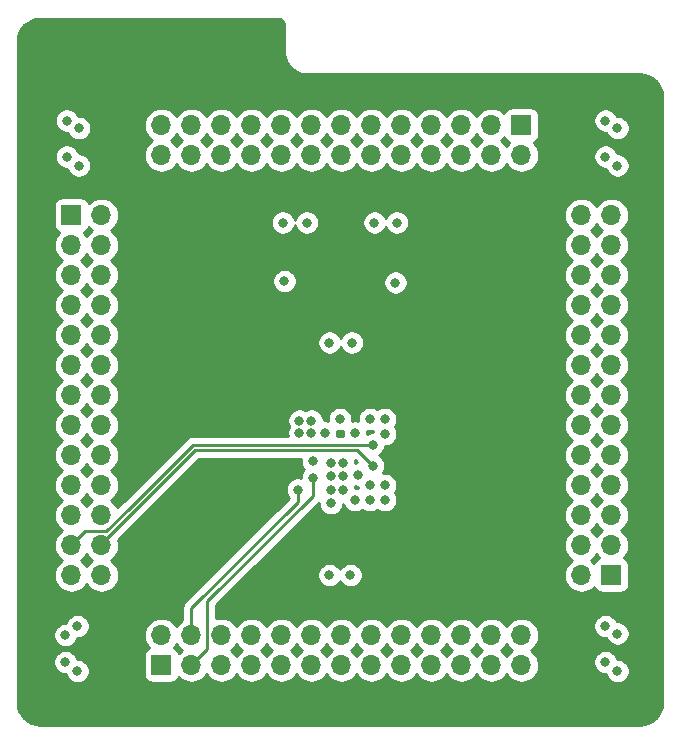
<source format=gbr>
G04 #@! TF.GenerationSoftware,KiCad,Pcbnew,(5.1.2)-2*
G04 #@! TF.CreationDate,2019-10-30T14:21:15+01:00*
G04 #@! TF.ProjectId,PIC18F67K40 MCU Card,50494331-3846-4363-974b-3430204d4355,rev?*
G04 #@! TF.SameCoordinates,Original*
G04 #@! TF.FileFunction,Copper,L4,Bot*
G04 #@! TF.FilePolarity,Positive*
%FSLAX46Y46*%
G04 Gerber Fmt 4.6, Leading zero omitted, Abs format (unit mm)*
G04 Created by KiCad (PCBNEW (5.1.2)-2) date 2019-10-30 14:21:15*
%MOMM*%
%LPD*%
G04 APERTURE LIST*
%ADD10O,1.700000X1.700000*%
%ADD11R,1.700000X1.700000*%
%ADD12C,0.800000*%
%ADD13C,0.254000*%
G04 APERTURE END LIST*
D10*
X81407000Y-156845000D03*
X83947000Y-159385000D03*
X83947000Y-133985000D03*
X81407000Y-144145000D03*
X83947000Y-156845000D03*
X81407000Y-141605000D03*
X83947000Y-154305000D03*
X83947000Y-161925000D03*
X83947000Y-139065000D03*
X81407000Y-146685000D03*
X81407000Y-154305000D03*
X81407000Y-159385000D03*
X83947000Y-144145000D03*
X81407000Y-136525000D03*
D11*
X81407000Y-133985000D03*
D10*
X83947000Y-149225000D03*
X83947000Y-164465000D03*
X81407000Y-161925000D03*
X83947000Y-136525000D03*
X81407000Y-164465000D03*
X81407000Y-151765000D03*
X81407000Y-149225000D03*
X83947000Y-141605000D03*
X81407000Y-139065000D03*
X83947000Y-151765000D03*
X83947000Y-146685000D03*
X101727000Y-169545000D03*
X106807000Y-169545000D03*
X94107000Y-172085000D03*
X96647000Y-169545000D03*
X104267000Y-172085000D03*
X106807000Y-172085000D03*
X119507000Y-172085000D03*
X91567000Y-169545000D03*
X116967000Y-172085000D03*
X119507000Y-169545000D03*
X104267000Y-169545000D03*
D11*
X89027000Y-172085000D03*
D10*
X91567000Y-172085000D03*
X99187000Y-169545000D03*
X114427000Y-172085000D03*
X109347000Y-172085000D03*
X101727000Y-172085000D03*
X94107000Y-169545000D03*
X116967000Y-169545000D03*
X109347000Y-169545000D03*
X96647000Y-172085000D03*
X111887000Y-169545000D03*
X99187000Y-172085000D03*
X89027000Y-169545000D03*
X114427000Y-169545000D03*
X111887000Y-172085000D03*
X124587000Y-151765000D03*
X124587000Y-146685000D03*
X127127000Y-159385000D03*
X124587000Y-156845000D03*
X127127000Y-149225000D03*
X127127000Y-146685000D03*
X127127000Y-133985000D03*
X124587000Y-161925000D03*
X127127000Y-136525000D03*
X124587000Y-133985000D03*
X124587000Y-149225000D03*
D11*
X127127000Y-164465000D03*
D10*
X127127000Y-161925000D03*
X124587000Y-154305000D03*
X127127000Y-139065000D03*
X127127000Y-144145000D03*
X127127000Y-151765000D03*
X124587000Y-159385000D03*
X124587000Y-136525000D03*
X124587000Y-144145000D03*
X127127000Y-156845000D03*
X124587000Y-141605000D03*
X127127000Y-154305000D03*
X124587000Y-164465000D03*
X124587000Y-139065000D03*
X127127000Y-141605000D03*
X96647000Y-126365000D03*
X94107000Y-128905000D03*
X119507000Y-128905000D03*
X109347000Y-126365000D03*
X96647000Y-128905000D03*
X111887000Y-126365000D03*
X99187000Y-128905000D03*
X91567000Y-128905000D03*
X114427000Y-128905000D03*
X106807000Y-126365000D03*
X99187000Y-126365000D03*
X94107000Y-126365000D03*
X109347000Y-128905000D03*
X116967000Y-126365000D03*
D11*
X119507000Y-126365000D03*
D10*
X104267000Y-128905000D03*
X89027000Y-128905000D03*
X91567000Y-126365000D03*
X116967000Y-128905000D03*
X89027000Y-126365000D03*
X101727000Y-126365000D03*
X104267000Y-126365000D03*
X111887000Y-128905000D03*
X114427000Y-126365000D03*
X101727000Y-128905000D03*
X106807000Y-128905000D03*
D12*
X81915000Y-172593000D03*
X127635000Y-169418000D03*
X127635000Y-172593000D03*
X127635000Y-126619000D03*
X81915000Y-168783000D03*
X126619000Y-129032000D03*
X82042000Y-129794000D03*
X82042000Y-126619000D03*
X101854000Y-154813000D03*
X105664000Y-155956000D03*
X106680000Y-158115000D03*
X107950000Y-158115000D03*
X106680000Y-156845000D03*
X107950000Y-156845000D03*
X107950000Y-151257000D03*
X107950000Y-152527000D03*
X105156000Y-144780000D03*
X106680000Y-151257000D03*
X105410000Y-158115000D03*
X81026000Y-125984000D03*
X126619000Y-125984000D03*
X126619000Y-171831000D03*
X80899000Y-171831000D03*
X105029000Y-164465000D03*
X104394000Y-156083000D03*
X104394000Y-154940000D03*
X101727000Y-152400000D03*
X101727000Y-151384000D03*
X103378000Y-154940000D03*
X103378000Y-156083000D03*
X103378000Y-157226000D03*
X103378000Y-158369000D03*
X100711000Y-151384000D03*
X100711000Y-152400000D03*
X81026000Y-129032000D03*
X127635000Y-129794000D03*
X126619000Y-168783000D03*
X80899000Y-169545000D03*
X104394000Y-157226000D03*
X102870000Y-152400000D03*
X107061000Y-134620000D03*
X101346000Y-134620000D03*
X103251000Y-144780000D03*
X103251000Y-164465000D03*
X104140000Y-151257000D03*
X99441000Y-139573000D03*
X99314000Y-134620000D03*
X105410000Y-152400000D03*
X108966000Y-134620000D03*
X108839000Y-139700000D03*
X106934000Y-155194000D03*
X106934000Y-153416000D03*
X101854000Y-156210000D03*
X100584000Y-157226000D03*
D13*
X83947000Y-161805066D02*
X83947000Y-161925000D01*
X91882056Y-153870010D02*
X83947000Y-161805066D01*
X106934000Y-155194000D02*
X105610010Y-153870010D01*
X105610010Y-153870010D02*
X91882056Y-153870010D01*
X86360000Y-158750000D02*
X91694000Y-153416000D01*
X84362001Y-160747999D02*
X86360000Y-158750000D01*
X82584001Y-160747999D02*
X84362001Y-160747999D01*
X81407000Y-161925000D02*
X82584001Y-160747999D01*
X106934000Y-153416000D02*
X91694000Y-153416000D01*
X92416999Y-171235001D02*
X91567000Y-172085000D01*
X92929999Y-170722001D02*
X92416999Y-171235001D01*
X92929999Y-166658001D02*
X92929999Y-170722001D01*
X101854000Y-157734000D02*
X92929999Y-166658001D01*
X101854000Y-156210000D02*
X101854000Y-157734000D01*
X100584000Y-157226000D02*
X100584000Y-158242000D01*
X91567000Y-167259000D02*
X91567000Y-169545000D01*
X100584000Y-158242000D02*
X91567000Y-167259000D01*
G36*
X98923869Y-117387722D02*
G01*
X99037246Y-117421953D01*
X99141819Y-117477555D01*
X99233596Y-117552407D01*
X99309091Y-117643664D01*
X99365419Y-117747844D01*
X99400440Y-117860976D01*
X99416000Y-118009022D01*
X99416001Y-120174419D01*
X99418802Y-120202855D01*
X99418747Y-120210682D01*
X99419646Y-120219853D01*
X99445554Y-120466357D01*
X99457589Y-120524986D01*
X99468792Y-120583716D01*
X99471456Y-120592538D01*
X99544751Y-120829314D01*
X99567931Y-120884457D01*
X99590339Y-120939920D01*
X99594665Y-120948054D01*
X99594667Y-120948059D01*
X99594670Y-120948064D01*
X99712553Y-121166086D01*
X99745988Y-121215654D01*
X99778759Y-121265735D01*
X99784584Y-121272876D01*
X99942577Y-121463856D01*
X99985012Y-121505995D01*
X100026875Y-121548745D01*
X100033976Y-121554618D01*
X100226053Y-121711273D01*
X100275875Y-121744374D01*
X100325237Y-121778173D01*
X100333343Y-121782556D01*
X100552191Y-121898919D01*
X100607479Y-121921707D01*
X100662475Y-121945279D01*
X100671278Y-121948003D01*
X100908559Y-122019643D01*
X100967246Y-122031264D01*
X101025752Y-122043700D01*
X101034915Y-122044663D01*
X101034917Y-122044663D01*
X101281595Y-122068850D01*
X101281598Y-122068850D01*
X101313581Y-122072000D01*
X129507721Y-122072000D01*
X129904545Y-122110909D01*
X130255208Y-122216780D01*
X130578625Y-122388744D01*
X130862484Y-122620254D01*
X131095965Y-122902486D01*
X131270183Y-123224695D01*
X131378502Y-123574614D01*
X131420001Y-123969452D01*
X131420000Y-175227721D01*
X131381091Y-175624545D01*
X131275220Y-175975206D01*
X131103257Y-176298623D01*
X130871748Y-176582482D01*
X130589514Y-176815965D01*
X130267304Y-176990184D01*
X129917385Y-177098502D01*
X129522557Y-177140000D01*
X78772279Y-177140000D01*
X78375455Y-177101091D01*
X78024794Y-176995220D01*
X77701377Y-176823257D01*
X77417518Y-176591748D01*
X77184035Y-176309514D01*
X77009816Y-175987304D01*
X76901498Y-175637385D01*
X76860000Y-175242557D01*
X76860000Y-171729061D01*
X79864000Y-171729061D01*
X79864000Y-171932939D01*
X79903774Y-172132898D01*
X79981795Y-172321256D01*
X80095063Y-172490774D01*
X80239226Y-172634937D01*
X80408744Y-172748205D01*
X80597102Y-172826226D01*
X80797061Y-172866000D01*
X80914026Y-172866000D01*
X80919774Y-172894898D01*
X80997795Y-173083256D01*
X81111063Y-173252774D01*
X81255226Y-173396937D01*
X81424744Y-173510205D01*
X81613102Y-173588226D01*
X81813061Y-173628000D01*
X82016939Y-173628000D01*
X82216898Y-173588226D01*
X82405256Y-173510205D01*
X82574774Y-173396937D01*
X82718937Y-173252774D01*
X82832205Y-173083256D01*
X82910226Y-172894898D01*
X82950000Y-172694939D01*
X82950000Y-172491061D01*
X82910226Y-172291102D01*
X82832205Y-172102744D01*
X82718937Y-171933226D01*
X82574774Y-171789063D01*
X82405256Y-171675795D01*
X82216898Y-171597774D01*
X82016939Y-171558000D01*
X81899974Y-171558000D01*
X81894226Y-171529102D01*
X81816205Y-171340744D01*
X81702937Y-171171226D01*
X81558774Y-171027063D01*
X81389256Y-170913795D01*
X81200898Y-170835774D01*
X81000939Y-170796000D01*
X80797061Y-170796000D01*
X80597102Y-170835774D01*
X80408744Y-170913795D01*
X80239226Y-171027063D01*
X80095063Y-171171226D01*
X79981795Y-171340744D01*
X79903774Y-171529102D01*
X79864000Y-171729061D01*
X76860000Y-171729061D01*
X76860000Y-169443061D01*
X79864000Y-169443061D01*
X79864000Y-169646939D01*
X79903774Y-169846898D01*
X79981795Y-170035256D01*
X80095063Y-170204774D01*
X80239226Y-170348937D01*
X80408744Y-170462205D01*
X80597102Y-170540226D01*
X80797061Y-170580000D01*
X81000939Y-170580000D01*
X81200898Y-170540226D01*
X81389256Y-170462205D01*
X81558774Y-170348937D01*
X81702937Y-170204774D01*
X81816205Y-170035256D01*
X81894226Y-169846898D01*
X81899974Y-169818000D01*
X82016939Y-169818000D01*
X82216898Y-169778226D01*
X82405256Y-169700205D01*
X82574774Y-169586937D01*
X82718937Y-169442774D01*
X82832205Y-169273256D01*
X82910226Y-169084898D01*
X82950000Y-168884939D01*
X82950000Y-168681061D01*
X82910226Y-168481102D01*
X82832205Y-168292744D01*
X82718937Y-168123226D01*
X82574774Y-167979063D01*
X82405256Y-167865795D01*
X82216898Y-167787774D01*
X82016939Y-167748000D01*
X81813061Y-167748000D01*
X81613102Y-167787774D01*
X81424744Y-167865795D01*
X81255226Y-167979063D01*
X81111063Y-168123226D01*
X80997795Y-168292744D01*
X80919774Y-168481102D01*
X80914026Y-168510000D01*
X80797061Y-168510000D01*
X80597102Y-168549774D01*
X80408744Y-168627795D01*
X80239226Y-168741063D01*
X80095063Y-168885226D01*
X79981795Y-169054744D01*
X79903774Y-169243102D01*
X79864000Y-169443061D01*
X76860000Y-169443061D01*
X76860000Y-136525000D01*
X79914815Y-136525000D01*
X79943487Y-136816111D01*
X80028401Y-137096034D01*
X80166294Y-137354014D01*
X80351866Y-137580134D01*
X80577986Y-137765706D01*
X80632791Y-137795000D01*
X80577986Y-137824294D01*
X80351866Y-138009866D01*
X80166294Y-138235986D01*
X80028401Y-138493966D01*
X79943487Y-138773889D01*
X79914815Y-139065000D01*
X79943487Y-139356111D01*
X80028401Y-139636034D01*
X80166294Y-139894014D01*
X80351866Y-140120134D01*
X80577986Y-140305706D01*
X80632791Y-140335000D01*
X80577986Y-140364294D01*
X80351866Y-140549866D01*
X80166294Y-140775986D01*
X80028401Y-141033966D01*
X79943487Y-141313889D01*
X79914815Y-141605000D01*
X79943487Y-141896111D01*
X80028401Y-142176034D01*
X80166294Y-142434014D01*
X80351866Y-142660134D01*
X80577986Y-142845706D01*
X80632791Y-142875000D01*
X80577986Y-142904294D01*
X80351866Y-143089866D01*
X80166294Y-143315986D01*
X80028401Y-143573966D01*
X79943487Y-143853889D01*
X79914815Y-144145000D01*
X79943487Y-144436111D01*
X80028401Y-144716034D01*
X80166294Y-144974014D01*
X80351866Y-145200134D01*
X80577986Y-145385706D01*
X80632791Y-145415000D01*
X80577986Y-145444294D01*
X80351866Y-145629866D01*
X80166294Y-145855986D01*
X80028401Y-146113966D01*
X79943487Y-146393889D01*
X79914815Y-146685000D01*
X79943487Y-146976111D01*
X80028401Y-147256034D01*
X80166294Y-147514014D01*
X80351866Y-147740134D01*
X80577986Y-147925706D01*
X80632791Y-147955000D01*
X80577986Y-147984294D01*
X80351866Y-148169866D01*
X80166294Y-148395986D01*
X80028401Y-148653966D01*
X79943487Y-148933889D01*
X79914815Y-149225000D01*
X79943487Y-149516111D01*
X80028401Y-149796034D01*
X80166294Y-150054014D01*
X80351866Y-150280134D01*
X80577986Y-150465706D01*
X80632791Y-150495000D01*
X80577986Y-150524294D01*
X80351866Y-150709866D01*
X80166294Y-150935986D01*
X80028401Y-151193966D01*
X79943487Y-151473889D01*
X79914815Y-151765000D01*
X79943487Y-152056111D01*
X80028401Y-152336034D01*
X80166294Y-152594014D01*
X80351866Y-152820134D01*
X80577986Y-153005706D01*
X80632791Y-153035000D01*
X80577986Y-153064294D01*
X80351866Y-153249866D01*
X80166294Y-153475986D01*
X80028401Y-153733966D01*
X79943487Y-154013889D01*
X79914815Y-154305000D01*
X79943487Y-154596111D01*
X80028401Y-154876034D01*
X80166294Y-155134014D01*
X80351866Y-155360134D01*
X80577986Y-155545706D01*
X80632791Y-155575000D01*
X80577986Y-155604294D01*
X80351866Y-155789866D01*
X80166294Y-156015986D01*
X80028401Y-156273966D01*
X79943487Y-156553889D01*
X79914815Y-156845000D01*
X79943487Y-157136111D01*
X80028401Y-157416034D01*
X80166294Y-157674014D01*
X80351866Y-157900134D01*
X80577986Y-158085706D01*
X80632791Y-158115000D01*
X80577986Y-158144294D01*
X80351866Y-158329866D01*
X80166294Y-158555986D01*
X80028401Y-158813966D01*
X79943487Y-159093889D01*
X79914815Y-159385000D01*
X79943487Y-159676111D01*
X80028401Y-159956034D01*
X80166294Y-160214014D01*
X80351866Y-160440134D01*
X80577986Y-160625706D01*
X80632791Y-160655000D01*
X80577986Y-160684294D01*
X80351866Y-160869866D01*
X80166294Y-161095986D01*
X80028401Y-161353966D01*
X79943487Y-161633889D01*
X79914815Y-161925000D01*
X79943487Y-162216111D01*
X80028401Y-162496034D01*
X80166294Y-162754014D01*
X80351866Y-162980134D01*
X80577986Y-163165706D01*
X80632791Y-163195000D01*
X80577986Y-163224294D01*
X80351866Y-163409866D01*
X80166294Y-163635986D01*
X80028401Y-163893966D01*
X79943487Y-164173889D01*
X79914815Y-164465000D01*
X79943487Y-164756111D01*
X80028401Y-165036034D01*
X80166294Y-165294014D01*
X80351866Y-165520134D01*
X80577986Y-165705706D01*
X80835966Y-165843599D01*
X81115889Y-165928513D01*
X81334050Y-165950000D01*
X81479950Y-165950000D01*
X81698111Y-165928513D01*
X81978034Y-165843599D01*
X82236014Y-165705706D01*
X82462134Y-165520134D01*
X82647706Y-165294014D01*
X82677000Y-165239209D01*
X82706294Y-165294014D01*
X82891866Y-165520134D01*
X83117986Y-165705706D01*
X83375966Y-165843599D01*
X83655889Y-165928513D01*
X83874050Y-165950000D01*
X84019950Y-165950000D01*
X84238111Y-165928513D01*
X84518034Y-165843599D01*
X84776014Y-165705706D01*
X85002134Y-165520134D01*
X85187706Y-165294014D01*
X85325599Y-165036034D01*
X85410513Y-164756111D01*
X85439185Y-164465000D01*
X85410513Y-164173889D01*
X85325599Y-163893966D01*
X85187706Y-163635986D01*
X85002134Y-163409866D01*
X84776014Y-163224294D01*
X84721209Y-163195000D01*
X84776014Y-163165706D01*
X85002134Y-162980134D01*
X85187706Y-162754014D01*
X85325599Y-162496034D01*
X85410513Y-162216111D01*
X85439185Y-161925000D01*
X85410513Y-161633889D01*
X85360541Y-161469155D01*
X92197687Y-154632010D01*
X100834724Y-154632010D01*
X100819000Y-154711061D01*
X100819000Y-154914939D01*
X100858774Y-155114898D01*
X100936795Y-155303256D01*
X101050063Y-155472774D01*
X101088789Y-155511500D01*
X101050063Y-155550226D01*
X100936795Y-155719744D01*
X100858774Y-155908102D01*
X100819000Y-156108061D01*
X100819000Y-156217467D01*
X100685939Y-156191000D01*
X100482061Y-156191000D01*
X100282102Y-156230774D01*
X100093744Y-156308795D01*
X99924226Y-156422063D01*
X99780063Y-156566226D01*
X99666795Y-156735744D01*
X99588774Y-156924102D01*
X99549000Y-157124061D01*
X99549000Y-157327939D01*
X99588774Y-157527898D01*
X99666795Y-157716256D01*
X99780063Y-157885774D01*
X99821330Y-157927041D01*
X91054654Y-166693716D01*
X91025578Y-166717578D01*
X90969983Y-166785322D01*
X90930355Y-166833608D01*
X90892535Y-166904365D01*
X90859598Y-166965986D01*
X90816026Y-167109623D01*
X90807182Y-167199422D01*
X90801314Y-167259000D01*
X90805000Y-167296424D01*
X90805000Y-168268474D01*
X90737986Y-168304294D01*
X90511866Y-168489866D01*
X90326294Y-168715986D01*
X90297000Y-168770791D01*
X90267706Y-168715986D01*
X90082134Y-168489866D01*
X89856014Y-168304294D01*
X89598034Y-168166401D01*
X89318111Y-168081487D01*
X89099950Y-168060000D01*
X88954050Y-168060000D01*
X88735889Y-168081487D01*
X88455966Y-168166401D01*
X88197986Y-168304294D01*
X87971866Y-168489866D01*
X87786294Y-168715986D01*
X87648401Y-168973966D01*
X87563487Y-169253889D01*
X87534815Y-169545000D01*
X87563487Y-169836111D01*
X87648401Y-170116034D01*
X87786294Y-170374014D01*
X87971866Y-170600134D01*
X88001687Y-170624607D01*
X87932820Y-170645498D01*
X87822506Y-170704463D01*
X87725815Y-170783815D01*
X87646463Y-170880506D01*
X87587498Y-170990820D01*
X87551188Y-171110518D01*
X87538928Y-171235000D01*
X87538928Y-172935000D01*
X87551188Y-173059482D01*
X87587498Y-173179180D01*
X87646463Y-173289494D01*
X87725815Y-173386185D01*
X87822506Y-173465537D01*
X87932820Y-173524502D01*
X88052518Y-173560812D01*
X88177000Y-173573072D01*
X89877000Y-173573072D01*
X90001482Y-173560812D01*
X90121180Y-173524502D01*
X90231494Y-173465537D01*
X90328185Y-173386185D01*
X90407537Y-173289494D01*
X90466502Y-173179180D01*
X90487393Y-173110313D01*
X90511866Y-173140134D01*
X90737986Y-173325706D01*
X90995966Y-173463599D01*
X91275889Y-173548513D01*
X91494050Y-173570000D01*
X91639950Y-173570000D01*
X91858111Y-173548513D01*
X92138034Y-173463599D01*
X92396014Y-173325706D01*
X92622134Y-173140134D01*
X92807706Y-172914014D01*
X92837000Y-172859209D01*
X92866294Y-172914014D01*
X93051866Y-173140134D01*
X93277986Y-173325706D01*
X93535966Y-173463599D01*
X93815889Y-173548513D01*
X94034050Y-173570000D01*
X94179950Y-173570000D01*
X94398111Y-173548513D01*
X94678034Y-173463599D01*
X94936014Y-173325706D01*
X95162134Y-173140134D01*
X95347706Y-172914014D01*
X95377000Y-172859209D01*
X95406294Y-172914014D01*
X95591866Y-173140134D01*
X95817986Y-173325706D01*
X96075966Y-173463599D01*
X96355889Y-173548513D01*
X96574050Y-173570000D01*
X96719950Y-173570000D01*
X96938111Y-173548513D01*
X97218034Y-173463599D01*
X97476014Y-173325706D01*
X97702134Y-173140134D01*
X97887706Y-172914014D01*
X97917000Y-172859209D01*
X97946294Y-172914014D01*
X98131866Y-173140134D01*
X98357986Y-173325706D01*
X98615966Y-173463599D01*
X98895889Y-173548513D01*
X99114050Y-173570000D01*
X99259950Y-173570000D01*
X99478111Y-173548513D01*
X99758034Y-173463599D01*
X100016014Y-173325706D01*
X100242134Y-173140134D01*
X100427706Y-172914014D01*
X100457000Y-172859209D01*
X100486294Y-172914014D01*
X100671866Y-173140134D01*
X100897986Y-173325706D01*
X101155966Y-173463599D01*
X101435889Y-173548513D01*
X101654050Y-173570000D01*
X101799950Y-173570000D01*
X102018111Y-173548513D01*
X102298034Y-173463599D01*
X102556014Y-173325706D01*
X102782134Y-173140134D01*
X102967706Y-172914014D01*
X102997000Y-172859209D01*
X103026294Y-172914014D01*
X103211866Y-173140134D01*
X103437986Y-173325706D01*
X103695966Y-173463599D01*
X103975889Y-173548513D01*
X104194050Y-173570000D01*
X104339950Y-173570000D01*
X104558111Y-173548513D01*
X104838034Y-173463599D01*
X105096014Y-173325706D01*
X105322134Y-173140134D01*
X105507706Y-172914014D01*
X105537000Y-172859209D01*
X105566294Y-172914014D01*
X105751866Y-173140134D01*
X105977986Y-173325706D01*
X106235966Y-173463599D01*
X106515889Y-173548513D01*
X106734050Y-173570000D01*
X106879950Y-173570000D01*
X107098111Y-173548513D01*
X107378034Y-173463599D01*
X107636014Y-173325706D01*
X107862134Y-173140134D01*
X108047706Y-172914014D01*
X108077000Y-172859209D01*
X108106294Y-172914014D01*
X108291866Y-173140134D01*
X108517986Y-173325706D01*
X108775966Y-173463599D01*
X109055889Y-173548513D01*
X109274050Y-173570000D01*
X109419950Y-173570000D01*
X109638111Y-173548513D01*
X109918034Y-173463599D01*
X110176014Y-173325706D01*
X110402134Y-173140134D01*
X110587706Y-172914014D01*
X110617000Y-172859209D01*
X110646294Y-172914014D01*
X110831866Y-173140134D01*
X111057986Y-173325706D01*
X111315966Y-173463599D01*
X111595889Y-173548513D01*
X111814050Y-173570000D01*
X111959950Y-173570000D01*
X112178111Y-173548513D01*
X112458034Y-173463599D01*
X112716014Y-173325706D01*
X112942134Y-173140134D01*
X113127706Y-172914014D01*
X113157000Y-172859209D01*
X113186294Y-172914014D01*
X113371866Y-173140134D01*
X113597986Y-173325706D01*
X113855966Y-173463599D01*
X114135889Y-173548513D01*
X114354050Y-173570000D01*
X114499950Y-173570000D01*
X114718111Y-173548513D01*
X114998034Y-173463599D01*
X115256014Y-173325706D01*
X115482134Y-173140134D01*
X115667706Y-172914014D01*
X115697000Y-172859209D01*
X115726294Y-172914014D01*
X115911866Y-173140134D01*
X116137986Y-173325706D01*
X116395966Y-173463599D01*
X116675889Y-173548513D01*
X116894050Y-173570000D01*
X117039950Y-173570000D01*
X117258111Y-173548513D01*
X117538034Y-173463599D01*
X117796014Y-173325706D01*
X118022134Y-173140134D01*
X118207706Y-172914014D01*
X118237000Y-172859209D01*
X118266294Y-172914014D01*
X118451866Y-173140134D01*
X118677986Y-173325706D01*
X118935966Y-173463599D01*
X119215889Y-173548513D01*
X119434050Y-173570000D01*
X119579950Y-173570000D01*
X119798111Y-173548513D01*
X120078034Y-173463599D01*
X120336014Y-173325706D01*
X120562134Y-173140134D01*
X120747706Y-172914014D01*
X120885599Y-172656034D01*
X120970513Y-172376111D01*
X120999185Y-172085000D01*
X120970513Y-171793889D01*
X120950848Y-171729061D01*
X125584000Y-171729061D01*
X125584000Y-171932939D01*
X125623774Y-172132898D01*
X125701795Y-172321256D01*
X125815063Y-172490774D01*
X125959226Y-172634937D01*
X126128744Y-172748205D01*
X126317102Y-172826226D01*
X126517061Y-172866000D01*
X126634026Y-172866000D01*
X126639774Y-172894898D01*
X126717795Y-173083256D01*
X126831063Y-173252774D01*
X126975226Y-173396937D01*
X127144744Y-173510205D01*
X127333102Y-173588226D01*
X127533061Y-173628000D01*
X127736939Y-173628000D01*
X127936898Y-173588226D01*
X128125256Y-173510205D01*
X128294774Y-173396937D01*
X128438937Y-173252774D01*
X128552205Y-173083256D01*
X128630226Y-172894898D01*
X128670000Y-172694939D01*
X128670000Y-172491061D01*
X128630226Y-172291102D01*
X128552205Y-172102744D01*
X128438937Y-171933226D01*
X128294774Y-171789063D01*
X128125256Y-171675795D01*
X127936898Y-171597774D01*
X127736939Y-171558000D01*
X127619974Y-171558000D01*
X127614226Y-171529102D01*
X127536205Y-171340744D01*
X127422937Y-171171226D01*
X127278774Y-171027063D01*
X127109256Y-170913795D01*
X126920898Y-170835774D01*
X126720939Y-170796000D01*
X126517061Y-170796000D01*
X126317102Y-170835774D01*
X126128744Y-170913795D01*
X125959226Y-171027063D01*
X125815063Y-171171226D01*
X125701795Y-171340744D01*
X125623774Y-171529102D01*
X125584000Y-171729061D01*
X120950848Y-171729061D01*
X120885599Y-171513966D01*
X120747706Y-171255986D01*
X120562134Y-171029866D01*
X120336014Y-170844294D01*
X120281209Y-170815000D01*
X120336014Y-170785706D01*
X120562134Y-170600134D01*
X120747706Y-170374014D01*
X120885599Y-170116034D01*
X120970513Y-169836111D01*
X120999185Y-169545000D01*
X120970513Y-169253889D01*
X120885599Y-168973966D01*
X120747706Y-168715986D01*
X120719044Y-168681061D01*
X125584000Y-168681061D01*
X125584000Y-168884939D01*
X125623774Y-169084898D01*
X125701795Y-169273256D01*
X125815063Y-169442774D01*
X125959226Y-169586937D01*
X126128744Y-169700205D01*
X126317102Y-169778226D01*
X126517061Y-169818000D01*
X126680409Y-169818000D01*
X126717795Y-169908256D01*
X126831063Y-170077774D01*
X126975226Y-170221937D01*
X127144744Y-170335205D01*
X127333102Y-170413226D01*
X127533061Y-170453000D01*
X127736939Y-170453000D01*
X127936898Y-170413226D01*
X128125256Y-170335205D01*
X128294774Y-170221937D01*
X128438937Y-170077774D01*
X128552205Y-169908256D01*
X128630226Y-169719898D01*
X128670000Y-169519939D01*
X128670000Y-169316061D01*
X128630226Y-169116102D01*
X128552205Y-168927744D01*
X128438937Y-168758226D01*
X128294774Y-168614063D01*
X128125256Y-168500795D01*
X127936898Y-168422774D01*
X127736939Y-168383000D01*
X127573591Y-168383000D01*
X127536205Y-168292744D01*
X127422937Y-168123226D01*
X127278774Y-167979063D01*
X127109256Y-167865795D01*
X126920898Y-167787774D01*
X126720939Y-167748000D01*
X126517061Y-167748000D01*
X126317102Y-167787774D01*
X126128744Y-167865795D01*
X125959226Y-167979063D01*
X125815063Y-168123226D01*
X125701795Y-168292744D01*
X125623774Y-168481102D01*
X125584000Y-168681061D01*
X120719044Y-168681061D01*
X120562134Y-168489866D01*
X120336014Y-168304294D01*
X120078034Y-168166401D01*
X119798111Y-168081487D01*
X119579950Y-168060000D01*
X119434050Y-168060000D01*
X119215889Y-168081487D01*
X118935966Y-168166401D01*
X118677986Y-168304294D01*
X118451866Y-168489866D01*
X118266294Y-168715986D01*
X118237000Y-168770791D01*
X118207706Y-168715986D01*
X118022134Y-168489866D01*
X117796014Y-168304294D01*
X117538034Y-168166401D01*
X117258111Y-168081487D01*
X117039950Y-168060000D01*
X116894050Y-168060000D01*
X116675889Y-168081487D01*
X116395966Y-168166401D01*
X116137986Y-168304294D01*
X115911866Y-168489866D01*
X115726294Y-168715986D01*
X115697000Y-168770791D01*
X115667706Y-168715986D01*
X115482134Y-168489866D01*
X115256014Y-168304294D01*
X114998034Y-168166401D01*
X114718111Y-168081487D01*
X114499950Y-168060000D01*
X114354050Y-168060000D01*
X114135889Y-168081487D01*
X113855966Y-168166401D01*
X113597986Y-168304294D01*
X113371866Y-168489866D01*
X113186294Y-168715986D01*
X113157000Y-168770791D01*
X113127706Y-168715986D01*
X112942134Y-168489866D01*
X112716014Y-168304294D01*
X112458034Y-168166401D01*
X112178111Y-168081487D01*
X111959950Y-168060000D01*
X111814050Y-168060000D01*
X111595889Y-168081487D01*
X111315966Y-168166401D01*
X111057986Y-168304294D01*
X110831866Y-168489866D01*
X110646294Y-168715986D01*
X110617000Y-168770791D01*
X110587706Y-168715986D01*
X110402134Y-168489866D01*
X110176014Y-168304294D01*
X109918034Y-168166401D01*
X109638111Y-168081487D01*
X109419950Y-168060000D01*
X109274050Y-168060000D01*
X109055889Y-168081487D01*
X108775966Y-168166401D01*
X108517986Y-168304294D01*
X108291866Y-168489866D01*
X108106294Y-168715986D01*
X108077000Y-168770791D01*
X108047706Y-168715986D01*
X107862134Y-168489866D01*
X107636014Y-168304294D01*
X107378034Y-168166401D01*
X107098111Y-168081487D01*
X106879950Y-168060000D01*
X106734050Y-168060000D01*
X106515889Y-168081487D01*
X106235966Y-168166401D01*
X105977986Y-168304294D01*
X105751866Y-168489866D01*
X105566294Y-168715986D01*
X105537000Y-168770791D01*
X105507706Y-168715986D01*
X105322134Y-168489866D01*
X105096014Y-168304294D01*
X104838034Y-168166401D01*
X104558111Y-168081487D01*
X104339950Y-168060000D01*
X104194050Y-168060000D01*
X103975889Y-168081487D01*
X103695966Y-168166401D01*
X103437986Y-168304294D01*
X103211866Y-168489866D01*
X103026294Y-168715986D01*
X102997000Y-168770791D01*
X102967706Y-168715986D01*
X102782134Y-168489866D01*
X102556014Y-168304294D01*
X102298034Y-168166401D01*
X102018111Y-168081487D01*
X101799950Y-168060000D01*
X101654050Y-168060000D01*
X101435889Y-168081487D01*
X101155966Y-168166401D01*
X100897986Y-168304294D01*
X100671866Y-168489866D01*
X100486294Y-168715986D01*
X100457000Y-168770791D01*
X100427706Y-168715986D01*
X100242134Y-168489866D01*
X100016014Y-168304294D01*
X99758034Y-168166401D01*
X99478111Y-168081487D01*
X99259950Y-168060000D01*
X99114050Y-168060000D01*
X98895889Y-168081487D01*
X98615966Y-168166401D01*
X98357986Y-168304294D01*
X98131866Y-168489866D01*
X97946294Y-168715986D01*
X97917000Y-168770791D01*
X97887706Y-168715986D01*
X97702134Y-168489866D01*
X97476014Y-168304294D01*
X97218034Y-168166401D01*
X96938111Y-168081487D01*
X96719950Y-168060000D01*
X96574050Y-168060000D01*
X96355889Y-168081487D01*
X96075966Y-168166401D01*
X95817986Y-168304294D01*
X95591866Y-168489866D01*
X95406294Y-168715986D01*
X95377000Y-168770791D01*
X95347706Y-168715986D01*
X95162134Y-168489866D01*
X94936014Y-168304294D01*
X94678034Y-168166401D01*
X94398111Y-168081487D01*
X94179950Y-168060000D01*
X94034050Y-168060000D01*
X93815889Y-168081487D01*
X93691999Y-168119069D01*
X93691999Y-166973631D01*
X96302569Y-164363061D01*
X102216000Y-164363061D01*
X102216000Y-164566939D01*
X102255774Y-164766898D01*
X102333795Y-164955256D01*
X102447063Y-165124774D01*
X102591226Y-165268937D01*
X102760744Y-165382205D01*
X102949102Y-165460226D01*
X103149061Y-165500000D01*
X103352939Y-165500000D01*
X103552898Y-165460226D01*
X103741256Y-165382205D01*
X103910774Y-165268937D01*
X104054937Y-165124774D01*
X104140000Y-164997468D01*
X104225063Y-165124774D01*
X104369226Y-165268937D01*
X104538744Y-165382205D01*
X104727102Y-165460226D01*
X104927061Y-165500000D01*
X105130939Y-165500000D01*
X105330898Y-165460226D01*
X105519256Y-165382205D01*
X105688774Y-165268937D01*
X105832937Y-165124774D01*
X105946205Y-164955256D01*
X106024226Y-164766898D01*
X106064000Y-164566939D01*
X106064000Y-164363061D01*
X106024226Y-164163102D01*
X105946205Y-163974744D01*
X105832937Y-163805226D01*
X105688774Y-163661063D01*
X105519256Y-163547795D01*
X105330898Y-163469774D01*
X105130939Y-163430000D01*
X104927061Y-163430000D01*
X104727102Y-163469774D01*
X104538744Y-163547795D01*
X104369226Y-163661063D01*
X104225063Y-163805226D01*
X104140000Y-163932532D01*
X104054937Y-163805226D01*
X103910774Y-163661063D01*
X103741256Y-163547795D01*
X103552898Y-163469774D01*
X103352939Y-163430000D01*
X103149061Y-163430000D01*
X102949102Y-163469774D01*
X102760744Y-163547795D01*
X102591226Y-163661063D01*
X102447063Y-163805226D01*
X102333795Y-163974744D01*
X102255774Y-164163102D01*
X102216000Y-164363061D01*
X96302569Y-164363061D01*
X102343000Y-158322631D01*
X102343000Y-158470939D01*
X102382774Y-158670898D01*
X102460795Y-158859256D01*
X102574063Y-159028774D01*
X102718226Y-159172937D01*
X102887744Y-159286205D01*
X103076102Y-159364226D01*
X103276061Y-159404000D01*
X103479939Y-159404000D01*
X103679898Y-159364226D01*
X103868256Y-159286205D01*
X104037774Y-159172937D01*
X104181937Y-159028774D01*
X104295205Y-158859256D01*
X104373226Y-158670898D01*
X104413000Y-158470939D01*
X104413000Y-158407979D01*
X104414774Y-158416898D01*
X104492795Y-158605256D01*
X104606063Y-158774774D01*
X104750226Y-158918937D01*
X104919744Y-159032205D01*
X105108102Y-159110226D01*
X105308061Y-159150000D01*
X105511939Y-159150000D01*
X105711898Y-159110226D01*
X105900256Y-159032205D01*
X106045000Y-158935490D01*
X106189744Y-159032205D01*
X106378102Y-159110226D01*
X106578061Y-159150000D01*
X106781939Y-159150000D01*
X106981898Y-159110226D01*
X107170256Y-159032205D01*
X107315000Y-158935490D01*
X107459744Y-159032205D01*
X107648102Y-159110226D01*
X107848061Y-159150000D01*
X108051939Y-159150000D01*
X108251898Y-159110226D01*
X108440256Y-159032205D01*
X108609774Y-158918937D01*
X108753937Y-158774774D01*
X108867205Y-158605256D01*
X108945226Y-158416898D01*
X108985000Y-158216939D01*
X108985000Y-158013061D01*
X108945226Y-157813102D01*
X108867205Y-157624744D01*
X108770490Y-157480000D01*
X108867205Y-157335256D01*
X108945226Y-157146898D01*
X108985000Y-156946939D01*
X108985000Y-156743061D01*
X108945226Y-156543102D01*
X108867205Y-156354744D01*
X108753937Y-156185226D01*
X108609774Y-156041063D01*
X108440256Y-155927795D01*
X108251898Y-155849774D01*
X108051939Y-155810000D01*
X107848061Y-155810000D01*
X107754789Y-155828553D01*
X107851205Y-155684256D01*
X107929226Y-155495898D01*
X107969000Y-155295939D01*
X107969000Y-155092061D01*
X107929226Y-154892102D01*
X107851205Y-154703744D01*
X107737937Y-154534226D01*
X107593774Y-154390063D01*
X107466468Y-154305000D01*
X107593774Y-154219937D01*
X107737937Y-154075774D01*
X107851205Y-153906256D01*
X107929226Y-153717898D01*
X107960236Y-153562000D01*
X108051939Y-153562000D01*
X108251898Y-153522226D01*
X108440256Y-153444205D01*
X108609774Y-153330937D01*
X108753937Y-153186774D01*
X108867205Y-153017256D01*
X108945226Y-152828898D01*
X108985000Y-152628939D01*
X108985000Y-152425061D01*
X108945226Y-152225102D01*
X108867205Y-152036744D01*
X108770490Y-151892000D01*
X108867205Y-151747256D01*
X108945226Y-151558898D01*
X108985000Y-151358939D01*
X108985000Y-151155061D01*
X108945226Y-150955102D01*
X108867205Y-150766744D01*
X108753937Y-150597226D01*
X108609774Y-150453063D01*
X108440256Y-150339795D01*
X108251898Y-150261774D01*
X108051939Y-150222000D01*
X107848061Y-150222000D01*
X107648102Y-150261774D01*
X107459744Y-150339795D01*
X107315000Y-150436510D01*
X107170256Y-150339795D01*
X106981898Y-150261774D01*
X106781939Y-150222000D01*
X106578061Y-150222000D01*
X106378102Y-150261774D01*
X106189744Y-150339795D01*
X106020226Y-150453063D01*
X105876063Y-150597226D01*
X105762795Y-150766744D01*
X105684774Y-150955102D01*
X105645000Y-151155061D01*
X105645000Y-151358939D01*
X105651737Y-151392807D01*
X105511939Y-151365000D01*
X105308061Y-151365000D01*
X105168263Y-151392807D01*
X105175000Y-151358939D01*
X105175000Y-151155061D01*
X105135226Y-150955102D01*
X105057205Y-150766744D01*
X104943937Y-150597226D01*
X104799774Y-150453063D01*
X104630256Y-150339795D01*
X104441898Y-150261774D01*
X104241939Y-150222000D01*
X104038061Y-150222000D01*
X103838102Y-150261774D01*
X103649744Y-150339795D01*
X103480226Y-150453063D01*
X103336063Y-150597226D01*
X103222795Y-150766744D01*
X103144774Y-150955102D01*
X103105000Y-151155061D01*
X103105000Y-151358939D01*
X103111737Y-151392807D01*
X102971939Y-151365000D01*
X102768061Y-151365000D01*
X102762000Y-151366206D01*
X102762000Y-151282061D01*
X102722226Y-151082102D01*
X102644205Y-150893744D01*
X102530937Y-150724226D01*
X102386774Y-150580063D01*
X102217256Y-150466795D01*
X102028898Y-150388774D01*
X101828939Y-150349000D01*
X101625061Y-150349000D01*
X101425102Y-150388774D01*
X101236744Y-150466795D01*
X101219000Y-150478651D01*
X101201256Y-150466795D01*
X101012898Y-150388774D01*
X100812939Y-150349000D01*
X100609061Y-150349000D01*
X100409102Y-150388774D01*
X100220744Y-150466795D01*
X100051226Y-150580063D01*
X99907063Y-150724226D01*
X99793795Y-150893744D01*
X99715774Y-151082102D01*
X99676000Y-151282061D01*
X99676000Y-151485939D01*
X99715774Y-151685898D01*
X99793795Y-151874256D01*
X99805651Y-151892000D01*
X99793795Y-151909744D01*
X99715774Y-152098102D01*
X99676000Y-152298061D01*
X99676000Y-152501939D01*
X99706247Y-152654000D01*
X91731422Y-152654000D01*
X91693999Y-152650314D01*
X91656576Y-152654000D01*
X91656574Y-152654000D01*
X91544622Y-152665026D01*
X91400985Y-152708598D01*
X91268608Y-152779355D01*
X91152578Y-152874578D01*
X91128721Y-152903648D01*
X85847654Y-158184716D01*
X85847648Y-158184721D01*
X85288260Y-158744109D01*
X85187706Y-158555986D01*
X85002134Y-158329866D01*
X84776014Y-158144294D01*
X84721209Y-158115000D01*
X84776014Y-158085706D01*
X85002134Y-157900134D01*
X85187706Y-157674014D01*
X85325599Y-157416034D01*
X85410513Y-157136111D01*
X85439185Y-156845000D01*
X85410513Y-156553889D01*
X85325599Y-156273966D01*
X85187706Y-156015986D01*
X85002134Y-155789866D01*
X84776014Y-155604294D01*
X84721209Y-155575000D01*
X84776014Y-155545706D01*
X85002134Y-155360134D01*
X85187706Y-155134014D01*
X85325599Y-154876034D01*
X85410513Y-154596111D01*
X85439185Y-154305000D01*
X85410513Y-154013889D01*
X85325599Y-153733966D01*
X85187706Y-153475986D01*
X85002134Y-153249866D01*
X84776014Y-153064294D01*
X84721209Y-153035000D01*
X84776014Y-153005706D01*
X85002134Y-152820134D01*
X85187706Y-152594014D01*
X85325599Y-152336034D01*
X85410513Y-152056111D01*
X85439185Y-151765000D01*
X85410513Y-151473889D01*
X85325599Y-151193966D01*
X85187706Y-150935986D01*
X85002134Y-150709866D01*
X84776014Y-150524294D01*
X84721209Y-150495000D01*
X84776014Y-150465706D01*
X85002134Y-150280134D01*
X85187706Y-150054014D01*
X85325599Y-149796034D01*
X85410513Y-149516111D01*
X85439185Y-149225000D01*
X85410513Y-148933889D01*
X85325599Y-148653966D01*
X85187706Y-148395986D01*
X85002134Y-148169866D01*
X84776014Y-147984294D01*
X84721209Y-147955000D01*
X84776014Y-147925706D01*
X85002134Y-147740134D01*
X85187706Y-147514014D01*
X85325599Y-147256034D01*
X85410513Y-146976111D01*
X85439185Y-146685000D01*
X85410513Y-146393889D01*
X85325599Y-146113966D01*
X85187706Y-145855986D01*
X85002134Y-145629866D01*
X84776014Y-145444294D01*
X84721209Y-145415000D01*
X84776014Y-145385706D01*
X85002134Y-145200134D01*
X85187706Y-144974014D01*
X85325599Y-144716034D01*
X85337118Y-144678061D01*
X102216000Y-144678061D01*
X102216000Y-144881939D01*
X102255774Y-145081898D01*
X102333795Y-145270256D01*
X102447063Y-145439774D01*
X102591226Y-145583937D01*
X102760744Y-145697205D01*
X102949102Y-145775226D01*
X103149061Y-145815000D01*
X103352939Y-145815000D01*
X103552898Y-145775226D01*
X103741256Y-145697205D01*
X103910774Y-145583937D01*
X104054937Y-145439774D01*
X104168205Y-145270256D01*
X104203500Y-145185047D01*
X104238795Y-145270256D01*
X104352063Y-145439774D01*
X104496226Y-145583937D01*
X104665744Y-145697205D01*
X104854102Y-145775226D01*
X105054061Y-145815000D01*
X105257939Y-145815000D01*
X105457898Y-145775226D01*
X105646256Y-145697205D01*
X105815774Y-145583937D01*
X105959937Y-145439774D01*
X106073205Y-145270256D01*
X106151226Y-145081898D01*
X106191000Y-144881939D01*
X106191000Y-144678061D01*
X106151226Y-144478102D01*
X106073205Y-144289744D01*
X105959937Y-144120226D01*
X105815774Y-143976063D01*
X105646256Y-143862795D01*
X105457898Y-143784774D01*
X105257939Y-143745000D01*
X105054061Y-143745000D01*
X104854102Y-143784774D01*
X104665744Y-143862795D01*
X104496226Y-143976063D01*
X104352063Y-144120226D01*
X104238795Y-144289744D01*
X104203500Y-144374953D01*
X104168205Y-144289744D01*
X104054937Y-144120226D01*
X103910774Y-143976063D01*
X103741256Y-143862795D01*
X103552898Y-143784774D01*
X103352939Y-143745000D01*
X103149061Y-143745000D01*
X102949102Y-143784774D01*
X102760744Y-143862795D01*
X102591226Y-143976063D01*
X102447063Y-144120226D01*
X102333795Y-144289744D01*
X102255774Y-144478102D01*
X102216000Y-144678061D01*
X85337118Y-144678061D01*
X85410513Y-144436111D01*
X85439185Y-144145000D01*
X85410513Y-143853889D01*
X85325599Y-143573966D01*
X85187706Y-143315986D01*
X85002134Y-143089866D01*
X84776014Y-142904294D01*
X84721209Y-142875000D01*
X84776014Y-142845706D01*
X85002134Y-142660134D01*
X85187706Y-142434014D01*
X85325599Y-142176034D01*
X85410513Y-141896111D01*
X85439185Y-141605000D01*
X85410513Y-141313889D01*
X85325599Y-141033966D01*
X85187706Y-140775986D01*
X85002134Y-140549866D01*
X84776014Y-140364294D01*
X84721209Y-140335000D01*
X84776014Y-140305706D01*
X85002134Y-140120134D01*
X85187706Y-139894014D01*
X85325599Y-139636034D01*
X85375643Y-139471061D01*
X98406000Y-139471061D01*
X98406000Y-139674939D01*
X98445774Y-139874898D01*
X98523795Y-140063256D01*
X98637063Y-140232774D01*
X98781226Y-140376937D01*
X98950744Y-140490205D01*
X99139102Y-140568226D01*
X99339061Y-140608000D01*
X99542939Y-140608000D01*
X99742898Y-140568226D01*
X99931256Y-140490205D01*
X100100774Y-140376937D01*
X100244937Y-140232774D01*
X100358205Y-140063256D01*
X100436226Y-139874898D01*
X100476000Y-139674939D01*
X100476000Y-139598061D01*
X107804000Y-139598061D01*
X107804000Y-139801939D01*
X107843774Y-140001898D01*
X107921795Y-140190256D01*
X108035063Y-140359774D01*
X108179226Y-140503937D01*
X108348744Y-140617205D01*
X108537102Y-140695226D01*
X108737061Y-140735000D01*
X108940939Y-140735000D01*
X109140898Y-140695226D01*
X109329256Y-140617205D01*
X109498774Y-140503937D01*
X109642937Y-140359774D01*
X109756205Y-140190256D01*
X109834226Y-140001898D01*
X109874000Y-139801939D01*
X109874000Y-139598061D01*
X109834226Y-139398102D01*
X109756205Y-139209744D01*
X109642937Y-139040226D01*
X109498774Y-138896063D01*
X109329256Y-138782795D01*
X109140898Y-138704774D01*
X108940939Y-138665000D01*
X108737061Y-138665000D01*
X108537102Y-138704774D01*
X108348744Y-138782795D01*
X108179226Y-138896063D01*
X108035063Y-139040226D01*
X107921795Y-139209744D01*
X107843774Y-139398102D01*
X107804000Y-139598061D01*
X100476000Y-139598061D01*
X100476000Y-139471061D01*
X100436226Y-139271102D01*
X100358205Y-139082744D01*
X100244937Y-138913226D01*
X100100774Y-138769063D01*
X99931256Y-138655795D01*
X99742898Y-138577774D01*
X99542939Y-138538000D01*
X99339061Y-138538000D01*
X99139102Y-138577774D01*
X98950744Y-138655795D01*
X98781226Y-138769063D01*
X98637063Y-138913226D01*
X98523795Y-139082744D01*
X98445774Y-139271102D01*
X98406000Y-139471061D01*
X85375643Y-139471061D01*
X85410513Y-139356111D01*
X85439185Y-139065000D01*
X85410513Y-138773889D01*
X85325599Y-138493966D01*
X85187706Y-138235986D01*
X85002134Y-138009866D01*
X84776014Y-137824294D01*
X84721209Y-137795000D01*
X84776014Y-137765706D01*
X85002134Y-137580134D01*
X85187706Y-137354014D01*
X85325599Y-137096034D01*
X85410513Y-136816111D01*
X85439185Y-136525000D01*
X85410513Y-136233889D01*
X85325599Y-135953966D01*
X85187706Y-135695986D01*
X85002134Y-135469866D01*
X84776014Y-135284294D01*
X84721209Y-135255000D01*
X84776014Y-135225706D01*
X85002134Y-135040134D01*
X85187706Y-134814014D01*
X85325599Y-134556034D01*
X85337118Y-134518061D01*
X98279000Y-134518061D01*
X98279000Y-134721939D01*
X98318774Y-134921898D01*
X98396795Y-135110256D01*
X98510063Y-135279774D01*
X98654226Y-135423937D01*
X98823744Y-135537205D01*
X99012102Y-135615226D01*
X99212061Y-135655000D01*
X99415939Y-135655000D01*
X99615898Y-135615226D01*
X99804256Y-135537205D01*
X99973774Y-135423937D01*
X100117937Y-135279774D01*
X100231205Y-135110256D01*
X100309226Y-134921898D01*
X100330000Y-134817459D01*
X100350774Y-134921898D01*
X100428795Y-135110256D01*
X100542063Y-135279774D01*
X100686226Y-135423937D01*
X100855744Y-135537205D01*
X101044102Y-135615226D01*
X101244061Y-135655000D01*
X101447939Y-135655000D01*
X101647898Y-135615226D01*
X101836256Y-135537205D01*
X102005774Y-135423937D01*
X102149937Y-135279774D01*
X102263205Y-135110256D01*
X102341226Y-134921898D01*
X102381000Y-134721939D01*
X102381000Y-134518061D01*
X106026000Y-134518061D01*
X106026000Y-134721939D01*
X106065774Y-134921898D01*
X106143795Y-135110256D01*
X106257063Y-135279774D01*
X106401226Y-135423937D01*
X106570744Y-135537205D01*
X106759102Y-135615226D01*
X106959061Y-135655000D01*
X107162939Y-135655000D01*
X107362898Y-135615226D01*
X107551256Y-135537205D01*
X107720774Y-135423937D01*
X107864937Y-135279774D01*
X107978205Y-135110256D01*
X108013500Y-135025047D01*
X108048795Y-135110256D01*
X108162063Y-135279774D01*
X108306226Y-135423937D01*
X108475744Y-135537205D01*
X108664102Y-135615226D01*
X108864061Y-135655000D01*
X109067939Y-135655000D01*
X109267898Y-135615226D01*
X109456256Y-135537205D01*
X109625774Y-135423937D01*
X109769937Y-135279774D01*
X109883205Y-135110256D01*
X109961226Y-134921898D01*
X110001000Y-134721939D01*
X110001000Y-134518061D01*
X109961226Y-134318102D01*
X109883205Y-134129744D01*
X109786491Y-133985000D01*
X123094815Y-133985000D01*
X123123487Y-134276111D01*
X123208401Y-134556034D01*
X123346294Y-134814014D01*
X123531866Y-135040134D01*
X123757986Y-135225706D01*
X123812791Y-135255000D01*
X123757986Y-135284294D01*
X123531866Y-135469866D01*
X123346294Y-135695986D01*
X123208401Y-135953966D01*
X123123487Y-136233889D01*
X123094815Y-136525000D01*
X123123487Y-136816111D01*
X123208401Y-137096034D01*
X123346294Y-137354014D01*
X123531866Y-137580134D01*
X123757986Y-137765706D01*
X123812791Y-137795000D01*
X123757986Y-137824294D01*
X123531866Y-138009866D01*
X123346294Y-138235986D01*
X123208401Y-138493966D01*
X123123487Y-138773889D01*
X123094815Y-139065000D01*
X123123487Y-139356111D01*
X123208401Y-139636034D01*
X123346294Y-139894014D01*
X123531866Y-140120134D01*
X123757986Y-140305706D01*
X123812791Y-140335000D01*
X123757986Y-140364294D01*
X123531866Y-140549866D01*
X123346294Y-140775986D01*
X123208401Y-141033966D01*
X123123487Y-141313889D01*
X123094815Y-141605000D01*
X123123487Y-141896111D01*
X123208401Y-142176034D01*
X123346294Y-142434014D01*
X123531866Y-142660134D01*
X123757986Y-142845706D01*
X123812791Y-142875000D01*
X123757986Y-142904294D01*
X123531866Y-143089866D01*
X123346294Y-143315986D01*
X123208401Y-143573966D01*
X123123487Y-143853889D01*
X123094815Y-144145000D01*
X123123487Y-144436111D01*
X123208401Y-144716034D01*
X123346294Y-144974014D01*
X123531866Y-145200134D01*
X123757986Y-145385706D01*
X123812791Y-145415000D01*
X123757986Y-145444294D01*
X123531866Y-145629866D01*
X123346294Y-145855986D01*
X123208401Y-146113966D01*
X123123487Y-146393889D01*
X123094815Y-146685000D01*
X123123487Y-146976111D01*
X123208401Y-147256034D01*
X123346294Y-147514014D01*
X123531866Y-147740134D01*
X123757986Y-147925706D01*
X123812791Y-147955000D01*
X123757986Y-147984294D01*
X123531866Y-148169866D01*
X123346294Y-148395986D01*
X123208401Y-148653966D01*
X123123487Y-148933889D01*
X123094815Y-149225000D01*
X123123487Y-149516111D01*
X123208401Y-149796034D01*
X123346294Y-150054014D01*
X123531866Y-150280134D01*
X123757986Y-150465706D01*
X123812791Y-150495000D01*
X123757986Y-150524294D01*
X123531866Y-150709866D01*
X123346294Y-150935986D01*
X123208401Y-151193966D01*
X123123487Y-151473889D01*
X123094815Y-151765000D01*
X123123487Y-152056111D01*
X123208401Y-152336034D01*
X123346294Y-152594014D01*
X123531866Y-152820134D01*
X123757986Y-153005706D01*
X123812791Y-153035000D01*
X123757986Y-153064294D01*
X123531866Y-153249866D01*
X123346294Y-153475986D01*
X123208401Y-153733966D01*
X123123487Y-154013889D01*
X123094815Y-154305000D01*
X123123487Y-154596111D01*
X123208401Y-154876034D01*
X123346294Y-155134014D01*
X123531866Y-155360134D01*
X123757986Y-155545706D01*
X123812791Y-155575000D01*
X123757986Y-155604294D01*
X123531866Y-155789866D01*
X123346294Y-156015986D01*
X123208401Y-156273966D01*
X123123487Y-156553889D01*
X123094815Y-156845000D01*
X123123487Y-157136111D01*
X123208401Y-157416034D01*
X123346294Y-157674014D01*
X123531866Y-157900134D01*
X123757986Y-158085706D01*
X123812791Y-158115000D01*
X123757986Y-158144294D01*
X123531866Y-158329866D01*
X123346294Y-158555986D01*
X123208401Y-158813966D01*
X123123487Y-159093889D01*
X123094815Y-159385000D01*
X123123487Y-159676111D01*
X123208401Y-159956034D01*
X123346294Y-160214014D01*
X123531866Y-160440134D01*
X123757986Y-160625706D01*
X123812791Y-160655000D01*
X123757986Y-160684294D01*
X123531866Y-160869866D01*
X123346294Y-161095986D01*
X123208401Y-161353966D01*
X123123487Y-161633889D01*
X123094815Y-161925000D01*
X123123487Y-162216111D01*
X123208401Y-162496034D01*
X123346294Y-162754014D01*
X123531866Y-162980134D01*
X123757986Y-163165706D01*
X123812791Y-163195000D01*
X123757986Y-163224294D01*
X123531866Y-163409866D01*
X123346294Y-163635986D01*
X123208401Y-163893966D01*
X123123487Y-164173889D01*
X123094815Y-164465000D01*
X123123487Y-164756111D01*
X123208401Y-165036034D01*
X123346294Y-165294014D01*
X123531866Y-165520134D01*
X123757986Y-165705706D01*
X124015966Y-165843599D01*
X124295889Y-165928513D01*
X124514050Y-165950000D01*
X124659950Y-165950000D01*
X124878111Y-165928513D01*
X125158034Y-165843599D01*
X125416014Y-165705706D01*
X125642134Y-165520134D01*
X125666607Y-165490313D01*
X125687498Y-165559180D01*
X125746463Y-165669494D01*
X125825815Y-165766185D01*
X125922506Y-165845537D01*
X126032820Y-165904502D01*
X126152518Y-165940812D01*
X126277000Y-165953072D01*
X127977000Y-165953072D01*
X128101482Y-165940812D01*
X128221180Y-165904502D01*
X128331494Y-165845537D01*
X128428185Y-165766185D01*
X128507537Y-165669494D01*
X128566502Y-165559180D01*
X128602812Y-165439482D01*
X128615072Y-165315000D01*
X128615072Y-163615000D01*
X128602812Y-163490518D01*
X128566502Y-163370820D01*
X128507537Y-163260506D01*
X128428185Y-163163815D01*
X128331494Y-163084463D01*
X128221180Y-163025498D01*
X128152313Y-163004607D01*
X128182134Y-162980134D01*
X128367706Y-162754014D01*
X128505599Y-162496034D01*
X128590513Y-162216111D01*
X128619185Y-161925000D01*
X128590513Y-161633889D01*
X128505599Y-161353966D01*
X128367706Y-161095986D01*
X128182134Y-160869866D01*
X127956014Y-160684294D01*
X127901209Y-160655000D01*
X127956014Y-160625706D01*
X128182134Y-160440134D01*
X128367706Y-160214014D01*
X128505599Y-159956034D01*
X128590513Y-159676111D01*
X128619185Y-159385000D01*
X128590513Y-159093889D01*
X128505599Y-158813966D01*
X128367706Y-158555986D01*
X128182134Y-158329866D01*
X127956014Y-158144294D01*
X127901209Y-158115000D01*
X127956014Y-158085706D01*
X128182134Y-157900134D01*
X128367706Y-157674014D01*
X128505599Y-157416034D01*
X128590513Y-157136111D01*
X128619185Y-156845000D01*
X128590513Y-156553889D01*
X128505599Y-156273966D01*
X128367706Y-156015986D01*
X128182134Y-155789866D01*
X127956014Y-155604294D01*
X127901209Y-155575000D01*
X127956014Y-155545706D01*
X128182134Y-155360134D01*
X128367706Y-155134014D01*
X128505599Y-154876034D01*
X128590513Y-154596111D01*
X128619185Y-154305000D01*
X128590513Y-154013889D01*
X128505599Y-153733966D01*
X128367706Y-153475986D01*
X128182134Y-153249866D01*
X127956014Y-153064294D01*
X127901209Y-153035000D01*
X127956014Y-153005706D01*
X128182134Y-152820134D01*
X128367706Y-152594014D01*
X128505599Y-152336034D01*
X128590513Y-152056111D01*
X128619185Y-151765000D01*
X128590513Y-151473889D01*
X128505599Y-151193966D01*
X128367706Y-150935986D01*
X128182134Y-150709866D01*
X127956014Y-150524294D01*
X127901209Y-150495000D01*
X127956014Y-150465706D01*
X128182134Y-150280134D01*
X128367706Y-150054014D01*
X128505599Y-149796034D01*
X128590513Y-149516111D01*
X128619185Y-149225000D01*
X128590513Y-148933889D01*
X128505599Y-148653966D01*
X128367706Y-148395986D01*
X128182134Y-148169866D01*
X127956014Y-147984294D01*
X127901209Y-147955000D01*
X127956014Y-147925706D01*
X128182134Y-147740134D01*
X128367706Y-147514014D01*
X128505599Y-147256034D01*
X128590513Y-146976111D01*
X128619185Y-146685000D01*
X128590513Y-146393889D01*
X128505599Y-146113966D01*
X128367706Y-145855986D01*
X128182134Y-145629866D01*
X127956014Y-145444294D01*
X127901209Y-145415000D01*
X127956014Y-145385706D01*
X128182134Y-145200134D01*
X128367706Y-144974014D01*
X128505599Y-144716034D01*
X128590513Y-144436111D01*
X128619185Y-144145000D01*
X128590513Y-143853889D01*
X128505599Y-143573966D01*
X128367706Y-143315986D01*
X128182134Y-143089866D01*
X127956014Y-142904294D01*
X127901209Y-142875000D01*
X127956014Y-142845706D01*
X128182134Y-142660134D01*
X128367706Y-142434014D01*
X128505599Y-142176034D01*
X128590513Y-141896111D01*
X128619185Y-141605000D01*
X128590513Y-141313889D01*
X128505599Y-141033966D01*
X128367706Y-140775986D01*
X128182134Y-140549866D01*
X127956014Y-140364294D01*
X127901209Y-140335000D01*
X127956014Y-140305706D01*
X128182134Y-140120134D01*
X128367706Y-139894014D01*
X128505599Y-139636034D01*
X128590513Y-139356111D01*
X128619185Y-139065000D01*
X128590513Y-138773889D01*
X128505599Y-138493966D01*
X128367706Y-138235986D01*
X128182134Y-138009866D01*
X127956014Y-137824294D01*
X127901209Y-137795000D01*
X127956014Y-137765706D01*
X128182134Y-137580134D01*
X128367706Y-137354014D01*
X128505599Y-137096034D01*
X128590513Y-136816111D01*
X128619185Y-136525000D01*
X128590513Y-136233889D01*
X128505599Y-135953966D01*
X128367706Y-135695986D01*
X128182134Y-135469866D01*
X127956014Y-135284294D01*
X127901209Y-135255000D01*
X127956014Y-135225706D01*
X128182134Y-135040134D01*
X128367706Y-134814014D01*
X128505599Y-134556034D01*
X128590513Y-134276111D01*
X128619185Y-133985000D01*
X128590513Y-133693889D01*
X128505599Y-133413966D01*
X128367706Y-133155986D01*
X128182134Y-132929866D01*
X127956014Y-132744294D01*
X127698034Y-132606401D01*
X127418111Y-132521487D01*
X127199950Y-132500000D01*
X127054050Y-132500000D01*
X126835889Y-132521487D01*
X126555966Y-132606401D01*
X126297986Y-132744294D01*
X126071866Y-132929866D01*
X125886294Y-133155986D01*
X125857000Y-133210791D01*
X125827706Y-133155986D01*
X125642134Y-132929866D01*
X125416014Y-132744294D01*
X125158034Y-132606401D01*
X124878111Y-132521487D01*
X124659950Y-132500000D01*
X124514050Y-132500000D01*
X124295889Y-132521487D01*
X124015966Y-132606401D01*
X123757986Y-132744294D01*
X123531866Y-132929866D01*
X123346294Y-133155986D01*
X123208401Y-133413966D01*
X123123487Y-133693889D01*
X123094815Y-133985000D01*
X109786491Y-133985000D01*
X109769937Y-133960226D01*
X109625774Y-133816063D01*
X109456256Y-133702795D01*
X109267898Y-133624774D01*
X109067939Y-133585000D01*
X108864061Y-133585000D01*
X108664102Y-133624774D01*
X108475744Y-133702795D01*
X108306226Y-133816063D01*
X108162063Y-133960226D01*
X108048795Y-134129744D01*
X108013500Y-134214953D01*
X107978205Y-134129744D01*
X107864937Y-133960226D01*
X107720774Y-133816063D01*
X107551256Y-133702795D01*
X107362898Y-133624774D01*
X107162939Y-133585000D01*
X106959061Y-133585000D01*
X106759102Y-133624774D01*
X106570744Y-133702795D01*
X106401226Y-133816063D01*
X106257063Y-133960226D01*
X106143795Y-134129744D01*
X106065774Y-134318102D01*
X106026000Y-134518061D01*
X102381000Y-134518061D01*
X102341226Y-134318102D01*
X102263205Y-134129744D01*
X102149937Y-133960226D01*
X102005774Y-133816063D01*
X101836256Y-133702795D01*
X101647898Y-133624774D01*
X101447939Y-133585000D01*
X101244061Y-133585000D01*
X101044102Y-133624774D01*
X100855744Y-133702795D01*
X100686226Y-133816063D01*
X100542063Y-133960226D01*
X100428795Y-134129744D01*
X100350774Y-134318102D01*
X100330000Y-134422541D01*
X100309226Y-134318102D01*
X100231205Y-134129744D01*
X100117937Y-133960226D01*
X99973774Y-133816063D01*
X99804256Y-133702795D01*
X99615898Y-133624774D01*
X99415939Y-133585000D01*
X99212061Y-133585000D01*
X99012102Y-133624774D01*
X98823744Y-133702795D01*
X98654226Y-133816063D01*
X98510063Y-133960226D01*
X98396795Y-134129744D01*
X98318774Y-134318102D01*
X98279000Y-134518061D01*
X85337118Y-134518061D01*
X85410513Y-134276111D01*
X85439185Y-133985000D01*
X85410513Y-133693889D01*
X85325599Y-133413966D01*
X85187706Y-133155986D01*
X85002134Y-132929866D01*
X84776014Y-132744294D01*
X84518034Y-132606401D01*
X84238111Y-132521487D01*
X84019950Y-132500000D01*
X83874050Y-132500000D01*
X83655889Y-132521487D01*
X83375966Y-132606401D01*
X83117986Y-132744294D01*
X82891866Y-132929866D01*
X82867393Y-132959687D01*
X82846502Y-132890820D01*
X82787537Y-132780506D01*
X82708185Y-132683815D01*
X82611494Y-132604463D01*
X82501180Y-132545498D01*
X82381482Y-132509188D01*
X82257000Y-132496928D01*
X80557000Y-132496928D01*
X80432518Y-132509188D01*
X80312820Y-132545498D01*
X80202506Y-132604463D01*
X80105815Y-132683815D01*
X80026463Y-132780506D01*
X79967498Y-132890820D01*
X79931188Y-133010518D01*
X79918928Y-133135000D01*
X79918928Y-134835000D01*
X79931188Y-134959482D01*
X79967498Y-135079180D01*
X80026463Y-135189494D01*
X80105815Y-135286185D01*
X80202506Y-135365537D01*
X80312820Y-135424502D01*
X80381687Y-135445393D01*
X80351866Y-135469866D01*
X80166294Y-135695986D01*
X80028401Y-135953966D01*
X79943487Y-136233889D01*
X79914815Y-136525000D01*
X76860000Y-136525000D01*
X76860000Y-128930061D01*
X79991000Y-128930061D01*
X79991000Y-129133939D01*
X80030774Y-129333898D01*
X80108795Y-129522256D01*
X80222063Y-129691774D01*
X80366226Y-129835937D01*
X80535744Y-129949205D01*
X80724102Y-130027226D01*
X80924061Y-130067000D01*
X81041026Y-130067000D01*
X81046774Y-130095898D01*
X81124795Y-130284256D01*
X81238063Y-130453774D01*
X81382226Y-130597937D01*
X81551744Y-130711205D01*
X81740102Y-130789226D01*
X81940061Y-130829000D01*
X82143939Y-130829000D01*
X82343898Y-130789226D01*
X82532256Y-130711205D01*
X82701774Y-130597937D01*
X82845937Y-130453774D01*
X82959205Y-130284256D01*
X83037226Y-130095898D01*
X83077000Y-129895939D01*
X83077000Y-129692061D01*
X83037226Y-129492102D01*
X82959205Y-129303744D01*
X82845937Y-129134226D01*
X82701774Y-128990063D01*
X82532256Y-128876795D01*
X82343898Y-128798774D01*
X82143939Y-128759000D01*
X82026974Y-128759000D01*
X82021226Y-128730102D01*
X81943205Y-128541744D01*
X81829937Y-128372226D01*
X81685774Y-128228063D01*
X81516256Y-128114795D01*
X81327898Y-128036774D01*
X81127939Y-127997000D01*
X80924061Y-127997000D01*
X80724102Y-128036774D01*
X80535744Y-128114795D01*
X80366226Y-128228063D01*
X80222063Y-128372226D01*
X80108795Y-128541744D01*
X80030774Y-128730102D01*
X79991000Y-128930061D01*
X76860000Y-128930061D01*
X76860000Y-125882061D01*
X79991000Y-125882061D01*
X79991000Y-126085939D01*
X80030774Y-126285898D01*
X80108795Y-126474256D01*
X80222063Y-126643774D01*
X80366226Y-126787937D01*
X80535744Y-126901205D01*
X80724102Y-126979226D01*
X80924061Y-127019000D01*
X81087409Y-127019000D01*
X81124795Y-127109256D01*
X81238063Y-127278774D01*
X81382226Y-127422937D01*
X81551744Y-127536205D01*
X81740102Y-127614226D01*
X81940061Y-127654000D01*
X82143939Y-127654000D01*
X82343898Y-127614226D01*
X82532256Y-127536205D01*
X82701774Y-127422937D01*
X82845937Y-127278774D01*
X82959205Y-127109256D01*
X83037226Y-126920898D01*
X83077000Y-126720939D01*
X83077000Y-126517061D01*
X83046754Y-126365000D01*
X87534815Y-126365000D01*
X87563487Y-126656111D01*
X87648401Y-126936034D01*
X87786294Y-127194014D01*
X87971866Y-127420134D01*
X88197986Y-127605706D01*
X88252791Y-127635000D01*
X88197986Y-127664294D01*
X87971866Y-127849866D01*
X87786294Y-128075986D01*
X87648401Y-128333966D01*
X87563487Y-128613889D01*
X87534815Y-128905000D01*
X87563487Y-129196111D01*
X87648401Y-129476034D01*
X87786294Y-129734014D01*
X87971866Y-129960134D01*
X88197986Y-130145706D01*
X88455966Y-130283599D01*
X88735889Y-130368513D01*
X88954050Y-130390000D01*
X89099950Y-130390000D01*
X89318111Y-130368513D01*
X89598034Y-130283599D01*
X89856014Y-130145706D01*
X90082134Y-129960134D01*
X90267706Y-129734014D01*
X90297000Y-129679209D01*
X90326294Y-129734014D01*
X90511866Y-129960134D01*
X90737986Y-130145706D01*
X90995966Y-130283599D01*
X91275889Y-130368513D01*
X91494050Y-130390000D01*
X91639950Y-130390000D01*
X91858111Y-130368513D01*
X92138034Y-130283599D01*
X92396014Y-130145706D01*
X92622134Y-129960134D01*
X92807706Y-129734014D01*
X92837000Y-129679209D01*
X92866294Y-129734014D01*
X93051866Y-129960134D01*
X93277986Y-130145706D01*
X93535966Y-130283599D01*
X93815889Y-130368513D01*
X94034050Y-130390000D01*
X94179950Y-130390000D01*
X94398111Y-130368513D01*
X94678034Y-130283599D01*
X94936014Y-130145706D01*
X95162134Y-129960134D01*
X95347706Y-129734014D01*
X95377000Y-129679209D01*
X95406294Y-129734014D01*
X95591866Y-129960134D01*
X95817986Y-130145706D01*
X96075966Y-130283599D01*
X96355889Y-130368513D01*
X96574050Y-130390000D01*
X96719950Y-130390000D01*
X96938111Y-130368513D01*
X97218034Y-130283599D01*
X97476014Y-130145706D01*
X97702134Y-129960134D01*
X97887706Y-129734014D01*
X97917000Y-129679209D01*
X97946294Y-129734014D01*
X98131866Y-129960134D01*
X98357986Y-130145706D01*
X98615966Y-130283599D01*
X98895889Y-130368513D01*
X99114050Y-130390000D01*
X99259950Y-130390000D01*
X99478111Y-130368513D01*
X99758034Y-130283599D01*
X100016014Y-130145706D01*
X100242134Y-129960134D01*
X100427706Y-129734014D01*
X100457000Y-129679209D01*
X100486294Y-129734014D01*
X100671866Y-129960134D01*
X100897986Y-130145706D01*
X101155966Y-130283599D01*
X101435889Y-130368513D01*
X101654050Y-130390000D01*
X101799950Y-130390000D01*
X102018111Y-130368513D01*
X102298034Y-130283599D01*
X102556014Y-130145706D01*
X102782134Y-129960134D01*
X102967706Y-129734014D01*
X102997000Y-129679209D01*
X103026294Y-129734014D01*
X103211866Y-129960134D01*
X103437986Y-130145706D01*
X103695966Y-130283599D01*
X103975889Y-130368513D01*
X104194050Y-130390000D01*
X104339950Y-130390000D01*
X104558111Y-130368513D01*
X104838034Y-130283599D01*
X105096014Y-130145706D01*
X105322134Y-129960134D01*
X105507706Y-129734014D01*
X105537000Y-129679209D01*
X105566294Y-129734014D01*
X105751866Y-129960134D01*
X105977986Y-130145706D01*
X106235966Y-130283599D01*
X106515889Y-130368513D01*
X106734050Y-130390000D01*
X106879950Y-130390000D01*
X107098111Y-130368513D01*
X107378034Y-130283599D01*
X107636014Y-130145706D01*
X107862134Y-129960134D01*
X108047706Y-129734014D01*
X108077000Y-129679209D01*
X108106294Y-129734014D01*
X108291866Y-129960134D01*
X108517986Y-130145706D01*
X108775966Y-130283599D01*
X109055889Y-130368513D01*
X109274050Y-130390000D01*
X109419950Y-130390000D01*
X109638111Y-130368513D01*
X109918034Y-130283599D01*
X110176014Y-130145706D01*
X110402134Y-129960134D01*
X110587706Y-129734014D01*
X110617000Y-129679209D01*
X110646294Y-129734014D01*
X110831866Y-129960134D01*
X111057986Y-130145706D01*
X111315966Y-130283599D01*
X111595889Y-130368513D01*
X111814050Y-130390000D01*
X111959950Y-130390000D01*
X112178111Y-130368513D01*
X112458034Y-130283599D01*
X112716014Y-130145706D01*
X112942134Y-129960134D01*
X113127706Y-129734014D01*
X113157000Y-129679209D01*
X113186294Y-129734014D01*
X113371866Y-129960134D01*
X113597986Y-130145706D01*
X113855966Y-130283599D01*
X114135889Y-130368513D01*
X114354050Y-130390000D01*
X114499950Y-130390000D01*
X114718111Y-130368513D01*
X114998034Y-130283599D01*
X115256014Y-130145706D01*
X115482134Y-129960134D01*
X115667706Y-129734014D01*
X115697000Y-129679209D01*
X115726294Y-129734014D01*
X115911866Y-129960134D01*
X116137986Y-130145706D01*
X116395966Y-130283599D01*
X116675889Y-130368513D01*
X116894050Y-130390000D01*
X117039950Y-130390000D01*
X117258111Y-130368513D01*
X117538034Y-130283599D01*
X117796014Y-130145706D01*
X118022134Y-129960134D01*
X118207706Y-129734014D01*
X118237000Y-129679209D01*
X118266294Y-129734014D01*
X118451866Y-129960134D01*
X118677986Y-130145706D01*
X118935966Y-130283599D01*
X119215889Y-130368513D01*
X119434050Y-130390000D01*
X119579950Y-130390000D01*
X119798111Y-130368513D01*
X120078034Y-130283599D01*
X120336014Y-130145706D01*
X120562134Y-129960134D01*
X120747706Y-129734014D01*
X120885599Y-129476034D01*
X120970513Y-129196111D01*
X120996716Y-128930061D01*
X125584000Y-128930061D01*
X125584000Y-129133939D01*
X125623774Y-129333898D01*
X125701795Y-129522256D01*
X125815063Y-129691774D01*
X125959226Y-129835937D01*
X126128744Y-129949205D01*
X126317102Y-130027226D01*
X126517061Y-130067000D01*
X126634026Y-130067000D01*
X126639774Y-130095898D01*
X126717795Y-130284256D01*
X126831063Y-130453774D01*
X126975226Y-130597937D01*
X127144744Y-130711205D01*
X127333102Y-130789226D01*
X127533061Y-130829000D01*
X127736939Y-130829000D01*
X127936898Y-130789226D01*
X128125256Y-130711205D01*
X128294774Y-130597937D01*
X128438937Y-130453774D01*
X128552205Y-130284256D01*
X128630226Y-130095898D01*
X128670000Y-129895939D01*
X128670000Y-129692061D01*
X128630226Y-129492102D01*
X128552205Y-129303744D01*
X128438937Y-129134226D01*
X128294774Y-128990063D01*
X128125256Y-128876795D01*
X127936898Y-128798774D01*
X127736939Y-128759000D01*
X127619974Y-128759000D01*
X127614226Y-128730102D01*
X127536205Y-128541744D01*
X127422937Y-128372226D01*
X127278774Y-128228063D01*
X127109256Y-128114795D01*
X126920898Y-128036774D01*
X126720939Y-127997000D01*
X126517061Y-127997000D01*
X126317102Y-128036774D01*
X126128744Y-128114795D01*
X125959226Y-128228063D01*
X125815063Y-128372226D01*
X125701795Y-128541744D01*
X125623774Y-128730102D01*
X125584000Y-128930061D01*
X120996716Y-128930061D01*
X120999185Y-128905000D01*
X120970513Y-128613889D01*
X120885599Y-128333966D01*
X120747706Y-128075986D01*
X120562134Y-127849866D01*
X120532313Y-127825393D01*
X120601180Y-127804502D01*
X120711494Y-127745537D01*
X120808185Y-127666185D01*
X120887537Y-127569494D01*
X120946502Y-127459180D01*
X120982812Y-127339482D01*
X120995072Y-127215000D01*
X120995072Y-125882061D01*
X125584000Y-125882061D01*
X125584000Y-126085939D01*
X125623774Y-126285898D01*
X125701795Y-126474256D01*
X125815063Y-126643774D01*
X125959226Y-126787937D01*
X126128744Y-126901205D01*
X126317102Y-126979226D01*
X126517061Y-127019000D01*
X126680409Y-127019000D01*
X126717795Y-127109256D01*
X126831063Y-127278774D01*
X126975226Y-127422937D01*
X127144744Y-127536205D01*
X127333102Y-127614226D01*
X127533061Y-127654000D01*
X127736939Y-127654000D01*
X127936898Y-127614226D01*
X128125256Y-127536205D01*
X128294774Y-127422937D01*
X128438937Y-127278774D01*
X128552205Y-127109256D01*
X128630226Y-126920898D01*
X128670000Y-126720939D01*
X128670000Y-126517061D01*
X128630226Y-126317102D01*
X128552205Y-126128744D01*
X128438937Y-125959226D01*
X128294774Y-125815063D01*
X128125256Y-125701795D01*
X127936898Y-125623774D01*
X127736939Y-125584000D01*
X127573591Y-125584000D01*
X127536205Y-125493744D01*
X127422937Y-125324226D01*
X127278774Y-125180063D01*
X127109256Y-125066795D01*
X126920898Y-124988774D01*
X126720939Y-124949000D01*
X126517061Y-124949000D01*
X126317102Y-124988774D01*
X126128744Y-125066795D01*
X125959226Y-125180063D01*
X125815063Y-125324226D01*
X125701795Y-125493744D01*
X125623774Y-125682102D01*
X125584000Y-125882061D01*
X120995072Y-125882061D01*
X120995072Y-125515000D01*
X120982812Y-125390518D01*
X120946502Y-125270820D01*
X120887537Y-125160506D01*
X120808185Y-125063815D01*
X120711494Y-124984463D01*
X120601180Y-124925498D01*
X120481482Y-124889188D01*
X120357000Y-124876928D01*
X118657000Y-124876928D01*
X118532518Y-124889188D01*
X118412820Y-124925498D01*
X118302506Y-124984463D01*
X118205815Y-125063815D01*
X118126463Y-125160506D01*
X118067498Y-125270820D01*
X118046607Y-125339687D01*
X118022134Y-125309866D01*
X117796014Y-125124294D01*
X117538034Y-124986401D01*
X117258111Y-124901487D01*
X117039950Y-124880000D01*
X116894050Y-124880000D01*
X116675889Y-124901487D01*
X116395966Y-124986401D01*
X116137986Y-125124294D01*
X115911866Y-125309866D01*
X115726294Y-125535986D01*
X115697000Y-125590791D01*
X115667706Y-125535986D01*
X115482134Y-125309866D01*
X115256014Y-125124294D01*
X114998034Y-124986401D01*
X114718111Y-124901487D01*
X114499950Y-124880000D01*
X114354050Y-124880000D01*
X114135889Y-124901487D01*
X113855966Y-124986401D01*
X113597986Y-125124294D01*
X113371866Y-125309866D01*
X113186294Y-125535986D01*
X113157000Y-125590791D01*
X113127706Y-125535986D01*
X112942134Y-125309866D01*
X112716014Y-125124294D01*
X112458034Y-124986401D01*
X112178111Y-124901487D01*
X111959950Y-124880000D01*
X111814050Y-124880000D01*
X111595889Y-124901487D01*
X111315966Y-124986401D01*
X111057986Y-125124294D01*
X110831866Y-125309866D01*
X110646294Y-125535986D01*
X110617000Y-125590791D01*
X110587706Y-125535986D01*
X110402134Y-125309866D01*
X110176014Y-125124294D01*
X109918034Y-124986401D01*
X109638111Y-124901487D01*
X109419950Y-124880000D01*
X109274050Y-124880000D01*
X109055889Y-124901487D01*
X108775966Y-124986401D01*
X108517986Y-125124294D01*
X108291866Y-125309866D01*
X108106294Y-125535986D01*
X108077000Y-125590791D01*
X108047706Y-125535986D01*
X107862134Y-125309866D01*
X107636014Y-125124294D01*
X107378034Y-124986401D01*
X107098111Y-124901487D01*
X106879950Y-124880000D01*
X106734050Y-124880000D01*
X106515889Y-124901487D01*
X106235966Y-124986401D01*
X105977986Y-125124294D01*
X105751866Y-125309866D01*
X105566294Y-125535986D01*
X105537000Y-125590791D01*
X105507706Y-125535986D01*
X105322134Y-125309866D01*
X105096014Y-125124294D01*
X104838034Y-124986401D01*
X104558111Y-124901487D01*
X104339950Y-124880000D01*
X104194050Y-124880000D01*
X103975889Y-124901487D01*
X103695966Y-124986401D01*
X103437986Y-125124294D01*
X103211866Y-125309866D01*
X103026294Y-125535986D01*
X102997000Y-125590791D01*
X102967706Y-125535986D01*
X102782134Y-125309866D01*
X102556014Y-125124294D01*
X102298034Y-124986401D01*
X102018111Y-124901487D01*
X101799950Y-124880000D01*
X101654050Y-124880000D01*
X101435889Y-124901487D01*
X101155966Y-124986401D01*
X100897986Y-125124294D01*
X100671866Y-125309866D01*
X100486294Y-125535986D01*
X100457000Y-125590791D01*
X100427706Y-125535986D01*
X100242134Y-125309866D01*
X100016014Y-125124294D01*
X99758034Y-124986401D01*
X99478111Y-124901487D01*
X99259950Y-124880000D01*
X99114050Y-124880000D01*
X98895889Y-124901487D01*
X98615966Y-124986401D01*
X98357986Y-125124294D01*
X98131866Y-125309866D01*
X97946294Y-125535986D01*
X97917000Y-125590791D01*
X97887706Y-125535986D01*
X97702134Y-125309866D01*
X97476014Y-125124294D01*
X97218034Y-124986401D01*
X96938111Y-124901487D01*
X96719950Y-124880000D01*
X96574050Y-124880000D01*
X96355889Y-124901487D01*
X96075966Y-124986401D01*
X95817986Y-125124294D01*
X95591866Y-125309866D01*
X95406294Y-125535986D01*
X95377000Y-125590791D01*
X95347706Y-125535986D01*
X95162134Y-125309866D01*
X94936014Y-125124294D01*
X94678034Y-124986401D01*
X94398111Y-124901487D01*
X94179950Y-124880000D01*
X94034050Y-124880000D01*
X93815889Y-124901487D01*
X93535966Y-124986401D01*
X93277986Y-125124294D01*
X93051866Y-125309866D01*
X92866294Y-125535986D01*
X92837000Y-125590791D01*
X92807706Y-125535986D01*
X92622134Y-125309866D01*
X92396014Y-125124294D01*
X92138034Y-124986401D01*
X91858111Y-124901487D01*
X91639950Y-124880000D01*
X91494050Y-124880000D01*
X91275889Y-124901487D01*
X90995966Y-124986401D01*
X90737986Y-125124294D01*
X90511866Y-125309866D01*
X90326294Y-125535986D01*
X90297000Y-125590791D01*
X90267706Y-125535986D01*
X90082134Y-125309866D01*
X89856014Y-125124294D01*
X89598034Y-124986401D01*
X89318111Y-124901487D01*
X89099950Y-124880000D01*
X88954050Y-124880000D01*
X88735889Y-124901487D01*
X88455966Y-124986401D01*
X88197986Y-125124294D01*
X87971866Y-125309866D01*
X87786294Y-125535986D01*
X87648401Y-125793966D01*
X87563487Y-126073889D01*
X87534815Y-126365000D01*
X83046754Y-126365000D01*
X83037226Y-126317102D01*
X82959205Y-126128744D01*
X82845937Y-125959226D01*
X82701774Y-125815063D01*
X82532256Y-125701795D01*
X82343898Y-125623774D01*
X82143939Y-125584000D01*
X81980591Y-125584000D01*
X81943205Y-125493744D01*
X81829937Y-125324226D01*
X81685774Y-125180063D01*
X81516256Y-125066795D01*
X81327898Y-124988774D01*
X81127939Y-124949000D01*
X80924061Y-124949000D01*
X80724102Y-124988774D01*
X80535744Y-125066795D01*
X80366226Y-125180063D01*
X80222063Y-125324226D01*
X80108795Y-125493744D01*
X80030774Y-125682102D01*
X79991000Y-125882061D01*
X76860000Y-125882061D01*
X76860000Y-119285279D01*
X76898909Y-118888455D01*
X77004780Y-118537792D01*
X77176744Y-118214375D01*
X77408254Y-117930516D01*
X77690486Y-117697035D01*
X78012695Y-117522817D01*
X78362614Y-117414498D01*
X78757443Y-117373000D01*
X98773721Y-117373000D01*
X98923869Y-117387722D01*
X98923869Y-117387722D01*
G37*
X98923869Y-117387722D02*
X99037246Y-117421953D01*
X99141819Y-117477555D01*
X99233596Y-117552407D01*
X99309091Y-117643664D01*
X99365419Y-117747844D01*
X99400440Y-117860976D01*
X99416000Y-118009022D01*
X99416001Y-120174419D01*
X99418802Y-120202855D01*
X99418747Y-120210682D01*
X99419646Y-120219853D01*
X99445554Y-120466357D01*
X99457589Y-120524986D01*
X99468792Y-120583716D01*
X99471456Y-120592538D01*
X99544751Y-120829314D01*
X99567931Y-120884457D01*
X99590339Y-120939920D01*
X99594665Y-120948054D01*
X99594667Y-120948059D01*
X99594670Y-120948064D01*
X99712553Y-121166086D01*
X99745988Y-121215654D01*
X99778759Y-121265735D01*
X99784584Y-121272876D01*
X99942577Y-121463856D01*
X99985012Y-121505995D01*
X100026875Y-121548745D01*
X100033976Y-121554618D01*
X100226053Y-121711273D01*
X100275875Y-121744374D01*
X100325237Y-121778173D01*
X100333343Y-121782556D01*
X100552191Y-121898919D01*
X100607479Y-121921707D01*
X100662475Y-121945279D01*
X100671278Y-121948003D01*
X100908559Y-122019643D01*
X100967246Y-122031264D01*
X101025752Y-122043700D01*
X101034915Y-122044663D01*
X101034917Y-122044663D01*
X101281595Y-122068850D01*
X101281598Y-122068850D01*
X101313581Y-122072000D01*
X129507721Y-122072000D01*
X129904545Y-122110909D01*
X130255208Y-122216780D01*
X130578625Y-122388744D01*
X130862484Y-122620254D01*
X131095965Y-122902486D01*
X131270183Y-123224695D01*
X131378502Y-123574614D01*
X131420001Y-123969452D01*
X131420000Y-175227721D01*
X131381091Y-175624545D01*
X131275220Y-175975206D01*
X131103257Y-176298623D01*
X130871748Y-176582482D01*
X130589514Y-176815965D01*
X130267304Y-176990184D01*
X129917385Y-177098502D01*
X129522557Y-177140000D01*
X78772279Y-177140000D01*
X78375455Y-177101091D01*
X78024794Y-176995220D01*
X77701377Y-176823257D01*
X77417518Y-176591748D01*
X77184035Y-176309514D01*
X77009816Y-175987304D01*
X76901498Y-175637385D01*
X76860000Y-175242557D01*
X76860000Y-171729061D01*
X79864000Y-171729061D01*
X79864000Y-171932939D01*
X79903774Y-172132898D01*
X79981795Y-172321256D01*
X80095063Y-172490774D01*
X80239226Y-172634937D01*
X80408744Y-172748205D01*
X80597102Y-172826226D01*
X80797061Y-172866000D01*
X80914026Y-172866000D01*
X80919774Y-172894898D01*
X80997795Y-173083256D01*
X81111063Y-173252774D01*
X81255226Y-173396937D01*
X81424744Y-173510205D01*
X81613102Y-173588226D01*
X81813061Y-173628000D01*
X82016939Y-173628000D01*
X82216898Y-173588226D01*
X82405256Y-173510205D01*
X82574774Y-173396937D01*
X82718937Y-173252774D01*
X82832205Y-173083256D01*
X82910226Y-172894898D01*
X82950000Y-172694939D01*
X82950000Y-172491061D01*
X82910226Y-172291102D01*
X82832205Y-172102744D01*
X82718937Y-171933226D01*
X82574774Y-171789063D01*
X82405256Y-171675795D01*
X82216898Y-171597774D01*
X82016939Y-171558000D01*
X81899974Y-171558000D01*
X81894226Y-171529102D01*
X81816205Y-171340744D01*
X81702937Y-171171226D01*
X81558774Y-171027063D01*
X81389256Y-170913795D01*
X81200898Y-170835774D01*
X81000939Y-170796000D01*
X80797061Y-170796000D01*
X80597102Y-170835774D01*
X80408744Y-170913795D01*
X80239226Y-171027063D01*
X80095063Y-171171226D01*
X79981795Y-171340744D01*
X79903774Y-171529102D01*
X79864000Y-171729061D01*
X76860000Y-171729061D01*
X76860000Y-169443061D01*
X79864000Y-169443061D01*
X79864000Y-169646939D01*
X79903774Y-169846898D01*
X79981795Y-170035256D01*
X80095063Y-170204774D01*
X80239226Y-170348937D01*
X80408744Y-170462205D01*
X80597102Y-170540226D01*
X80797061Y-170580000D01*
X81000939Y-170580000D01*
X81200898Y-170540226D01*
X81389256Y-170462205D01*
X81558774Y-170348937D01*
X81702937Y-170204774D01*
X81816205Y-170035256D01*
X81894226Y-169846898D01*
X81899974Y-169818000D01*
X82016939Y-169818000D01*
X82216898Y-169778226D01*
X82405256Y-169700205D01*
X82574774Y-169586937D01*
X82718937Y-169442774D01*
X82832205Y-169273256D01*
X82910226Y-169084898D01*
X82950000Y-168884939D01*
X82950000Y-168681061D01*
X82910226Y-168481102D01*
X82832205Y-168292744D01*
X82718937Y-168123226D01*
X82574774Y-167979063D01*
X82405256Y-167865795D01*
X82216898Y-167787774D01*
X82016939Y-167748000D01*
X81813061Y-167748000D01*
X81613102Y-167787774D01*
X81424744Y-167865795D01*
X81255226Y-167979063D01*
X81111063Y-168123226D01*
X80997795Y-168292744D01*
X80919774Y-168481102D01*
X80914026Y-168510000D01*
X80797061Y-168510000D01*
X80597102Y-168549774D01*
X80408744Y-168627795D01*
X80239226Y-168741063D01*
X80095063Y-168885226D01*
X79981795Y-169054744D01*
X79903774Y-169243102D01*
X79864000Y-169443061D01*
X76860000Y-169443061D01*
X76860000Y-136525000D01*
X79914815Y-136525000D01*
X79943487Y-136816111D01*
X80028401Y-137096034D01*
X80166294Y-137354014D01*
X80351866Y-137580134D01*
X80577986Y-137765706D01*
X80632791Y-137795000D01*
X80577986Y-137824294D01*
X80351866Y-138009866D01*
X80166294Y-138235986D01*
X80028401Y-138493966D01*
X79943487Y-138773889D01*
X79914815Y-139065000D01*
X79943487Y-139356111D01*
X80028401Y-139636034D01*
X80166294Y-139894014D01*
X80351866Y-140120134D01*
X80577986Y-140305706D01*
X80632791Y-140335000D01*
X80577986Y-140364294D01*
X80351866Y-140549866D01*
X80166294Y-140775986D01*
X80028401Y-141033966D01*
X79943487Y-141313889D01*
X79914815Y-141605000D01*
X79943487Y-141896111D01*
X80028401Y-142176034D01*
X80166294Y-142434014D01*
X80351866Y-142660134D01*
X80577986Y-142845706D01*
X80632791Y-142875000D01*
X80577986Y-142904294D01*
X80351866Y-143089866D01*
X80166294Y-143315986D01*
X80028401Y-143573966D01*
X79943487Y-143853889D01*
X79914815Y-144145000D01*
X79943487Y-144436111D01*
X80028401Y-144716034D01*
X80166294Y-144974014D01*
X80351866Y-145200134D01*
X80577986Y-145385706D01*
X80632791Y-145415000D01*
X80577986Y-145444294D01*
X80351866Y-145629866D01*
X80166294Y-145855986D01*
X80028401Y-146113966D01*
X79943487Y-146393889D01*
X79914815Y-146685000D01*
X79943487Y-146976111D01*
X80028401Y-147256034D01*
X80166294Y-147514014D01*
X80351866Y-147740134D01*
X80577986Y-147925706D01*
X80632791Y-147955000D01*
X80577986Y-147984294D01*
X80351866Y-148169866D01*
X80166294Y-148395986D01*
X80028401Y-148653966D01*
X79943487Y-148933889D01*
X79914815Y-149225000D01*
X79943487Y-149516111D01*
X80028401Y-149796034D01*
X80166294Y-150054014D01*
X80351866Y-150280134D01*
X80577986Y-150465706D01*
X80632791Y-150495000D01*
X80577986Y-150524294D01*
X80351866Y-150709866D01*
X80166294Y-150935986D01*
X80028401Y-151193966D01*
X79943487Y-151473889D01*
X79914815Y-151765000D01*
X79943487Y-152056111D01*
X80028401Y-152336034D01*
X80166294Y-152594014D01*
X80351866Y-152820134D01*
X80577986Y-153005706D01*
X80632791Y-153035000D01*
X80577986Y-153064294D01*
X80351866Y-153249866D01*
X80166294Y-153475986D01*
X80028401Y-153733966D01*
X79943487Y-154013889D01*
X79914815Y-154305000D01*
X79943487Y-154596111D01*
X80028401Y-154876034D01*
X80166294Y-155134014D01*
X80351866Y-155360134D01*
X80577986Y-155545706D01*
X80632791Y-155575000D01*
X80577986Y-155604294D01*
X80351866Y-155789866D01*
X80166294Y-156015986D01*
X80028401Y-156273966D01*
X79943487Y-156553889D01*
X79914815Y-156845000D01*
X79943487Y-157136111D01*
X80028401Y-157416034D01*
X80166294Y-157674014D01*
X80351866Y-157900134D01*
X80577986Y-158085706D01*
X80632791Y-158115000D01*
X80577986Y-158144294D01*
X80351866Y-158329866D01*
X80166294Y-158555986D01*
X80028401Y-158813966D01*
X79943487Y-159093889D01*
X79914815Y-159385000D01*
X79943487Y-159676111D01*
X80028401Y-159956034D01*
X80166294Y-160214014D01*
X80351866Y-160440134D01*
X80577986Y-160625706D01*
X80632791Y-160655000D01*
X80577986Y-160684294D01*
X80351866Y-160869866D01*
X80166294Y-161095986D01*
X80028401Y-161353966D01*
X79943487Y-161633889D01*
X79914815Y-161925000D01*
X79943487Y-162216111D01*
X80028401Y-162496034D01*
X80166294Y-162754014D01*
X80351866Y-162980134D01*
X80577986Y-163165706D01*
X80632791Y-163195000D01*
X80577986Y-163224294D01*
X80351866Y-163409866D01*
X80166294Y-163635986D01*
X80028401Y-163893966D01*
X79943487Y-164173889D01*
X79914815Y-164465000D01*
X79943487Y-164756111D01*
X80028401Y-165036034D01*
X80166294Y-165294014D01*
X80351866Y-165520134D01*
X80577986Y-165705706D01*
X80835966Y-165843599D01*
X81115889Y-165928513D01*
X81334050Y-165950000D01*
X81479950Y-165950000D01*
X81698111Y-165928513D01*
X81978034Y-165843599D01*
X82236014Y-165705706D01*
X82462134Y-165520134D01*
X82647706Y-165294014D01*
X82677000Y-165239209D01*
X82706294Y-165294014D01*
X82891866Y-165520134D01*
X83117986Y-165705706D01*
X83375966Y-165843599D01*
X83655889Y-165928513D01*
X83874050Y-165950000D01*
X84019950Y-165950000D01*
X84238111Y-165928513D01*
X84518034Y-165843599D01*
X84776014Y-165705706D01*
X85002134Y-165520134D01*
X85187706Y-165294014D01*
X85325599Y-165036034D01*
X85410513Y-164756111D01*
X85439185Y-164465000D01*
X85410513Y-164173889D01*
X85325599Y-163893966D01*
X85187706Y-163635986D01*
X85002134Y-163409866D01*
X84776014Y-163224294D01*
X84721209Y-163195000D01*
X84776014Y-163165706D01*
X85002134Y-162980134D01*
X85187706Y-162754014D01*
X85325599Y-162496034D01*
X85410513Y-162216111D01*
X85439185Y-161925000D01*
X85410513Y-161633889D01*
X85360541Y-161469155D01*
X92197687Y-154632010D01*
X100834724Y-154632010D01*
X100819000Y-154711061D01*
X100819000Y-154914939D01*
X100858774Y-155114898D01*
X100936795Y-155303256D01*
X101050063Y-155472774D01*
X101088789Y-155511500D01*
X101050063Y-155550226D01*
X100936795Y-155719744D01*
X100858774Y-155908102D01*
X100819000Y-156108061D01*
X100819000Y-156217467D01*
X100685939Y-156191000D01*
X100482061Y-156191000D01*
X100282102Y-156230774D01*
X100093744Y-156308795D01*
X99924226Y-156422063D01*
X99780063Y-156566226D01*
X99666795Y-156735744D01*
X99588774Y-156924102D01*
X99549000Y-157124061D01*
X99549000Y-157327939D01*
X99588774Y-157527898D01*
X99666795Y-157716256D01*
X99780063Y-157885774D01*
X99821330Y-157927041D01*
X91054654Y-166693716D01*
X91025578Y-166717578D01*
X90969983Y-166785322D01*
X90930355Y-166833608D01*
X90892535Y-166904365D01*
X90859598Y-166965986D01*
X90816026Y-167109623D01*
X90807182Y-167199422D01*
X90801314Y-167259000D01*
X90805000Y-167296424D01*
X90805000Y-168268474D01*
X90737986Y-168304294D01*
X90511866Y-168489866D01*
X90326294Y-168715986D01*
X90297000Y-168770791D01*
X90267706Y-168715986D01*
X90082134Y-168489866D01*
X89856014Y-168304294D01*
X89598034Y-168166401D01*
X89318111Y-168081487D01*
X89099950Y-168060000D01*
X88954050Y-168060000D01*
X88735889Y-168081487D01*
X88455966Y-168166401D01*
X88197986Y-168304294D01*
X87971866Y-168489866D01*
X87786294Y-168715986D01*
X87648401Y-168973966D01*
X87563487Y-169253889D01*
X87534815Y-169545000D01*
X87563487Y-169836111D01*
X87648401Y-170116034D01*
X87786294Y-170374014D01*
X87971866Y-170600134D01*
X88001687Y-170624607D01*
X87932820Y-170645498D01*
X87822506Y-170704463D01*
X87725815Y-170783815D01*
X87646463Y-170880506D01*
X87587498Y-170990820D01*
X87551188Y-171110518D01*
X87538928Y-171235000D01*
X87538928Y-172935000D01*
X87551188Y-173059482D01*
X87587498Y-173179180D01*
X87646463Y-173289494D01*
X87725815Y-173386185D01*
X87822506Y-173465537D01*
X87932820Y-173524502D01*
X88052518Y-173560812D01*
X88177000Y-173573072D01*
X89877000Y-173573072D01*
X90001482Y-173560812D01*
X90121180Y-173524502D01*
X90231494Y-173465537D01*
X90328185Y-173386185D01*
X90407537Y-173289494D01*
X90466502Y-173179180D01*
X90487393Y-173110313D01*
X90511866Y-173140134D01*
X90737986Y-173325706D01*
X90995966Y-173463599D01*
X91275889Y-173548513D01*
X91494050Y-173570000D01*
X91639950Y-173570000D01*
X91858111Y-173548513D01*
X92138034Y-173463599D01*
X92396014Y-173325706D01*
X92622134Y-173140134D01*
X92807706Y-172914014D01*
X92837000Y-172859209D01*
X92866294Y-172914014D01*
X93051866Y-173140134D01*
X93277986Y-173325706D01*
X93535966Y-173463599D01*
X93815889Y-173548513D01*
X94034050Y-173570000D01*
X94179950Y-173570000D01*
X94398111Y-173548513D01*
X94678034Y-173463599D01*
X94936014Y-173325706D01*
X95162134Y-173140134D01*
X95347706Y-172914014D01*
X95377000Y-172859209D01*
X95406294Y-172914014D01*
X95591866Y-173140134D01*
X95817986Y-173325706D01*
X96075966Y-173463599D01*
X96355889Y-173548513D01*
X96574050Y-173570000D01*
X96719950Y-173570000D01*
X96938111Y-173548513D01*
X97218034Y-173463599D01*
X97476014Y-173325706D01*
X97702134Y-173140134D01*
X97887706Y-172914014D01*
X97917000Y-172859209D01*
X97946294Y-172914014D01*
X98131866Y-173140134D01*
X98357986Y-173325706D01*
X98615966Y-173463599D01*
X98895889Y-173548513D01*
X99114050Y-173570000D01*
X99259950Y-173570000D01*
X99478111Y-173548513D01*
X99758034Y-173463599D01*
X100016014Y-173325706D01*
X100242134Y-173140134D01*
X100427706Y-172914014D01*
X100457000Y-172859209D01*
X100486294Y-172914014D01*
X100671866Y-173140134D01*
X100897986Y-173325706D01*
X101155966Y-173463599D01*
X101435889Y-173548513D01*
X101654050Y-173570000D01*
X101799950Y-173570000D01*
X102018111Y-173548513D01*
X102298034Y-173463599D01*
X102556014Y-173325706D01*
X102782134Y-173140134D01*
X102967706Y-172914014D01*
X102997000Y-172859209D01*
X103026294Y-172914014D01*
X103211866Y-173140134D01*
X103437986Y-173325706D01*
X103695966Y-173463599D01*
X103975889Y-173548513D01*
X104194050Y-173570000D01*
X104339950Y-173570000D01*
X104558111Y-173548513D01*
X104838034Y-173463599D01*
X105096014Y-173325706D01*
X105322134Y-173140134D01*
X105507706Y-172914014D01*
X105537000Y-172859209D01*
X105566294Y-172914014D01*
X105751866Y-173140134D01*
X105977986Y-173325706D01*
X106235966Y-173463599D01*
X106515889Y-173548513D01*
X106734050Y-173570000D01*
X106879950Y-173570000D01*
X107098111Y-173548513D01*
X107378034Y-173463599D01*
X107636014Y-173325706D01*
X107862134Y-173140134D01*
X108047706Y-172914014D01*
X108077000Y-172859209D01*
X108106294Y-172914014D01*
X108291866Y-173140134D01*
X108517986Y-173325706D01*
X108775966Y-173463599D01*
X109055889Y-173548513D01*
X109274050Y-173570000D01*
X109419950Y-173570000D01*
X109638111Y-173548513D01*
X109918034Y-173463599D01*
X110176014Y-173325706D01*
X110402134Y-173140134D01*
X110587706Y-172914014D01*
X110617000Y-172859209D01*
X110646294Y-172914014D01*
X110831866Y-173140134D01*
X111057986Y-173325706D01*
X111315966Y-173463599D01*
X111595889Y-173548513D01*
X111814050Y-173570000D01*
X111959950Y-173570000D01*
X112178111Y-173548513D01*
X112458034Y-173463599D01*
X112716014Y-173325706D01*
X112942134Y-173140134D01*
X113127706Y-172914014D01*
X113157000Y-172859209D01*
X113186294Y-172914014D01*
X113371866Y-173140134D01*
X113597986Y-173325706D01*
X113855966Y-173463599D01*
X114135889Y-173548513D01*
X114354050Y-173570000D01*
X114499950Y-173570000D01*
X114718111Y-173548513D01*
X114998034Y-173463599D01*
X115256014Y-173325706D01*
X115482134Y-173140134D01*
X115667706Y-172914014D01*
X115697000Y-172859209D01*
X115726294Y-172914014D01*
X115911866Y-173140134D01*
X116137986Y-173325706D01*
X116395966Y-173463599D01*
X116675889Y-173548513D01*
X116894050Y-173570000D01*
X117039950Y-173570000D01*
X117258111Y-173548513D01*
X117538034Y-173463599D01*
X117796014Y-173325706D01*
X118022134Y-173140134D01*
X118207706Y-172914014D01*
X118237000Y-172859209D01*
X118266294Y-172914014D01*
X118451866Y-173140134D01*
X118677986Y-173325706D01*
X118935966Y-173463599D01*
X119215889Y-173548513D01*
X119434050Y-173570000D01*
X119579950Y-173570000D01*
X119798111Y-173548513D01*
X120078034Y-173463599D01*
X120336014Y-173325706D01*
X120562134Y-173140134D01*
X120747706Y-172914014D01*
X120885599Y-172656034D01*
X120970513Y-172376111D01*
X120999185Y-172085000D01*
X120970513Y-171793889D01*
X120950848Y-171729061D01*
X125584000Y-171729061D01*
X125584000Y-171932939D01*
X125623774Y-172132898D01*
X125701795Y-172321256D01*
X125815063Y-172490774D01*
X125959226Y-172634937D01*
X126128744Y-172748205D01*
X126317102Y-172826226D01*
X126517061Y-172866000D01*
X126634026Y-172866000D01*
X126639774Y-172894898D01*
X126717795Y-173083256D01*
X126831063Y-173252774D01*
X126975226Y-173396937D01*
X127144744Y-173510205D01*
X127333102Y-173588226D01*
X127533061Y-173628000D01*
X127736939Y-173628000D01*
X127936898Y-173588226D01*
X128125256Y-173510205D01*
X128294774Y-173396937D01*
X128438937Y-173252774D01*
X128552205Y-173083256D01*
X128630226Y-172894898D01*
X128670000Y-172694939D01*
X128670000Y-172491061D01*
X128630226Y-172291102D01*
X128552205Y-172102744D01*
X128438937Y-171933226D01*
X128294774Y-171789063D01*
X128125256Y-171675795D01*
X127936898Y-171597774D01*
X127736939Y-171558000D01*
X127619974Y-171558000D01*
X127614226Y-171529102D01*
X127536205Y-171340744D01*
X127422937Y-171171226D01*
X127278774Y-171027063D01*
X127109256Y-170913795D01*
X126920898Y-170835774D01*
X126720939Y-170796000D01*
X126517061Y-170796000D01*
X126317102Y-170835774D01*
X126128744Y-170913795D01*
X125959226Y-171027063D01*
X125815063Y-171171226D01*
X125701795Y-171340744D01*
X125623774Y-171529102D01*
X125584000Y-171729061D01*
X120950848Y-171729061D01*
X120885599Y-171513966D01*
X120747706Y-171255986D01*
X120562134Y-171029866D01*
X120336014Y-170844294D01*
X120281209Y-170815000D01*
X120336014Y-170785706D01*
X120562134Y-170600134D01*
X120747706Y-170374014D01*
X120885599Y-170116034D01*
X120970513Y-169836111D01*
X120999185Y-169545000D01*
X120970513Y-169253889D01*
X120885599Y-168973966D01*
X120747706Y-168715986D01*
X120719044Y-168681061D01*
X125584000Y-168681061D01*
X125584000Y-168884939D01*
X125623774Y-169084898D01*
X125701795Y-169273256D01*
X125815063Y-169442774D01*
X125959226Y-169586937D01*
X126128744Y-169700205D01*
X126317102Y-169778226D01*
X126517061Y-169818000D01*
X126680409Y-169818000D01*
X126717795Y-169908256D01*
X126831063Y-170077774D01*
X126975226Y-170221937D01*
X127144744Y-170335205D01*
X127333102Y-170413226D01*
X127533061Y-170453000D01*
X127736939Y-170453000D01*
X127936898Y-170413226D01*
X128125256Y-170335205D01*
X128294774Y-170221937D01*
X128438937Y-170077774D01*
X128552205Y-169908256D01*
X128630226Y-169719898D01*
X128670000Y-169519939D01*
X128670000Y-169316061D01*
X128630226Y-169116102D01*
X128552205Y-168927744D01*
X128438937Y-168758226D01*
X128294774Y-168614063D01*
X128125256Y-168500795D01*
X127936898Y-168422774D01*
X127736939Y-168383000D01*
X127573591Y-168383000D01*
X127536205Y-168292744D01*
X127422937Y-168123226D01*
X127278774Y-167979063D01*
X127109256Y-167865795D01*
X126920898Y-167787774D01*
X126720939Y-167748000D01*
X126517061Y-167748000D01*
X126317102Y-167787774D01*
X126128744Y-167865795D01*
X125959226Y-167979063D01*
X125815063Y-168123226D01*
X125701795Y-168292744D01*
X125623774Y-168481102D01*
X125584000Y-168681061D01*
X120719044Y-168681061D01*
X120562134Y-168489866D01*
X120336014Y-168304294D01*
X120078034Y-168166401D01*
X119798111Y-168081487D01*
X119579950Y-168060000D01*
X119434050Y-168060000D01*
X119215889Y-168081487D01*
X118935966Y-168166401D01*
X118677986Y-168304294D01*
X118451866Y-168489866D01*
X118266294Y-168715986D01*
X118237000Y-168770791D01*
X118207706Y-168715986D01*
X118022134Y-168489866D01*
X117796014Y-168304294D01*
X117538034Y-168166401D01*
X117258111Y-168081487D01*
X117039950Y-168060000D01*
X116894050Y-168060000D01*
X116675889Y-168081487D01*
X116395966Y-168166401D01*
X116137986Y-168304294D01*
X115911866Y-168489866D01*
X115726294Y-168715986D01*
X115697000Y-168770791D01*
X115667706Y-168715986D01*
X115482134Y-168489866D01*
X115256014Y-168304294D01*
X114998034Y-168166401D01*
X114718111Y-168081487D01*
X114499950Y-168060000D01*
X114354050Y-168060000D01*
X114135889Y-168081487D01*
X113855966Y-168166401D01*
X113597986Y-168304294D01*
X113371866Y-168489866D01*
X113186294Y-168715986D01*
X113157000Y-168770791D01*
X113127706Y-168715986D01*
X112942134Y-168489866D01*
X112716014Y-168304294D01*
X112458034Y-168166401D01*
X112178111Y-168081487D01*
X111959950Y-168060000D01*
X111814050Y-168060000D01*
X111595889Y-168081487D01*
X111315966Y-168166401D01*
X111057986Y-168304294D01*
X110831866Y-168489866D01*
X110646294Y-168715986D01*
X110617000Y-168770791D01*
X110587706Y-168715986D01*
X110402134Y-168489866D01*
X110176014Y-168304294D01*
X109918034Y-168166401D01*
X109638111Y-168081487D01*
X109419950Y-168060000D01*
X109274050Y-168060000D01*
X109055889Y-168081487D01*
X108775966Y-168166401D01*
X108517986Y-168304294D01*
X108291866Y-168489866D01*
X108106294Y-168715986D01*
X108077000Y-168770791D01*
X108047706Y-168715986D01*
X107862134Y-168489866D01*
X107636014Y-168304294D01*
X107378034Y-168166401D01*
X107098111Y-168081487D01*
X106879950Y-168060000D01*
X106734050Y-168060000D01*
X106515889Y-168081487D01*
X106235966Y-168166401D01*
X105977986Y-168304294D01*
X105751866Y-168489866D01*
X105566294Y-168715986D01*
X105537000Y-168770791D01*
X105507706Y-168715986D01*
X105322134Y-168489866D01*
X105096014Y-168304294D01*
X104838034Y-168166401D01*
X104558111Y-168081487D01*
X104339950Y-168060000D01*
X104194050Y-168060000D01*
X103975889Y-168081487D01*
X103695966Y-168166401D01*
X103437986Y-168304294D01*
X103211866Y-168489866D01*
X103026294Y-168715986D01*
X102997000Y-168770791D01*
X102967706Y-168715986D01*
X102782134Y-168489866D01*
X102556014Y-168304294D01*
X102298034Y-168166401D01*
X102018111Y-168081487D01*
X101799950Y-168060000D01*
X101654050Y-168060000D01*
X101435889Y-168081487D01*
X101155966Y-168166401D01*
X100897986Y-168304294D01*
X100671866Y-168489866D01*
X100486294Y-168715986D01*
X100457000Y-168770791D01*
X100427706Y-168715986D01*
X100242134Y-168489866D01*
X100016014Y-168304294D01*
X99758034Y-168166401D01*
X99478111Y-168081487D01*
X99259950Y-168060000D01*
X99114050Y-168060000D01*
X98895889Y-168081487D01*
X98615966Y-168166401D01*
X98357986Y-168304294D01*
X98131866Y-168489866D01*
X97946294Y-168715986D01*
X97917000Y-168770791D01*
X97887706Y-168715986D01*
X97702134Y-168489866D01*
X97476014Y-168304294D01*
X97218034Y-168166401D01*
X96938111Y-168081487D01*
X96719950Y-168060000D01*
X96574050Y-168060000D01*
X96355889Y-168081487D01*
X96075966Y-168166401D01*
X95817986Y-168304294D01*
X95591866Y-168489866D01*
X95406294Y-168715986D01*
X95377000Y-168770791D01*
X95347706Y-168715986D01*
X95162134Y-168489866D01*
X94936014Y-168304294D01*
X94678034Y-168166401D01*
X94398111Y-168081487D01*
X94179950Y-168060000D01*
X94034050Y-168060000D01*
X93815889Y-168081487D01*
X93691999Y-168119069D01*
X93691999Y-166973631D01*
X96302569Y-164363061D01*
X102216000Y-164363061D01*
X102216000Y-164566939D01*
X102255774Y-164766898D01*
X102333795Y-164955256D01*
X102447063Y-165124774D01*
X102591226Y-165268937D01*
X102760744Y-165382205D01*
X102949102Y-165460226D01*
X103149061Y-165500000D01*
X103352939Y-165500000D01*
X103552898Y-165460226D01*
X103741256Y-165382205D01*
X103910774Y-165268937D01*
X104054937Y-165124774D01*
X104140000Y-164997468D01*
X104225063Y-165124774D01*
X104369226Y-165268937D01*
X104538744Y-165382205D01*
X104727102Y-165460226D01*
X104927061Y-165500000D01*
X105130939Y-165500000D01*
X105330898Y-165460226D01*
X105519256Y-165382205D01*
X105688774Y-165268937D01*
X105832937Y-165124774D01*
X105946205Y-164955256D01*
X106024226Y-164766898D01*
X106064000Y-164566939D01*
X106064000Y-164363061D01*
X106024226Y-164163102D01*
X105946205Y-163974744D01*
X105832937Y-163805226D01*
X105688774Y-163661063D01*
X105519256Y-163547795D01*
X105330898Y-163469774D01*
X105130939Y-163430000D01*
X104927061Y-163430000D01*
X104727102Y-163469774D01*
X104538744Y-163547795D01*
X104369226Y-163661063D01*
X104225063Y-163805226D01*
X104140000Y-163932532D01*
X104054937Y-163805226D01*
X103910774Y-163661063D01*
X103741256Y-163547795D01*
X103552898Y-163469774D01*
X103352939Y-163430000D01*
X103149061Y-163430000D01*
X102949102Y-163469774D01*
X102760744Y-163547795D01*
X102591226Y-163661063D01*
X102447063Y-163805226D01*
X102333795Y-163974744D01*
X102255774Y-164163102D01*
X102216000Y-164363061D01*
X96302569Y-164363061D01*
X102343000Y-158322631D01*
X102343000Y-158470939D01*
X102382774Y-158670898D01*
X102460795Y-158859256D01*
X102574063Y-159028774D01*
X102718226Y-159172937D01*
X102887744Y-159286205D01*
X103076102Y-159364226D01*
X103276061Y-159404000D01*
X103479939Y-159404000D01*
X103679898Y-159364226D01*
X103868256Y-159286205D01*
X104037774Y-159172937D01*
X104181937Y-159028774D01*
X104295205Y-158859256D01*
X104373226Y-158670898D01*
X104413000Y-158470939D01*
X104413000Y-158407979D01*
X104414774Y-158416898D01*
X104492795Y-158605256D01*
X104606063Y-158774774D01*
X104750226Y-158918937D01*
X104919744Y-159032205D01*
X105108102Y-159110226D01*
X105308061Y-159150000D01*
X105511939Y-159150000D01*
X105711898Y-159110226D01*
X105900256Y-159032205D01*
X106045000Y-158935490D01*
X106189744Y-159032205D01*
X106378102Y-159110226D01*
X106578061Y-159150000D01*
X106781939Y-159150000D01*
X106981898Y-159110226D01*
X107170256Y-159032205D01*
X107315000Y-158935490D01*
X107459744Y-159032205D01*
X107648102Y-159110226D01*
X107848061Y-159150000D01*
X108051939Y-159150000D01*
X108251898Y-159110226D01*
X108440256Y-159032205D01*
X108609774Y-158918937D01*
X108753937Y-158774774D01*
X108867205Y-158605256D01*
X108945226Y-158416898D01*
X108985000Y-158216939D01*
X108985000Y-158013061D01*
X108945226Y-157813102D01*
X108867205Y-157624744D01*
X108770490Y-157480000D01*
X108867205Y-157335256D01*
X108945226Y-157146898D01*
X108985000Y-156946939D01*
X108985000Y-156743061D01*
X108945226Y-156543102D01*
X108867205Y-156354744D01*
X108753937Y-156185226D01*
X108609774Y-156041063D01*
X108440256Y-155927795D01*
X108251898Y-155849774D01*
X108051939Y-155810000D01*
X107848061Y-155810000D01*
X107754789Y-155828553D01*
X107851205Y-155684256D01*
X107929226Y-155495898D01*
X107969000Y-155295939D01*
X107969000Y-155092061D01*
X107929226Y-154892102D01*
X107851205Y-154703744D01*
X107737937Y-154534226D01*
X107593774Y-154390063D01*
X107466468Y-154305000D01*
X107593774Y-154219937D01*
X107737937Y-154075774D01*
X107851205Y-153906256D01*
X107929226Y-153717898D01*
X107960236Y-153562000D01*
X108051939Y-153562000D01*
X108251898Y-153522226D01*
X108440256Y-153444205D01*
X108609774Y-153330937D01*
X108753937Y-153186774D01*
X108867205Y-153017256D01*
X108945226Y-152828898D01*
X108985000Y-152628939D01*
X108985000Y-152425061D01*
X108945226Y-152225102D01*
X108867205Y-152036744D01*
X108770490Y-151892000D01*
X108867205Y-151747256D01*
X108945226Y-151558898D01*
X108985000Y-151358939D01*
X108985000Y-151155061D01*
X108945226Y-150955102D01*
X108867205Y-150766744D01*
X108753937Y-150597226D01*
X108609774Y-150453063D01*
X108440256Y-150339795D01*
X108251898Y-150261774D01*
X108051939Y-150222000D01*
X107848061Y-150222000D01*
X107648102Y-150261774D01*
X107459744Y-150339795D01*
X107315000Y-150436510D01*
X107170256Y-150339795D01*
X106981898Y-150261774D01*
X106781939Y-150222000D01*
X106578061Y-150222000D01*
X106378102Y-150261774D01*
X106189744Y-150339795D01*
X106020226Y-150453063D01*
X105876063Y-150597226D01*
X105762795Y-150766744D01*
X105684774Y-150955102D01*
X105645000Y-151155061D01*
X105645000Y-151358939D01*
X105651737Y-151392807D01*
X105511939Y-151365000D01*
X105308061Y-151365000D01*
X105168263Y-151392807D01*
X105175000Y-151358939D01*
X105175000Y-151155061D01*
X105135226Y-150955102D01*
X105057205Y-150766744D01*
X104943937Y-150597226D01*
X104799774Y-150453063D01*
X104630256Y-150339795D01*
X104441898Y-150261774D01*
X104241939Y-150222000D01*
X104038061Y-150222000D01*
X103838102Y-150261774D01*
X103649744Y-150339795D01*
X103480226Y-150453063D01*
X103336063Y-150597226D01*
X103222795Y-150766744D01*
X103144774Y-150955102D01*
X103105000Y-151155061D01*
X103105000Y-151358939D01*
X103111737Y-151392807D01*
X102971939Y-151365000D01*
X102768061Y-151365000D01*
X102762000Y-151366206D01*
X102762000Y-151282061D01*
X102722226Y-151082102D01*
X102644205Y-150893744D01*
X102530937Y-150724226D01*
X102386774Y-150580063D01*
X102217256Y-150466795D01*
X102028898Y-150388774D01*
X101828939Y-150349000D01*
X101625061Y-150349000D01*
X101425102Y-150388774D01*
X101236744Y-150466795D01*
X101219000Y-150478651D01*
X101201256Y-150466795D01*
X101012898Y-150388774D01*
X100812939Y-150349000D01*
X100609061Y-150349000D01*
X100409102Y-150388774D01*
X100220744Y-150466795D01*
X100051226Y-150580063D01*
X99907063Y-150724226D01*
X99793795Y-150893744D01*
X99715774Y-151082102D01*
X99676000Y-151282061D01*
X99676000Y-151485939D01*
X99715774Y-151685898D01*
X99793795Y-151874256D01*
X99805651Y-151892000D01*
X99793795Y-151909744D01*
X99715774Y-152098102D01*
X99676000Y-152298061D01*
X99676000Y-152501939D01*
X99706247Y-152654000D01*
X91731422Y-152654000D01*
X91693999Y-152650314D01*
X91656576Y-152654000D01*
X91656574Y-152654000D01*
X91544622Y-152665026D01*
X91400985Y-152708598D01*
X91268608Y-152779355D01*
X91152578Y-152874578D01*
X91128721Y-152903648D01*
X85847654Y-158184716D01*
X85847648Y-158184721D01*
X85288260Y-158744109D01*
X85187706Y-158555986D01*
X85002134Y-158329866D01*
X84776014Y-158144294D01*
X84721209Y-158115000D01*
X84776014Y-158085706D01*
X85002134Y-157900134D01*
X85187706Y-157674014D01*
X85325599Y-157416034D01*
X85410513Y-157136111D01*
X85439185Y-156845000D01*
X85410513Y-156553889D01*
X85325599Y-156273966D01*
X85187706Y-156015986D01*
X85002134Y-155789866D01*
X84776014Y-155604294D01*
X84721209Y-155575000D01*
X84776014Y-155545706D01*
X85002134Y-155360134D01*
X85187706Y-155134014D01*
X85325599Y-154876034D01*
X85410513Y-154596111D01*
X85439185Y-154305000D01*
X85410513Y-154013889D01*
X85325599Y-153733966D01*
X85187706Y-153475986D01*
X85002134Y-153249866D01*
X84776014Y-153064294D01*
X84721209Y-153035000D01*
X84776014Y-153005706D01*
X85002134Y-152820134D01*
X85187706Y-152594014D01*
X85325599Y-152336034D01*
X85410513Y-152056111D01*
X85439185Y-151765000D01*
X85410513Y-151473889D01*
X85325599Y-151193966D01*
X85187706Y-150935986D01*
X85002134Y-150709866D01*
X84776014Y-150524294D01*
X84721209Y-150495000D01*
X84776014Y-150465706D01*
X85002134Y-150280134D01*
X85187706Y-150054014D01*
X85325599Y-149796034D01*
X85410513Y-149516111D01*
X85439185Y-149225000D01*
X85410513Y-148933889D01*
X85325599Y-148653966D01*
X85187706Y-148395986D01*
X85002134Y-148169866D01*
X84776014Y-147984294D01*
X84721209Y-147955000D01*
X84776014Y-147925706D01*
X85002134Y-147740134D01*
X85187706Y-147514014D01*
X85325599Y-147256034D01*
X85410513Y-146976111D01*
X85439185Y-146685000D01*
X85410513Y-146393889D01*
X85325599Y-146113966D01*
X85187706Y-145855986D01*
X85002134Y-145629866D01*
X84776014Y-145444294D01*
X84721209Y-145415000D01*
X84776014Y-145385706D01*
X85002134Y-145200134D01*
X85187706Y-144974014D01*
X85325599Y-144716034D01*
X85337118Y-144678061D01*
X102216000Y-144678061D01*
X102216000Y-144881939D01*
X102255774Y-145081898D01*
X102333795Y-145270256D01*
X102447063Y-145439774D01*
X102591226Y-145583937D01*
X102760744Y-145697205D01*
X102949102Y-145775226D01*
X103149061Y-145815000D01*
X103352939Y-145815000D01*
X103552898Y-145775226D01*
X103741256Y-145697205D01*
X103910774Y-145583937D01*
X104054937Y-145439774D01*
X104168205Y-145270256D01*
X104203500Y-145185047D01*
X104238795Y-145270256D01*
X104352063Y-145439774D01*
X104496226Y-145583937D01*
X104665744Y-145697205D01*
X104854102Y-145775226D01*
X105054061Y-145815000D01*
X105257939Y-145815000D01*
X105457898Y-145775226D01*
X105646256Y-145697205D01*
X105815774Y-145583937D01*
X105959937Y-145439774D01*
X106073205Y-145270256D01*
X106151226Y-145081898D01*
X106191000Y-144881939D01*
X106191000Y-144678061D01*
X106151226Y-144478102D01*
X106073205Y-144289744D01*
X105959937Y-144120226D01*
X105815774Y-143976063D01*
X105646256Y-143862795D01*
X105457898Y-143784774D01*
X105257939Y-143745000D01*
X105054061Y-143745000D01*
X104854102Y-143784774D01*
X104665744Y-143862795D01*
X104496226Y-143976063D01*
X104352063Y-144120226D01*
X104238795Y-144289744D01*
X104203500Y-144374953D01*
X104168205Y-144289744D01*
X104054937Y-144120226D01*
X103910774Y-143976063D01*
X103741256Y-143862795D01*
X103552898Y-143784774D01*
X103352939Y-143745000D01*
X103149061Y-143745000D01*
X102949102Y-143784774D01*
X102760744Y-143862795D01*
X102591226Y-143976063D01*
X102447063Y-144120226D01*
X102333795Y-144289744D01*
X102255774Y-144478102D01*
X102216000Y-144678061D01*
X85337118Y-144678061D01*
X85410513Y-144436111D01*
X85439185Y-144145000D01*
X85410513Y-143853889D01*
X85325599Y-143573966D01*
X85187706Y-143315986D01*
X85002134Y-143089866D01*
X84776014Y-142904294D01*
X84721209Y-142875000D01*
X84776014Y-142845706D01*
X85002134Y-142660134D01*
X85187706Y-142434014D01*
X85325599Y-142176034D01*
X85410513Y-141896111D01*
X85439185Y-141605000D01*
X85410513Y-141313889D01*
X85325599Y-141033966D01*
X85187706Y-140775986D01*
X85002134Y-140549866D01*
X84776014Y-140364294D01*
X84721209Y-140335000D01*
X84776014Y-140305706D01*
X85002134Y-140120134D01*
X85187706Y-139894014D01*
X85325599Y-139636034D01*
X85375643Y-139471061D01*
X98406000Y-139471061D01*
X98406000Y-139674939D01*
X98445774Y-139874898D01*
X98523795Y-140063256D01*
X98637063Y-140232774D01*
X98781226Y-140376937D01*
X98950744Y-140490205D01*
X99139102Y-140568226D01*
X99339061Y-140608000D01*
X99542939Y-140608000D01*
X99742898Y-140568226D01*
X99931256Y-140490205D01*
X100100774Y-140376937D01*
X100244937Y-140232774D01*
X100358205Y-140063256D01*
X100436226Y-139874898D01*
X100476000Y-139674939D01*
X100476000Y-139598061D01*
X107804000Y-139598061D01*
X107804000Y-139801939D01*
X107843774Y-140001898D01*
X107921795Y-140190256D01*
X108035063Y-140359774D01*
X108179226Y-140503937D01*
X108348744Y-140617205D01*
X108537102Y-140695226D01*
X108737061Y-140735000D01*
X108940939Y-140735000D01*
X109140898Y-140695226D01*
X109329256Y-140617205D01*
X109498774Y-140503937D01*
X109642937Y-140359774D01*
X109756205Y-140190256D01*
X109834226Y-140001898D01*
X109874000Y-139801939D01*
X109874000Y-139598061D01*
X109834226Y-139398102D01*
X109756205Y-139209744D01*
X109642937Y-139040226D01*
X109498774Y-138896063D01*
X109329256Y-138782795D01*
X109140898Y-138704774D01*
X108940939Y-138665000D01*
X108737061Y-138665000D01*
X108537102Y-138704774D01*
X108348744Y-138782795D01*
X108179226Y-138896063D01*
X108035063Y-139040226D01*
X107921795Y-139209744D01*
X107843774Y-139398102D01*
X107804000Y-139598061D01*
X100476000Y-139598061D01*
X100476000Y-139471061D01*
X100436226Y-139271102D01*
X100358205Y-139082744D01*
X100244937Y-138913226D01*
X100100774Y-138769063D01*
X99931256Y-138655795D01*
X99742898Y-138577774D01*
X99542939Y-138538000D01*
X99339061Y-138538000D01*
X99139102Y-138577774D01*
X98950744Y-138655795D01*
X98781226Y-138769063D01*
X98637063Y-138913226D01*
X98523795Y-139082744D01*
X98445774Y-139271102D01*
X98406000Y-139471061D01*
X85375643Y-139471061D01*
X85410513Y-139356111D01*
X85439185Y-139065000D01*
X85410513Y-138773889D01*
X85325599Y-138493966D01*
X85187706Y-138235986D01*
X85002134Y-138009866D01*
X84776014Y-137824294D01*
X84721209Y-137795000D01*
X84776014Y-137765706D01*
X85002134Y-137580134D01*
X85187706Y-137354014D01*
X85325599Y-137096034D01*
X85410513Y-136816111D01*
X85439185Y-136525000D01*
X85410513Y-136233889D01*
X85325599Y-135953966D01*
X85187706Y-135695986D01*
X85002134Y-135469866D01*
X84776014Y-135284294D01*
X84721209Y-135255000D01*
X84776014Y-135225706D01*
X85002134Y-135040134D01*
X85187706Y-134814014D01*
X85325599Y-134556034D01*
X85337118Y-134518061D01*
X98279000Y-134518061D01*
X98279000Y-134721939D01*
X98318774Y-134921898D01*
X98396795Y-135110256D01*
X98510063Y-135279774D01*
X98654226Y-135423937D01*
X98823744Y-135537205D01*
X99012102Y-135615226D01*
X99212061Y-135655000D01*
X99415939Y-135655000D01*
X99615898Y-135615226D01*
X99804256Y-135537205D01*
X99973774Y-135423937D01*
X100117937Y-135279774D01*
X100231205Y-135110256D01*
X100309226Y-134921898D01*
X100330000Y-134817459D01*
X100350774Y-134921898D01*
X100428795Y-135110256D01*
X100542063Y-135279774D01*
X100686226Y-135423937D01*
X100855744Y-135537205D01*
X101044102Y-135615226D01*
X101244061Y-135655000D01*
X101447939Y-135655000D01*
X101647898Y-135615226D01*
X101836256Y-135537205D01*
X102005774Y-135423937D01*
X102149937Y-135279774D01*
X102263205Y-135110256D01*
X102341226Y-134921898D01*
X102381000Y-134721939D01*
X102381000Y-134518061D01*
X106026000Y-134518061D01*
X106026000Y-134721939D01*
X106065774Y-134921898D01*
X106143795Y-135110256D01*
X106257063Y-135279774D01*
X106401226Y-135423937D01*
X106570744Y-135537205D01*
X106759102Y-135615226D01*
X106959061Y-135655000D01*
X107162939Y-135655000D01*
X107362898Y-135615226D01*
X107551256Y-135537205D01*
X107720774Y-135423937D01*
X107864937Y-135279774D01*
X107978205Y-135110256D01*
X108013500Y-135025047D01*
X108048795Y-135110256D01*
X108162063Y-135279774D01*
X108306226Y-135423937D01*
X108475744Y-135537205D01*
X108664102Y-135615226D01*
X108864061Y-135655000D01*
X109067939Y-135655000D01*
X109267898Y-135615226D01*
X109456256Y-135537205D01*
X109625774Y-135423937D01*
X109769937Y-135279774D01*
X109883205Y-135110256D01*
X109961226Y-134921898D01*
X110001000Y-134721939D01*
X110001000Y-134518061D01*
X109961226Y-134318102D01*
X109883205Y-134129744D01*
X109786491Y-133985000D01*
X123094815Y-133985000D01*
X123123487Y-134276111D01*
X123208401Y-134556034D01*
X123346294Y-134814014D01*
X123531866Y-135040134D01*
X123757986Y-135225706D01*
X123812791Y-135255000D01*
X123757986Y-135284294D01*
X123531866Y-135469866D01*
X123346294Y-135695986D01*
X123208401Y-135953966D01*
X123123487Y-136233889D01*
X123094815Y-136525000D01*
X123123487Y-136816111D01*
X123208401Y-137096034D01*
X123346294Y-137354014D01*
X123531866Y-137580134D01*
X123757986Y-137765706D01*
X123812791Y-137795000D01*
X123757986Y-137824294D01*
X123531866Y-138009866D01*
X123346294Y-138235986D01*
X123208401Y-138493966D01*
X123123487Y-138773889D01*
X123094815Y-139065000D01*
X123123487Y-139356111D01*
X123208401Y-139636034D01*
X123346294Y-139894014D01*
X123531866Y-140120134D01*
X123757986Y-140305706D01*
X123812791Y-140335000D01*
X123757986Y-140364294D01*
X123531866Y-140549866D01*
X123346294Y-140775986D01*
X123208401Y-141033966D01*
X123123487Y-141313889D01*
X123094815Y-141605000D01*
X123123487Y-141896111D01*
X123208401Y-142176034D01*
X123346294Y-142434014D01*
X123531866Y-142660134D01*
X123757986Y-142845706D01*
X123812791Y-142875000D01*
X123757986Y-142904294D01*
X123531866Y-143089866D01*
X123346294Y-143315986D01*
X123208401Y-143573966D01*
X123123487Y-143853889D01*
X123094815Y-144145000D01*
X123123487Y-144436111D01*
X123208401Y-144716034D01*
X123346294Y-144974014D01*
X123531866Y-145200134D01*
X123757986Y-145385706D01*
X123812791Y-145415000D01*
X123757986Y-145444294D01*
X123531866Y-145629866D01*
X123346294Y-145855986D01*
X123208401Y-146113966D01*
X123123487Y-146393889D01*
X123094815Y-146685000D01*
X123123487Y-146976111D01*
X123208401Y-147256034D01*
X123346294Y-147514014D01*
X123531866Y-147740134D01*
X123757986Y-147925706D01*
X123812791Y-147955000D01*
X123757986Y-147984294D01*
X123531866Y-148169866D01*
X123346294Y-148395986D01*
X123208401Y-148653966D01*
X123123487Y-148933889D01*
X123094815Y-149225000D01*
X123123487Y-149516111D01*
X123208401Y-149796034D01*
X123346294Y-150054014D01*
X123531866Y-150280134D01*
X123757986Y-150465706D01*
X123812791Y-150495000D01*
X123757986Y-150524294D01*
X123531866Y-150709866D01*
X123346294Y-150935986D01*
X123208401Y-151193966D01*
X123123487Y-151473889D01*
X123094815Y-151765000D01*
X123123487Y-152056111D01*
X123208401Y-152336034D01*
X123346294Y-152594014D01*
X123531866Y-152820134D01*
X123757986Y-153005706D01*
X123812791Y-153035000D01*
X123757986Y-153064294D01*
X123531866Y-153249866D01*
X123346294Y-153475986D01*
X123208401Y-153733966D01*
X123123487Y-154013889D01*
X123094815Y-154305000D01*
X123123487Y-154596111D01*
X123208401Y-154876034D01*
X123346294Y-155134014D01*
X123531866Y-155360134D01*
X123757986Y-155545706D01*
X123812791Y-155575000D01*
X123757986Y-155604294D01*
X123531866Y-155789866D01*
X123346294Y-156015986D01*
X123208401Y-156273966D01*
X123123487Y-156553889D01*
X123094815Y-156845000D01*
X123123487Y-157136111D01*
X123208401Y-157416034D01*
X123346294Y-157674014D01*
X123531866Y-157900134D01*
X123757986Y-158085706D01*
X123812791Y-158115000D01*
X123757986Y-158144294D01*
X123531866Y-158329866D01*
X123346294Y-158555986D01*
X123208401Y-158813966D01*
X123123487Y-159093889D01*
X123094815Y-159385000D01*
X123123487Y-159676111D01*
X123208401Y-159956034D01*
X123346294Y-160214014D01*
X123531866Y-160440134D01*
X123757986Y-160625706D01*
X123812791Y-160655000D01*
X123757986Y-160684294D01*
X123531866Y-160869866D01*
X123346294Y-161095986D01*
X123208401Y-161353966D01*
X123123487Y-161633889D01*
X123094815Y-161925000D01*
X123123487Y-162216111D01*
X123208401Y-162496034D01*
X123346294Y-162754014D01*
X123531866Y-162980134D01*
X123757986Y-163165706D01*
X123812791Y-163195000D01*
X123757986Y-163224294D01*
X123531866Y-163409866D01*
X123346294Y-163635986D01*
X123208401Y-163893966D01*
X123123487Y-164173889D01*
X123094815Y-164465000D01*
X123123487Y-164756111D01*
X123208401Y-165036034D01*
X123346294Y-165294014D01*
X123531866Y-165520134D01*
X123757986Y-165705706D01*
X124015966Y-165843599D01*
X124295889Y-165928513D01*
X124514050Y-165950000D01*
X124659950Y-165950000D01*
X124878111Y-165928513D01*
X125158034Y-165843599D01*
X125416014Y-165705706D01*
X125642134Y-165520134D01*
X125666607Y-165490313D01*
X125687498Y-165559180D01*
X125746463Y-165669494D01*
X125825815Y-165766185D01*
X125922506Y-165845537D01*
X126032820Y-165904502D01*
X126152518Y-165940812D01*
X126277000Y-165953072D01*
X127977000Y-165953072D01*
X128101482Y-165940812D01*
X128221180Y-165904502D01*
X128331494Y-165845537D01*
X128428185Y-165766185D01*
X128507537Y-165669494D01*
X128566502Y-165559180D01*
X128602812Y-165439482D01*
X128615072Y-165315000D01*
X128615072Y-163615000D01*
X128602812Y-163490518D01*
X128566502Y-163370820D01*
X128507537Y-163260506D01*
X128428185Y-163163815D01*
X128331494Y-163084463D01*
X128221180Y-163025498D01*
X128152313Y-163004607D01*
X128182134Y-162980134D01*
X128367706Y-162754014D01*
X128505599Y-162496034D01*
X128590513Y-162216111D01*
X128619185Y-161925000D01*
X128590513Y-161633889D01*
X128505599Y-161353966D01*
X128367706Y-161095986D01*
X128182134Y-160869866D01*
X127956014Y-160684294D01*
X127901209Y-160655000D01*
X127956014Y-160625706D01*
X128182134Y-160440134D01*
X128367706Y-160214014D01*
X128505599Y-159956034D01*
X128590513Y-159676111D01*
X128619185Y-159385000D01*
X128590513Y-159093889D01*
X128505599Y-158813966D01*
X128367706Y-158555986D01*
X128182134Y-158329866D01*
X127956014Y-158144294D01*
X127901209Y-158115000D01*
X127956014Y-158085706D01*
X128182134Y-157900134D01*
X128367706Y-157674014D01*
X128505599Y-157416034D01*
X128590513Y-157136111D01*
X128619185Y-156845000D01*
X128590513Y-156553889D01*
X128505599Y-156273966D01*
X128367706Y-156015986D01*
X128182134Y-155789866D01*
X127956014Y-155604294D01*
X127901209Y-155575000D01*
X127956014Y-155545706D01*
X128182134Y-155360134D01*
X128367706Y-155134014D01*
X128505599Y-154876034D01*
X128590513Y-154596111D01*
X128619185Y-154305000D01*
X128590513Y-154013889D01*
X128505599Y-153733966D01*
X128367706Y-153475986D01*
X128182134Y-153249866D01*
X127956014Y-153064294D01*
X127901209Y-153035000D01*
X127956014Y-153005706D01*
X128182134Y-152820134D01*
X128367706Y-152594014D01*
X128505599Y-152336034D01*
X128590513Y-152056111D01*
X128619185Y-151765000D01*
X128590513Y-151473889D01*
X128505599Y-151193966D01*
X128367706Y-150935986D01*
X128182134Y-150709866D01*
X127956014Y-150524294D01*
X127901209Y-150495000D01*
X127956014Y-150465706D01*
X128182134Y-150280134D01*
X128367706Y-150054014D01*
X128505599Y-149796034D01*
X128590513Y-149516111D01*
X128619185Y-149225000D01*
X128590513Y-148933889D01*
X128505599Y-148653966D01*
X128367706Y-148395986D01*
X128182134Y-148169866D01*
X127956014Y-147984294D01*
X127901209Y-147955000D01*
X127956014Y-147925706D01*
X128182134Y-147740134D01*
X128367706Y-147514014D01*
X128505599Y-147256034D01*
X128590513Y-146976111D01*
X128619185Y-146685000D01*
X128590513Y-146393889D01*
X128505599Y-146113966D01*
X128367706Y-145855986D01*
X128182134Y-145629866D01*
X127956014Y-145444294D01*
X127901209Y-145415000D01*
X127956014Y-145385706D01*
X128182134Y-145200134D01*
X128367706Y-144974014D01*
X128505599Y-144716034D01*
X128590513Y-144436111D01*
X128619185Y-144145000D01*
X128590513Y-143853889D01*
X128505599Y-143573966D01*
X128367706Y-143315986D01*
X128182134Y-143089866D01*
X127956014Y-142904294D01*
X127901209Y-142875000D01*
X127956014Y-142845706D01*
X128182134Y-142660134D01*
X128367706Y-142434014D01*
X128505599Y-142176034D01*
X128590513Y-141896111D01*
X128619185Y-141605000D01*
X128590513Y-141313889D01*
X128505599Y-141033966D01*
X128367706Y-140775986D01*
X128182134Y-140549866D01*
X127956014Y-140364294D01*
X127901209Y-140335000D01*
X127956014Y-140305706D01*
X128182134Y-140120134D01*
X128367706Y-139894014D01*
X128505599Y-139636034D01*
X128590513Y-139356111D01*
X128619185Y-139065000D01*
X128590513Y-138773889D01*
X128505599Y-138493966D01*
X128367706Y-138235986D01*
X128182134Y-138009866D01*
X127956014Y-137824294D01*
X127901209Y-137795000D01*
X127956014Y-137765706D01*
X128182134Y-137580134D01*
X128367706Y-137354014D01*
X128505599Y-137096034D01*
X128590513Y-136816111D01*
X128619185Y-136525000D01*
X128590513Y-136233889D01*
X128505599Y-135953966D01*
X128367706Y-135695986D01*
X128182134Y-135469866D01*
X127956014Y-135284294D01*
X127901209Y-135255000D01*
X127956014Y-135225706D01*
X128182134Y-135040134D01*
X128367706Y-134814014D01*
X128505599Y-134556034D01*
X128590513Y-134276111D01*
X128619185Y-133985000D01*
X128590513Y-133693889D01*
X128505599Y-133413966D01*
X128367706Y-133155986D01*
X128182134Y-132929866D01*
X127956014Y-132744294D01*
X127698034Y-132606401D01*
X127418111Y-132521487D01*
X127199950Y-132500000D01*
X127054050Y-132500000D01*
X126835889Y-132521487D01*
X126555966Y-132606401D01*
X126297986Y-132744294D01*
X126071866Y-132929866D01*
X125886294Y-133155986D01*
X125857000Y-133210791D01*
X125827706Y-133155986D01*
X125642134Y-132929866D01*
X125416014Y-132744294D01*
X125158034Y-132606401D01*
X124878111Y-132521487D01*
X124659950Y-132500000D01*
X124514050Y-132500000D01*
X124295889Y-132521487D01*
X124015966Y-132606401D01*
X123757986Y-132744294D01*
X123531866Y-132929866D01*
X123346294Y-133155986D01*
X123208401Y-133413966D01*
X123123487Y-133693889D01*
X123094815Y-133985000D01*
X109786491Y-133985000D01*
X109769937Y-133960226D01*
X109625774Y-133816063D01*
X109456256Y-133702795D01*
X109267898Y-133624774D01*
X109067939Y-133585000D01*
X108864061Y-133585000D01*
X108664102Y-133624774D01*
X108475744Y-133702795D01*
X108306226Y-133816063D01*
X108162063Y-133960226D01*
X108048795Y-134129744D01*
X108013500Y-134214953D01*
X107978205Y-134129744D01*
X107864937Y-133960226D01*
X107720774Y-133816063D01*
X107551256Y-133702795D01*
X107362898Y-133624774D01*
X107162939Y-133585000D01*
X106959061Y-133585000D01*
X106759102Y-133624774D01*
X106570744Y-133702795D01*
X106401226Y-133816063D01*
X106257063Y-133960226D01*
X106143795Y-134129744D01*
X106065774Y-134318102D01*
X106026000Y-134518061D01*
X102381000Y-134518061D01*
X102341226Y-134318102D01*
X102263205Y-134129744D01*
X102149937Y-133960226D01*
X102005774Y-133816063D01*
X101836256Y-133702795D01*
X101647898Y-133624774D01*
X101447939Y-133585000D01*
X101244061Y-133585000D01*
X101044102Y-133624774D01*
X100855744Y-133702795D01*
X100686226Y-133816063D01*
X100542063Y-133960226D01*
X100428795Y-134129744D01*
X100350774Y-134318102D01*
X100330000Y-134422541D01*
X100309226Y-134318102D01*
X100231205Y-134129744D01*
X100117937Y-133960226D01*
X99973774Y-133816063D01*
X99804256Y-133702795D01*
X99615898Y-133624774D01*
X99415939Y-133585000D01*
X99212061Y-133585000D01*
X99012102Y-133624774D01*
X98823744Y-133702795D01*
X98654226Y-133816063D01*
X98510063Y-133960226D01*
X98396795Y-134129744D01*
X98318774Y-134318102D01*
X98279000Y-134518061D01*
X85337118Y-134518061D01*
X85410513Y-134276111D01*
X85439185Y-133985000D01*
X85410513Y-133693889D01*
X85325599Y-133413966D01*
X85187706Y-133155986D01*
X85002134Y-132929866D01*
X84776014Y-132744294D01*
X84518034Y-132606401D01*
X84238111Y-132521487D01*
X84019950Y-132500000D01*
X83874050Y-132500000D01*
X83655889Y-132521487D01*
X83375966Y-132606401D01*
X83117986Y-132744294D01*
X82891866Y-132929866D01*
X82867393Y-132959687D01*
X82846502Y-132890820D01*
X82787537Y-132780506D01*
X82708185Y-132683815D01*
X82611494Y-132604463D01*
X82501180Y-132545498D01*
X82381482Y-132509188D01*
X82257000Y-132496928D01*
X80557000Y-132496928D01*
X80432518Y-132509188D01*
X80312820Y-132545498D01*
X80202506Y-132604463D01*
X80105815Y-132683815D01*
X80026463Y-132780506D01*
X79967498Y-132890820D01*
X79931188Y-133010518D01*
X79918928Y-133135000D01*
X79918928Y-134835000D01*
X79931188Y-134959482D01*
X79967498Y-135079180D01*
X80026463Y-135189494D01*
X80105815Y-135286185D01*
X80202506Y-135365537D01*
X80312820Y-135424502D01*
X80381687Y-135445393D01*
X80351866Y-135469866D01*
X80166294Y-135695986D01*
X80028401Y-135953966D01*
X79943487Y-136233889D01*
X79914815Y-136525000D01*
X76860000Y-136525000D01*
X76860000Y-128930061D01*
X79991000Y-128930061D01*
X79991000Y-129133939D01*
X80030774Y-129333898D01*
X80108795Y-129522256D01*
X80222063Y-129691774D01*
X80366226Y-129835937D01*
X80535744Y-129949205D01*
X80724102Y-130027226D01*
X80924061Y-130067000D01*
X81041026Y-130067000D01*
X81046774Y-130095898D01*
X81124795Y-130284256D01*
X81238063Y-130453774D01*
X81382226Y-130597937D01*
X81551744Y-130711205D01*
X81740102Y-130789226D01*
X81940061Y-130829000D01*
X82143939Y-130829000D01*
X82343898Y-130789226D01*
X82532256Y-130711205D01*
X82701774Y-130597937D01*
X82845937Y-130453774D01*
X82959205Y-130284256D01*
X83037226Y-130095898D01*
X83077000Y-129895939D01*
X83077000Y-129692061D01*
X83037226Y-129492102D01*
X82959205Y-129303744D01*
X82845937Y-129134226D01*
X82701774Y-128990063D01*
X82532256Y-128876795D01*
X82343898Y-128798774D01*
X82143939Y-128759000D01*
X82026974Y-128759000D01*
X82021226Y-128730102D01*
X81943205Y-128541744D01*
X81829937Y-128372226D01*
X81685774Y-128228063D01*
X81516256Y-128114795D01*
X81327898Y-128036774D01*
X81127939Y-127997000D01*
X80924061Y-127997000D01*
X80724102Y-128036774D01*
X80535744Y-128114795D01*
X80366226Y-128228063D01*
X80222063Y-128372226D01*
X80108795Y-128541744D01*
X80030774Y-128730102D01*
X79991000Y-128930061D01*
X76860000Y-128930061D01*
X76860000Y-125882061D01*
X79991000Y-125882061D01*
X79991000Y-126085939D01*
X80030774Y-126285898D01*
X80108795Y-126474256D01*
X80222063Y-126643774D01*
X80366226Y-126787937D01*
X80535744Y-126901205D01*
X80724102Y-126979226D01*
X80924061Y-127019000D01*
X81087409Y-127019000D01*
X81124795Y-127109256D01*
X81238063Y-127278774D01*
X81382226Y-127422937D01*
X81551744Y-127536205D01*
X81740102Y-127614226D01*
X81940061Y-127654000D01*
X82143939Y-127654000D01*
X82343898Y-127614226D01*
X82532256Y-127536205D01*
X82701774Y-127422937D01*
X82845937Y-127278774D01*
X82959205Y-127109256D01*
X83037226Y-126920898D01*
X83077000Y-126720939D01*
X83077000Y-126517061D01*
X83046754Y-126365000D01*
X87534815Y-126365000D01*
X87563487Y-126656111D01*
X87648401Y-126936034D01*
X87786294Y-127194014D01*
X87971866Y-127420134D01*
X88197986Y-127605706D01*
X88252791Y-127635000D01*
X88197986Y-127664294D01*
X87971866Y-127849866D01*
X87786294Y-128075986D01*
X87648401Y-128333966D01*
X87563487Y-128613889D01*
X87534815Y-128905000D01*
X87563487Y-129196111D01*
X87648401Y-129476034D01*
X87786294Y-129734014D01*
X87971866Y-129960134D01*
X88197986Y-130145706D01*
X88455966Y-130283599D01*
X88735889Y-130368513D01*
X88954050Y-130390000D01*
X89099950Y-130390000D01*
X89318111Y-130368513D01*
X89598034Y-130283599D01*
X89856014Y-130145706D01*
X90082134Y-129960134D01*
X90267706Y-129734014D01*
X90297000Y-129679209D01*
X90326294Y-129734014D01*
X90511866Y-129960134D01*
X90737986Y-130145706D01*
X90995966Y-130283599D01*
X91275889Y-130368513D01*
X91494050Y-130390000D01*
X91639950Y-130390000D01*
X91858111Y-130368513D01*
X92138034Y-130283599D01*
X92396014Y-130145706D01*
X92622134Y-129960134D01*
X92807706Y-129734014D01*
X92837000Y-129679209D01*
X92866294Y-129734014D01*
X93051866Y-129960134D01*
X93277986Y-130145706D01*
X93535966Y-130283599D01*
X93815889Y-130368513D01*
X94034050Y-130390000D01*
X94179950Y-130390000D01*
X94398111Y-130368513D01*
X94678034Y-130283599D01*
X94936014Y-130145706D01*
X95162134Y-129960134D01*
X95347706Y-129734014D01*
X95377000Y-129679209D01*
X95406294Y-129734014D01*
X95591866Y-129960134D01*
X95817986Y-130145706D01*
X96075966Y-130283599D01*
X96355889Y-130368513D01*
X96574050Y-130390000D01*
X96719950Y-130390000D01*
X96938111Y-130368513D01*
X97218034Y-130283599D01*
X97476014Y-130145706D01*
X97702134Y-129960134D01*
X97887706Y-129734014D01*
X97917000Y-129679209D01*
X97946294Y-129734014D01*
X98131866Y-129960134D01*
X98357986Y-130145706D01*
X98615966Y-130283599D01*
X98895889Y-130368513D01*
X99114050Y-130390000D01*
X99259950Y-130390000D01*
X99478111Y-130368513D01*
X99758034Y-130283599D01*
X100016014Y-130145706D01*
X100242134Y-129960134D01*
X100427706Y-129734014D01*
X100457000Y-129679209D01*
X100486294Y-129734014D01*
X100671866Y-129960134D01*
X100897986Y-130145706D01*
X101155966Y-130283599D01*
X101435889Y-130368513D01*
X101654050Y-130390000D01*
X101799950Y-130390000D01*
X102018111Y-130368513D01*
X102298034Y-130283599D01*
X102556014Y-130145706D01*
X102782134Y-129960134D01*
X102967706Y-129734014D01*
X102997000Y-129679209D01*
X103026294Y-129734014D01*
X103211866Y-129960134D01*
X103437986Y-130145706D01*
X103695966Y-130283599D01*
X103975889Y-130368513D01*
X104194050Y-130390000D01*
X104339950Y-130390000D01*
X104558111Y-130368513D01*
X104838034Y-130283599D01*
X105096014Y-130145706D01*
X105322134Y-129960134D01*
X105507706Y-129734014D01*
X105537000Y-129679209D01*
X105566294Y-129734014D01*
X105751866Y-129960134D01*
X105977986Y-130145706D01*
X106235966Y-130283599D01*
X106515889Y-130368513D01*
X106734050Y-130390000D01*
X106879950Y-130390000D01*
X107098111Y-130368513D01*
X107378034Y-130283599D01*
X107636014Y-130145706D01*
X107862134Y-129960134D01*
X108047706Y-129734014D01*
X108077000Y-129679209D01*
X108106294Y-129734014D01*
X108291866Y-129960134D01*
X108517986Y-130145706D01*
X108775966Y-130283599D01*
X109055889Y-130368513D01*
X109274050Y-130390000D01*
X109419950Y-130390000D01*
X109638111Y-130368513D01*
X109918034Y-130283599D01*
X110176014Y-130145706D01*
X110402134Y-129960134D01*
X110587706Y-129734014D01*
X110617000Y-129679209D01*
X110646294Y-129734014D01*
X110831866Y-129960134D01*
X111057986Y-130145706D01*
X111315966Y-130283599D01*
X111595889Y-130368513D01*
X111814050Y-130390000D01*
X111959950Y-130390000D01*
X112178111Y-130368513D01*
X112458034Y-130283599D01*
X112716014Y-130145706D01*
X112942134Y-129960134D01*
X113127706Y-129734014D01*
X113157000Y-129679209D01*
X113186294Y-129734014D01*
X113371866Y-129960134D01*
X113597986Y-130145706D01*
X113855966Y-130283599D01*
X114135889Y-130368513D01*
X114354050Y-130390000D01*
X114499950Y-130390000D01*
X114718111Y-130368513D01*
X114998034Y-130283599D01*
X115256014Y-130145706D01*
X115482134Y-129960134D01*
X115667706Y-129734014D01*
X115697000Y-129679209D01*
X115726294Y-129734014D01*
X115911866Y-129960134D01*
X116137986Y-130145706D01*
X116395966Y-130283599D01*
X116675889Y-130368513D01*
X116894050Y-130390000D01*
X117039950Y-130390000D01*
X117258111Y-130368513D01*
X117538034Y-130283599D01*
X117796014Y-130145706D01*
X118022134Y-129960134D01*
X118207706Y-129734014D01*
X118237000Y-129679209D01*
X118266294Y-129734014D01*
X118451866Y-129960134D01*
X118677986Y-130145706D01*
X118935966Y-130283599D01*
X119215889Y-130368513D01*
X119434050Y-130390000D01*
X119579950Y-130390000D01*
X119798111Y-130368513D01*
X120078034Y-130283599D01*
X120336014Y-130145706D01*
X120562134Y-129960134D01*
X120747706Y-129734014D01*
X120885599Y-129476034D01*
X120970513Y-129196111D01*
X120996716Y-128930061D01*
X125584000Y-128930061D01*
X125584000Y-129133939D01*
X125623774Y-129333898D01*
X125701795Y-129522256D01*
X125815063Y-129691774D01*
X125959226Y-129835937D01*
X126128744Y-129949205D01*
X126317102Y-130027226D01*
X126517061Y-130067000D01*
X126634026Y-130067000D01*
X126639774Y-130095898D01*
X126717795Y-130284256D01*
X126831063Y-130453774D01*
X126975226Y-130597937D01*
X127144744Y-130711205D01*
X127333102Y-130789226D01*
X127533061Y-130829000D01*
X127736939Y-130829000D01*
X127936898Y-130789226D01*
X128125256Y-130711205D01*
X128294774Y-130597937D01*
X128438937Y-130453774D01*
X128552205Y-130284256D01*
X128630226Y-130095898D01*
X128670000Y-129895939D01*
X128670000Y-129692061D01*
X128630226Y-129492102D01*
X128552205Y-129303744D01*
X128438937Y-129134226D01*
X128294774Y-128990063D01*
X128125256Y-128876795D01*
X127936898Y-128798774D01*
X127736939Y-128759000D01*
X127619974Y-128759000D01*
X127614226Y-128730102D01*
X127536205Y-128541744D01*
X127422937Y-128372226D01*
X127278774Y-128228063D01*
X127109256Y-128114795D01*
X126920898Y-128036774D01*
X126720939Y-127997000D01*
X126517061Y-127997000D01*
X126317102Y-128036774D01*
X126128744Y-128114795D01*
X125959226Y-128228063D01*
X125815063Y-128372226D01*
X125701795Y-128541744D01*
X125623774Y-128730102D01*
X125584000Y-128930061D01*
X120996716Y-128930061D01*
X120999185Y-128905000D01*
X120970513Y-128613889D01*
X120885599Y-128333966D01*
X120747706Y-128075986D01*
X120562134Y-127849866D01*
X120532313Y-127825393D01*
X120601180Y-127804502D01*
X120711494Y-127745537D01*
X120808185Y-127666185D01*
X120887537Y-127569494D01*
X120946502Y-127459180D01*
X120982812Y-127339482D01*
X120995072Y-127215000D01*
X120995072Y-125882061D01*
X125584000Y-125882061D01*
X125584000Y-126085939D01*
X125623774Y-126285898D01*
X125701795Y-126474256D01*
X125815063Y-126643774D01*
X125959226Y-126787937D01*
X126128744Y-126901205D01*
X126317102Y-126979226D01*
X126517061Y-127019000D01*
X126680409Y-127019000D01*
X126717795Y-127109256D01*
X126831063Y-127278774D01*
X126975226Y-127422937D01*
X127144744Y-127536205D01*
X127333102Y-127614226D01*
X127533061Y-127654000D01*
X127736939Y-127654000D01*
X127936898Y-127614226D01*
X128125256Y-127536205D01*
X128294774Y-127422937D01*
X128438937Y-127278774D01*
X128552205Y-127109256D01*
X128630226Y-126920898D01*
X128670000Y-126720939D01*
X128670000Y-126517061D01*
X128630226Y-126317102D01*
X128552205Y-126128744D01*
X128438937Y-125959226D01*
X128294774Y-125815063D01*
X128125256Y-125701795D01*
X127936898Y-125623774D01*
X127736939Y-125584000D01*
X127573591Y-125584000D01*
X127536205Y-125493744D01*
X127422937Y-125324226D01*
X127278774Y-125180063D01*
X127109256Y-125066795D01*
X126920898Y-124988774D01*
X126720939Y-124949000D01*
X126517061Y-124949000D01*
X126317102Y-124988774D01*
X126128744Y-125066795D01*
X125959226Y-125180063D01*
X125815063Y-125324226D01*
X125701795Y-125493744D01*
X125623774Y-125682102D01*
X125584000Y-125882061D01*
X120995072Y-125882061D01*
X120995072Y-125515000D01*
X120982812Y-125390518D01*
X120946502Y-125270820D01*
X120887537Y-125160506D01*
X120808185Y-125063815D01*
X120711494Y-124984463D01*
X120601180Y-124925498D01*
X120481482Y-124889188D01*
X120357000Y-124876928D01*
X118657000Y-124876928D01*
X118532518Y-124889188D01*
X118412820Y-124925498D01*
X118302506Y-124984463D01*
X118205815Y-125063815D01*
X118126463Y-125160506D01*
X118067498Y-125270820D01*
X118046607Y-125339687D01*
X118022134Y-125309866D01*
X117796014Y-125124294D01*
X117538034Y-124986401D01*
X117258111Y-124901487D01*
X117039950Y-124880000D01*
X116894050Y-124880000D01*
X116675889Y-124901487D01*
X116395966Y-124986401D01*
X116137986Y-125124294D01*
X115911866Y-125309866D01*
X115726294Y-125535986D01*
X115697000Y-125590791D01*
X115667706Y-125535986D01*
X115482134Y-125309866D01*
X115256014Y-125124294D01*
X114998034Y-124986401D01*
X114718111Y-124901487D01*
X114499950Y-124880000D01*
X114354050Y-124880000D01*
X114135889Y-124901487D01*
X113855966Y-124986401D01*
X113597986Y-125124294D01*
X113371866Y-125309866D01*
X113186294Y-125535986D01*
X113157000Y-125590791D01*
X113127706Y-125535986D01*
X112942134Y-125309866D01*
X112716014Y-125124294D01*
X112458034Y-124986401D01*
X112178111Y-124901487D01*
X111959950Y-124880000D01*
X111814050Y-124880000D01*
X111595889Y-124901487D01*
X111315966Y-124986401D01*
X111057986Y-125124294D01*
X110831866Y-125309866D01*
X110646294Y-125535986D01*
X110617000Y-125590791D01*
X110587706Y-125535986D01*
X110402134Y-125309866D01*
X110176014Y-125124294D01*
X109918034Y-124986401D01*
X109638111Y-124901487D01*
X109419950Y-124880000D01*
X109274050Y-124880000D01*
X109055889Y-124901487D01*
X108775966Y-124986401D01*
X108517986Y-125124294D01*
X108291866Y-125309866D01*
X108106294Y-125535986D01*
X108077000Y-125590791D01*
X108047706Y-125535986D01*
X107862134Y-125309866D01*
X107636014Y-125124294D01*
X107378034Y-124986401D01*
X107098111Y-124901487D01*
X106879950Y-124880000D01*
X106734050Y-124880000D01*
X106515889Y-124901487D01*
X106235966Y-124986401D01*
X105977986Y-125124294D01*
X105751866Y-125309866D01*
X105566294Y-125535986D01*
X105537000Y-125590791D01*
X105507706Y-125535986D01*
X105322134Y-125309866D01*
X105096014Y-125124294D01*
X104838034Y-124986401D01*
X104558111Y-124901487D01*
X104339950Y-124880000D01*
X104194050Y-124880000D01*
X103975889Y-124901487D01*
X103695966Y-124986401D01*
X103437986Y-125124294D01*
X103211866Y-125309866D01*
X103026294Y-125535986D01*
X102997000Y-125590791D01*
X102967706Y-125535986D01*
X102782134Y-125309866D01*
X102556014Y-125124294D01*
X102298034Y-124986401D01*
X102018111Y-124901487D01*
X101799950Y-124880000D01*
X101654050Y-124880000D01*
X101435889Y-124901487D01*
X101155966Y-124986401D01*
X100897986Y-125124294D01*
X100671866Y-125309866D01*
X100486294Y-125535986D01*
X100457000Y-125590791D01*
X100427706Y-125535986D01*
X100242134Y-125309866D01*
X100016014Y-125124294D01*
X99758034Y-124986401D01*
X99478111Y-124901487D01*
X99259950Y-124880000D01*
X99114050Y-124880000D01*
X98895889Y-124901487D01*
X98615966Y-124986401D01*
X98357986Y-125124294D01*
X98131866Y-125309866D01*
X97946294Y-125535986D01*
X97917000Y-125590791D01*
X97887706Y-125535986D01*
X97702134Y-125309866D01*
X97476014Y-125124294D01*
X97218034Y-124986401D01*
X96938111Y-124901487D01*
X96719950Y-124880000D01*
X96574050Y-124880000D01*
X96355889Y-124901487D01*
X96075966Y-124986401D01*
X95817986Y-125124294D01*
X95591866Y-125309866D01*
X95406294Y-125535986D01*
X95377000Y-125590791D01*
X95347706Y-125535986D01*
X95162134Y-125309866D01*
X94936014Y-125124294D01*
X94678034Y-124986401D01*
X94398111Y-124901487D01*
X94179950Y-124880000D01*
X94034050Y-124880000D01*
X93815889Y-124901487D01*
X93535966Y-124986401D01*
X93277986Y-125124294D01*
X93051866Y-125309866D01*
X92866294Y-125535986D01*
X92837000Y-125590791D01*
X92807706Y-125535986D01*
X92622134Y-125309866D01*
X92396014Y-125124294D01*
X92138034Y-124986401D01*
X91858111Y-124901487D01*
X91639950Y-124880000D01*
X91494050Y-124880000D01*
X91275889Y-124901487D01*
X90995966Y-124986401D01*
X90737986Y-125124294D01*
X90511866Y-125309866D01*
X90326294Y-125535986D01*
X90297000Y-125590791D01*
X90267706Y-125535986D01*
X90082134Y-125309866D01*
X89856014Y-125124294D01*
X89598034Y-124986401D01*
X89318111Y-124901487D01*
X89099950Y-124880000D01*
X88954050Y-124880000D01*
X88735889Y-124901487D01*
X88455966Y-124986401D01*
X88197986Y-125124294D01*
X87971866Y-125309866D01*
X87786294Y-125535986D01*
X87648401Y-125793966D01*
X87563487Y-126073889D01*
X87534815Y-126365000D01*
X83046754Y-126365000D01*
X83037226Y-126317102D01*
X82959205Y-126128744D01*
X82845937Y-125959226D01*
X82701774Y-125815063D01*
X82532256Y-125701795D01*
X82343898Y-125623774D01*
X82143939Y-125584000D01*
X81980591Y-125584000D01*
X81943205Y-125493744D01*
X81829937Y-125324226D01*
X81685774Y-125180063D01*
X81516256Y-125066795D01*
X81327898Y-124988774D01*
X81127939Y-124949000D01*
X80924061Y-124949000D01*
X80724102Y-124988774D01*
X80535744Y-125066795D01*
X80366226Y-125180063D01*
X80222063Y-125324226D01*
X80108795Y-125493744D01*
X80030774Y-125682102D01*
X79991000Y-125882061D01*
X76860000Y-125882061D01*
X76860000Y-119285279D01*
X76898909Y-118888455D01*
X77004780Y-118537792D01*
X77176744Y-118214375D01*
X77408254Y-117930516D01*
X77690486Y-117697035D01*
X78012695Y-117522817D01*
X78362614Y-117414498D01*
X78757443Y-117373000D01*
X98773721Y-117373000D01*
X98923869Y-117387722D01*
G36*
X100486294Y-170374014D02*
G01*
X100671866Y-170600134D01*
X100897986Y-170785706D01*
X100952791Y-170815000D01*
X100897986Y-170844294D01*
X100671866Y-171029866D01*
X100486294Y-171255986D01*
X100457000Y-171310791D01*
X100427706Y-171255986D01*
X100242134Y-171029866D01*
X100016014Y-170844294D01*
X99961209Y-170815000D01*
X100016014Y-170785706D01*
X100242134Y-170600134D01*
X100427706Y-170374014D01*
X100457000Y-170319209D01*
X100486294Y-170374014D01*
X100486294Y-170374014D01*
G37*
X100486294Y-170374014D02*
X100671866Y-170600134D01*
X100897986Y-170785706D01*
X100952791Y-170815000D01*
X100897986Y-170844294D01*
X100671866Y-171029866D01*
X100486294Y-171255986D01*
X100457000Y-171310791D01*
X100427706Y-171255986D01*
X100242134Y-171029866D01*
X100016014Y-170844294D01*
X99961209Y-170815000D01*
X100016014Y-170785706D01*
X100242134Y-170600134D01*
X100427706Y-170374014D01*
X100457000Y-170319209D01*
X100486294Y-170374014D01*
G36*
X115726294Y-170374014D02*
G01*
X115911866Y-170600134D01*
X116137986Y-170785706D01*
X116192791Y-170815000D01*
X116137986Y-170844294D01*
X115911866Y-171029866D01*
X115726294Y-171255986D01*
X115697000Y-171310791D01*
X115667706Y-171255986D01*
X115482134Y-171029866D01*
X115256014Y-170844294D01*
X115201209Y-170815000D01*
X115256014Y-170785706D01*
X115482134Y-170600134D01*
X115667706Y-170374014D01*
X115697000Y-170319209D01*
X115726294Y-170374014D01*
X115726294Y-170374014D01*
G37*
X115726294Y-170374014D02*
X115911866Y-170600134D01*
X116137986Y-170785706D01*
X116192791Y-170815000D01*
X116137986Y-170844294D01*
X115911866Y-171029866D01*
X115726294Y-171255986D01*
X115697000Y-171310791D01*
X115667706Y-171255986D01*
X115482134Y-171029866D01*
X115256014Y-170844294D01*
X115201209Y-170815000D01*
X115256014Y-170785706D01*
X115482134Y-170600134D01*
X115667706Y-170374014D01*
X115697000Y-170319209D01*
X115726294Y-170374014D01*
G36*
X118266294Y-170374014D02*
G01*
X118451866Y-170600134D01*
X118677986Y-170785706D01*
X118732791Y-170815000D01*
X118677986Y-170844294D01*
X118451866Y-171029866D01*
X118266294Y-171255986D01*
X118237000Y-171310791D01*
X118207706Y-171255986D01*
X118022134Y-171029866D01*
X117796014Y-170844294D01*
X117741209Y-170815000D01*
X117796014Y-170785706D01*
X118022134Y-170600134D01*
X118207706Y-170374014D01*
X118237000Y-170319209D01*
X118266294Y-170374014D01*
X118266294Y-170374014D01*
G37*
X118266294Y-170374014D02*
X118451866Y-170600134D01*
X118677986Y-170785706D01*
X118732791Y-170815000D01*
X118677986Y-170844294D01*
X118451866Y-171029866D01*
X118266294Y-171255986D01*
X118237000Y-171310791D01*
X118207706Y-171255986D01*
X118022134Y-171029866D01*
X117796014Y-170844294D01*
X117741209Y-170815000D01*
X117796014Y-170785706D01*
X118022134Y-170600134D01*
X118207706Y-170374014D01*
X118237000Y-170319209D01*
X118266294Y-170374014D01*
G36*
X105566294Y-170374014D02*
G01*
X105751866Y-170600134D01*
X105977986Y-170785706D01*
X106032791Y-170815000D01*
X105977986Y-170844294D01*
X105751866Y-171029866D01*
X105566294Y-171255986D01*
X105537000Y-171310791D01*
X105507706Y-171255986D01*
X105322134Y-171029866D01*
X105096014Y-170844294D01*
X105041209Y-170815000D01*
X105096014Y-170785706D01*
X105322134Y-170600134D01*
X105507706Y-170374014D01*
X105537000Y-170319209D01*
X105566294Y-170374014D01*
X105566294Y-170374014D01*
G37*
X105566294Y-170374014D02*
X105751866Y-170600134D01*
X105977986Y-170785706D01*
X106032791Y-170815000D01*
X105977986Y-170844294D01*
X105751866Y-171029866D01*
X105566294Y-171255986D01*
X105537000Y-171310791D01*
X105507706Y-171255986D01*
X105322134Y-171029866D01*
X105096014Y-170844294D01*
X105041209Y-170815000D01*
X105096014Y-170785706D01*
X105322134Y-170600134D01*
X105507706Y-170374014D01*
X105537000Y-170319209D01*
X105566294Y-170374014D01*
G36*
X108106294Y-170374014D02*
G01*
X108291866Y-170600134D01*
X108517986Y-170785706D01*
X108572791Y-170815000D01*
X108517986Y-170844294D01*
X108291866Y-171029866D01*
X108106294Y-171255986D01*
X108077000Y-171310791D01*
X108047706Y-171255986D01*
X107862134Y-171029866D01*
X107636014Y-170844294D01*
X107581209Y-170815000D01*
X107636014Y-170785706D01*
X107862134Y-170600134D01*
X108047706Y-170374014D01*
X108077000Y-170319209D01*
X108106294Y-170374014D01*
X108106294Y-170374014D01*
G37*
X108106294Y-170374014D02*
X108291866Y-170600134D01*
X108517986Y-170785706D01*
X108572791Y-170815000D01*
X108517986Y-170844294D01*
X108291866Y-171029866D01*
X108106294Y-171255986D01*
X108077000Y-171310791D01*
X108047706Y-171255986D01*
X107862134Y-171029866D01*
X107636014Y-170844294D01*
X107581209Y-170815000D01*
X107636014Y-170785706D01*
X107862134Y-170600134D01*
X108047706Y-170374014D01*
X108077000Y-170319209D01*
X108106294Y-170374014D01*
G36*
X110646294Y-170374014D02*
G01*
X110831866Y-170600134D01*
X111057986Y-170785706D01*
X111112791Y-170815000D01*
X111057986Y-170844294D01*
X110831866Y-171029866D01*
X110646294Y-171255986D01*
X110617000Y-171310791D01*
X110587706Y-171255986D01*
X110402134Y-171029866D01*
X110176014Y-170844294D01*
X110121209Y-170815000D01*
X110176014Y-170785706D01*
X110402134Y-170600134D01*
X110587706Y-170374014D01*
X110617000Y-170319209D01*
X110646294Y-170374014D01*
X110646294Y-170374014D01*
G37*
X110646294Y-170374014D02*
X110831866Y-170600134D01*
X111057986Y-170785706D01*
X111112791Y-170815000D01*
X111057986Y-170844294D01*
X110831866Y-171029866D01*
X110646294Y-171255986D01*
X110617000Y-171310791D01*
X110587706Y-171255986D01*
X110402134Y-171029866D01*
X110176014Y-170844294D01*
X110121209Y-170815000D01*
X110176014Y-170785706D01*
X110402134Y-170600134D01*
X110587706Y-170374014D01*
X110617000Y-170319209D01*
X110646294Y-170374014D01*
G36*
X113186294Y-170374014D02*
G01*
X113371866Y-170600134D01*
X113597986Y-170785706D01*
X113652791Y-170815000D01*
X113597986Y-170844294D01*
X113371866Y-171029866D01*
X113186294Y-171255986D01*
X113157000Y-171310791D01*
X113127706Y-171255986D01*
X112942134Y-171029866D01*
X112716014Y-170844294D01*
X112661209Y-170815000D01*
X112716014Y-170785706D01*
X112942134Y-170600134D01*
X113127706Y-170374014D01*
X113157000Y-170319209D01*
X113186294Y-170374014D01*
X113186294Y-170374014D01*
G37*
X113186294Y-170374014D02*
X113371866Y-170600134D01*
X113597986Y-170785706D01*
X113652791Y-170815000D01*
X113597986Y-170844294D01*
X113371866Y-171029866D01*
X113186294Y-171255986D01*
X113157000Y-171310791D01*
X113127706Y-171255986D01*
X112942134Y-171029866D01*
X112716014Y-170844294D01*
X112661209Y-170815000D01*
X112716014Y-170785706D01*
X112942134Y-170600134D01*
X113127706Y-170374014D01*
X113157000Y-170319209D01*
X113186294Y-170374014D01*
G36*
X97946294Y-170374014D02*
G01*
X98131866Y-170600134D01*
X98357986Y-170785706D01*
X98412791Y-170815000D01*
X98357986Y-170844294D01*
X98131866Y-171029866D01*
X97946294Y-171255986D01*
X97917000Y-171310791D01*
X97887706Y-171255986D01*
X97702134Y-171029866D01*
X97476014Y-170844294D01*
X97421209Y-170815000D01*
X97476014Y-170785706D01*
X97702134Y-170600134D01*
X97887706Y-170374014D01*
X97917000Y-170319209D01*
X97946294Y-170374014D01*
X97946294Y-170374014D01*
G37*
X97946294Y-170374014D02*
X98131866Y-170600134D01*
X98357986Y-170785706D01*
X98412791Y-170815000D01*
X98357986Y-170844294D01*
X98131866Y-171029866D01*
X97946294Y-171255986D01*
X97917000Y-171310791D01*
X97887706Y-171255986D01*
X97702134Y-171029866D01*
X97476014Y-170844294D01*
X97421209Y-170815000D01*
X97476014Y-170785706D01*
X97702134Y-170600134D01*
X97887706Y-170374014D01*
X97917000Y-170319209D01*
X97946294Y-170374014D01*
G36*
X95406294Y-170374014D02*
G01*
X95591866Y-170600134D01*
X95817986Y-170785706D01*
X95872791Y-170815000D01*
X95817986Y-170844294D01*
X95591866Y-171029866D01*
X95406294Y-171255986D01*
X95377000Y-171310791D01*
X95347706Y-171255986D01*
X95162134Y-171029866D01*
X94936014Y-170844294D01*
X94881209Y-170815000D01*
X94936014Y-170785706D01*
X95162134Y-170600134D01*
X95347706Y-170374014D01*
X95377000Y-170319209D01*
X95406294Y-170374014D01*
X95406294Y-170374014D01*
G37*
X95406294Y-170374014D02*
X95591866Y-170600134D01*
X95817986Y-170785706D01*
X95872791Y-170815000D01*
X95817986Y-170844294D01*
X95591866Y-171029866D01*
X95406294Y-171255986D01*
X95377000Y-171310791D01*
X95347706Y-171255986D01*
X95162134Y-171029866D01*
X94936014Y-170844294D01*
X94881209Y-170815000D01*
X94936014Y-170785706D01*
X95162134Y-170600134D01*
X95347706Y-170374014D01*
X95377000Y-170319209D01*
X95406294Y-170374014D01*
G36*
X103026294Y-170374014D02*
G01*
X103211866Y-170600134D01*
X103437986Y-170785706D01*
X103492791Y-170815000D01*
X103437986Y-170844294D01*
X103211866Y-171029866D01*
X103026294Y-171255986D01*
X102997000Y-171310791D01*
X102967706Y-171255986D01*
X102782134Y-171029866D01*
X102556014Y-170844294D01*
X102501209Y-170815000D01*
X102556014Y-170785706D01*
X102782134Y-170600134D01*
X102967706Y-170374014D01*
X102997000Y-170319209D01*
X103026294Y-170374014D01*
X103026294Y-170374014D01*
G37*
X103026294Y-170374014D02*
X103211866Y-170600134D01*
X103437986Y-170785706D01*
X103492791Y-170815000D01*
X103437986Y-170844294D01*
X103211866Y-171029866D01*
X103026294Y-171255986D01*
X102997000Y-171310791D01*
X102967706Y-171255986D01*
X102782134Y-171029866D01*
X102556014Y-170844294D01*
X102501209Y-170815000D01*
X102556014Y-170785706D01*
X102782134Y-170600134D01*
X102967706Y-170374014D01*
X102997000Y-170319209D01*
X103026294Y-170374014D01*
G36*
X90326294Y-170374014D02*
G01*
X90511866Y-170600134D01*
X90737986Y-170785706D01*
X90792791Y-170815000D01*
X90737986Y-170844294D01*
X90511866Y-171029866D01*
X90487393Y-171059687D01*
X90466502Y-170990820D01*
X90407537Y-170880506D01*
X90328185Y-170783815D01*
X90231494Y-170704463D01*
X90121180Y-170645498D01*
X90052313Y-170624607D01*
X90082134Y-170600134D01*
X90267706Y-170374014D01*
X90297000Y-170319209D01*
X90326294Y-170374014D01*
X90326294Y-170374014D01*
G37*
X90326294Y-170374014D02*
X90511866Y-170600134D01*
X90737986Y-170785706D01*
X90792791Y-170815000D01*
X90737986Y-170844294D01*
X90511866Y-171029866D01*
X90487393Y-171059687D01*
X90466502Y-170990820D01*
X90407537Y-170880506D01*
X90328185Y-170783815D01*
X90231494Y-170704463D01*
X90121180Y-170645498D01*
X90052313Y-170624607D01*
X90082134Y-170600134D01*
X90267706Y-170374014D01*
X90297000Y-170319209D01*
X90326294Y-170374014D01*
G36*
X82706294Y-162754014D02*
G01*
X82891866Y-162980134D01*
X83117986Y-163165706D01*
X83172791Y-163195000D01*
X83117986Y-163224294D01*
X82891866Y-163409866D01*
X82706294Y-163635986D01*
X82677000Y-163690791D01*
X82647706Y-163635986D01*
X82462134Y-163409866D01*
X82236014Y-163224294D01*
X82181209Y-163195000D01*
X82236014Y-163165706D01*
X82462134Y-162980134D01*
X82647706Y-162754014D01*
X82677000Y-162699209D01*
X82706294Y-162754014D01*
X82706294Y-162754014D01*
G37*
X82706294Y-162754014D02*
X82891866Y-162980134D01*
X83117986Y-163165706D01*
X83172791Y-163195000D01*
X83117986Y-163224294D01*
X82891866Y-163409866D01*
X82706294Y-163635986D01*
X82677000Y-163690791D01*
X82647706Y-163635986D01*
X82462134Y-163409866D01*
X82236014Y-163224294D01*
X82181209Y-163195000D01*
X82236014Y-163165706D01*
X82462134Y-162980134D01*
X82647706Y-162754014D01*
X82677000Y-162699209D01*
X82706294Y-162754014D01*
G36*
X82706294Y-157674014D02*
G01*
X82891866Y-157900134D01*
X83117986Y-158085706D01*
X83172791Y-158115000D01*
X83117986Y-158144294D01*
X82891866Y-158329866D01*
X82706294Y-158555986D01*
X82677000Y-158610791D01*
X82647706Y-158555986D01*
X82462134Y-158329866D01*
X82236014Y-158144294D01*
X82181209Y-158115000D01*
X82236014Y-158085706D01*
X82462134Y-157900134D01*
X82647706Y-157674014D01*
X82677000Y-157619209D01*
X82706294Y-157674014D01*
X82706294Y-157674014D01*
G37*
X82706294Y-157674014D02*
X82891866Y-157900134D01*
X83117986Y-158085706D01*
X83172791Y-158115000D01*
X83117986Y-158144294D01*
X82891866Y-158329866D01*
X82706294Y-158555986D01*
X82677000Y-158610791D01*
X82647706Y-158555986D01*
X82462134Y-158329866D01*
X82236014Y-158144294D01*
X82181209Y-158115000D01*
X82236014Y-158085706D01*
X82462134Y-157900134D01*
X82647706Y-157674014D01*
X82677000Y-157619209D01*
X82706294Y-157674014D01*
G36*
X105562061Y-156991000D02*
G01*
X105653764Y-156991000D01*
X105678039Y-157113039D01*
X105511939Y-157080000D01*
X105420236Y-157080000D01*
X105395961Y-156957961D01*
X105562061Y-156991000D01*
X105562061Y-156991000D01*
G37*
X105562061Y-156991000D02*
X105653764Y-156991000D01*
X105678039Y-157113039D01*
X105511939Y-157080000D01*
X105420236Y-157080000D01*
X105395961Y-156957961D01*
X105562061Y-156991000D01*
G36*
X82706294Y-155134014D02*
G01*
X82891866Y-155360134D01*
X83117986Y-155545706D01*
X83172791Y-155575000D01*
X83117986Y-155604294D01*
X82891866Y-155789866D01*
X82706294Y-156015986D01*
X82677000Y-156070791D01*
X82647706Y-156015986D01*
X82462134Y-155789866D01*
X82236014Y-155604294D01*
X82181209Y-155575000D01*
X82236014Y-155545706D01*
X82462134Y-155360134D01*
X82647706Y-155134014D01*
X82677000Y-155079209D01*
X82706294Y-155134014D01*
X82706294Y-155134014D01*
G37*
X82706294Y-155134014D02*
X82891866Y-155360134D01*
X83117986Y-155545706D01*
X83172791Y-155575000D01*
X83117986Y-155604294D01*
X82891866Y-155789866D01*
X82706294Y-156015986D01*
X82677000Y-156070791D01*
X82647706Y-156015986D01*
X82462134Y-155789866D01*
X82236014Y-155604294D01*
X82181209Y-155575000D01*
X82236014Y-155545706D01*
X82462134Y-155360134D01*
X82647706Y-155134014D01*
X82677000Y-155079209D01*
X82706294Y-155134014D01*
G36*
X105583370Y-154921000D02*
G01*
X105562061Y-154921000D01*
X105429000Y-154947467D01*
X105429000Y-154838061D01*
X105411264Y-154748894D01*
X105583370Y-154921000D01*
X105583370Y-154921000D01*
G37*
X105583370Y-154921000D02*
X105562061Y-154921000D01*
X105429000Y-154947467D01*
X105429000Y-154838061D01*
X105411264Y-154748894D01*
X105583370Y-154921000D01*
G36*
X82706294Y-152594014D02*
G01*
X82891866Y-152820134D01*
X83117986Y-153005706D01*
X83172791Y-153035000D01*
X83117986Y-153064294D01*
X82891866Y-153249866D01*
X82706294Y-153475986D01*
X82677000Y-153530791D01*
X82647706Y-153475986D01*
X82462134Y-153249866D01*
X82236014Y-153064294D01*
X82181209Y-153035000D01*
X82236014Y-153005706D01*
X82462134Y-152820134D01*
X82647706Y-152594014D01*
X82677000Y-152539209D01*
X82706294Y-152594014D01*
X82706294Y-152594014D01*
G37*
X82706294Y-152594014D02*
X82891866Y-152820134D01*
X83117986Y-153005706D01*
X83172791Y-153035000D01*
X83117986Y-153064294D01*
X82891866Y-153249866D01*
X82706294Y-153475986D01*
X82677000Y-153530791D01*
X82647706Y-153475986D01*
X82462134Y-153249866D01*
X82236014Y-153064294D01*
X82181209Y-153035000D01*
X82236014Y-153005706D01*
X82462134Y-152820134D01*
X82647706Y-152594014D01*
X82677000Y-152539209D01*
X82706294Y-152594014D01*
G36*
X104375000Y-152298061D02*
G01*
X104375000Y-152501939D01*
X104405247Y-152654000D01*
X103874753Y-152654000D01*
X103905000Y-152501939D01*
X103905000Y-152298061D01*
X103898263Y-152264193D01*
X104038061Y-152292000D01*
X104241939Y-152292000D01*
X104381737Y-152264193D01*
X104375000Y-152298061D01*
X104375000Y-152298061D01*
G37*
X104375000Y-152298061D02*
X104375000Y-152501939D01*
X104405247Y-152654000D01*
X103874753Y-152654000D01*
X103905000Y-152501939D01*
X103905000Y-152298061D01*
X103898263Y-152264193D01*
X104038061Y-152292000D01*
X104241939Y-152292000D01*
X104381737Y-152264193D01*
X104375000Y-152298061D01*
G36*
X106923764Y-152381000D02*
G01*
X106832061Y-152381000D01*
X106632102Y-152420774D01*
X106445000Y-152498275D01*
X106445000Y-152298061D01*
X106438263Y-152264193D01*
X106578061Y-152292000D01*
X106781939Y-152292000D01*
X106948039Y-152258961D01*
X106923764Y-152381000D01*
X106923764Y-152381000D01*
G37*
X106923764Y-152381000D02*
X106832061Y-152381000D01*
X106632102Y-152420774D01*
X106445000Y-152498275D01*
X106445000Y-152298061D01*
X106438263Y-152264193D01*
X106578061Y-152292000D01*
X106781939Y-152292000D01*
X106948039Y-152258961D01*
X106923764Y-152381000D01*
G36*
X82706294Y-150054014D02*
G01*
X82891866Y-150280134D01*
X83117986Y-150465706D01*
X83172791Y-150495000D01*
X83117986Y-150524294D01*
X82891866Y-150709866D01*
X82706294Y-150935986D01*
X82677000Y-150990791D01*
X82647706Y-150935986D01*
X82462134Y-150709866D01*
X82236014Y-150524294D01*
X82181209Y-150495000D01*
X82236014Y-150465706D01*
X82462134Y-150280134D01*
X82647706Y-150054014D01*
X82677000Y-149999209D01*
X82706294Y-150054014D01*
X82706294Y-150054014D01*
G37*
X82706294Y-150054014D02*
X82891866Y-150280134D01*
X83117986Y-150465706D01*
X83172791Y-150495000D01*
X83117986Y-150524294D01*
X82891866Y-150709866D01*
X82706294Y-150935986D01*
X82677000Y-150990791D01*
X82647706Y-150935986D01*
X82462134Y-150709866D01*
X82236014Y-150524294D01*
X82181209Y-150495000D01*
X82236014Y-150465706D01*
X82462134Y-150280134D01*
X82647706Y-150054014D01*
X82677000Y-149999209D01*
X82706294Y-150054014D01*
G36*
X82706294Y-147514014D02*
G01*
X82891866Y-147740134D01*
X83117986Y-147925706D01*
X83172791Y-147955000D01*
X83117986Y-147984294D01*
X82891866Y-148169866D01*
X82706294Y-148395986D01*
X82677000Y-148450791D01*
X82647706Y-148395986D01*
X82462134Y-148169866D01*
X82236014Y-147984294D01*
X82181209Y-147955000D01*
X82236014Y-147925706D01*
X82462134Y-147740134D01*
X82647706Y-147514014D01*
X82677000Y-147459209D01*
X82706294Y-147514014D01*
X82706294Y-147514014D01*
G37*
X82706294Y-147514014D02*
X82891866Y-147740134D01*
X83117986Y-147925706D01*
X83172791Y-147955000D01*
X83117986Y-147984294D01*
X82891866Y-148169866D01*
X82706294Y-148395986D01*
X82677000Y-148450791D01*
X82647706Y-148395986D01*
X82462134Y-148169866D01*
X82236014Y-147984294D01*
X82181209Y-147955000D01*
X82236014Y-147925706D01*
X82462134Y-147740134D01*
X82647706Y-147514014D01*
X82677000Y-147459209D01*
X82706294Y-147514014D01*
G36*
X82706294Y-144974014D02*
G01*
X82891866Y-145200134D01*
X83117986Y-145385706D01*
X83172791Y-145415000D01*
X83117986Y-145444294D01*
X82891866Y-145629866D01*
X82706294Y-145855986D01*
X82677000Y-145910791D01*
X82647706Y-145855986D01*
X82462134Y-145629866D01*
X82236014Y-145444294D01*
X82181209Y-145415000D01*
X82236014Y-145385706D01*
X82462134Y-145200134D01*
X82647706Y-144974014D01*
X82677000Y-144919209D01*
X82706294Y-144974014D01*
X82706294Y-144974014D01*
G37*
X82706294Y-144974014D02*
X82891866Y-145200134D01*
X83117986Y-145385706D01*
X83172791Y-145415000D01*
X83117986Y-145444294D01*
X82891866Y-145629866D01*
X82706294Y-145855986D01*
X82677000Y-145910791D01*
X82647706Y-145855986D01*
X82462134Y-145629866D01*
X82236014Y-145444294D01*
X82181209Y-145415000D01*
X82236014Y-145385706D01*
X82462134Y-145200134D01*
X82647706Y-144974014D01*
X82677000Y-144919209D01*
X82706294Y-144974014D01*
G36*
X82706294Y-142434014D02*
G01*
X82891866Y-142660134D01*
X83117986Y-142845706D01*
X83172791Y-142875000D01*
X83117986Y-142904294D01*
X82891866Y-143089866D01*
X82706294Y-143315986D01*
X82677000Y-143370791D01*
X82647706Y-143315986D01*
X82462134Y-143089866D01*
X82236014Y-142904294D01*
X82181209Y-142875000D01*
X82236014Y-142845706D01*
X82462134Y-142660134D01*
X82647706Y-142434014D01*
X82677000Y-142379209D01*
X82706294Y-142434014D01*
X82706294Y-142434014D01*
G37*
X82706294Y-142434014D02*
X82891866Y-142660134D01*
X83117986Y-142845706D01*
X83172791Y-142875000D01*
X83117986Y-142904294D01*
X82891866Y-143089866D01*
X82706294Y-143315986D01*
X82677000Y-143370791D01*
X82647706Y-143315986D01*
X82462134Y-143089866D01*
X82236014Y-142904294D01*
X82181209Y-142875000D01*
X82236014Y-142845706D01*
X82462134Y-142660134D01*
X82647706Y-142434014D01*
X82677000Y-142379209D01*
X82706294Y-142434014D01*
G36*
X82706294Y-139894014D02*
G01*
X82891866Y-140120134D01*
X83117986Y-140305706D01*
X83172791Y-140335000D01*
X83117986Y-140364294D01*
X82891866Y-140549866D01*
X82706294Y-140775986D01*
X82677000Y-140830791D01*
X82647706Y-140775986D01*
X82462134Y-140549866D01*
X82236014Y-140364294D01*
X82181209Y-140335000D01*
X82236014Y-140305706D01*
X82462134Y-140120134D01*
X82647706Y-139894014D01*
X82677000Y-139839209D01*
X82706294Y-139894014D01*
X82706294Y-139894014D01*
G37*
X82706294Y-139894014D02*
X82891866Y-140120134D01*
X83117986Y-140305706D01*
X83172791Y-140335000D01*
X83117986Y-140364294D01*
X82891866Y-140549866D01*
X82706294Y-140775986D01*
X82677000Y-140830791D01*
X82647706Y-140775986D01*
X82462134Y-140549866D01*
X82236014Y-140364294D01*
X82181209Y-140335000D01*
X82236014Y-140305706D01*
X82462134Y-140120134D01*
X82647706Y-139894014D01*
X82677000Y-139839209D01*
X82706294Y-139894014D01*
G36*
X82706294Y-137354014D02*
G01*
X82891866Y-137580134D01*
X83117986Y-137765706D01*
X83172791Y-137795000D01*
X83117986Y-137824294D01*
X82891866Y-138009866D01*
X82706294Y-138235986D01*
X82677000Y-138290791D01*
X82647706Y-138235986D01*
X82462134Y-138009866D01*
X82236014Y-137824294D01*
X82181209Y-137795000D01*
X82236014Y-137765706D01*
X82462134Y-137580134D01*
X82647706Y-137354014D01*
X82677000Y-137299209D01*
X82706294Y-137354014D01*
X82706294Y-137354014D01*
G37*
X82706294Y-137354014D02*
X82891866Y-137580134D01*
X83117986Y-137765706D01*
X83172791Y-137795000D01*
X83117986Y-137824294D01*
X82891866Y-138009866D01*
X82706294Y-138235986D01*
X82677000Y-138290791D01*
X82647706Y-138235986D01*
X82462134Y-138009866D01*
X82236014Y-137824294D01*
X82181209Y-137795000D01*
X82236014Y-137765706D01*
X82462134Y-137580134D01*
X82647706Y-137354014D01*
X82677000Y-137299209D01*
X82706294Y-137354014D01*
G36*
X82891866Y-135040134D02*
G01*
X83117986Y-135225706D01*
X83172791Y-135255000D01*
X83117986Y-135284294D01*
X82891866Y-135469866D01*
X82706294Y-135695986D01*
X82677000Y-135750791D01*
X82647706Y-135695986D01*
X82462134Y-135469866D01*
X82432313Y-135445393D01*
X82501180Y-135424502D01*
X82611494Y-135365537D01*
X82708185Y-135286185D01*
X82787537Y-135189494D01*
X82846502Y-135079180D01*
X82867393Y-135010313D01*
X82891866Y-135040134D01*
X82891866Y-135040134D01*
G37*
X82891866Y-135040134D02*
X83117986Y-135225706D01*
X83172791Y-135255000D01*
X83117986Y-135284294D01*
X82891866Y-135469866D01*
X82706294Y-135695986D01*
X82677000Y-135750791D01*
X82647706Y-135695986D01*
X82462134Y-135469866D01*
X82432313Y-135445393D01*
X82501180Y-135424502D01*
X82611494Y-135365537D01*
X82708185Y-135286185D01*
X82787537Y-135189494D01*
X82846502Y-135079180D01*
X82867393Y-135010313D01*
X82891866Y-135040134D01*
G36*
X125886294Y-162754014D02*
G01*
X126071866Y-162980134D01*
X126101687Y-163004607D01*
X126032820Y-163025498D01*
X125922506Y-163084463D01*
X125825815Y-163163815D01*
X125746463Y-163260506D01*
X125687498Y-163370820D01*
X125666607Y-163439687D01*
X125642134Y-163409866D01*
X125416014Y-163224294D01*
X125361209Y-163195000D01*
X125416014Y-163165706D01*
X125642134Y-162980134D01*
X125827706Y-162754014D01*
X125857000Y-162699209D01*
X125886294Y-162754014D01*
X125886294Y-162754014D01*
G37*
X125886294Y-162754014D02*
X126071866Y-162980134D01*
X126101687Y-163004607D01*
X126032820Y-163025498D01*
X125922506Y-163084463D01*
X125825815Y-163163815D01*
X125746463Y-163260506D01*
X125687498Y-163370820D01*
X125666607Y-163439687D01*
X125642134Y-163409866D01*
X125416014Y-163224294D01*
X125361209Y-163195000D01*
X125416014Y-163165706D01*
X125642134Y-162980134D01*
X125827706Y-162754014D01*
X125857000Y-162699209D01*
X125886294Y-162754014D01*
G36*
X125886294Y-160214014D02*
G01*
X126071866Y-160440134D01*
X126297986Y-160625706D01*
X126352791Y-160655000D01*
X126297986Y-160684294D01*
X126071866Y-160869866D01*
X125886294Y-161095986D01*
X125857000Y-161150791D01*
X125827706Y-161095986D01*
X125642134Y-160869866D01*
X125416014Y-160684294D01*
X125361209Y-160655000D01*
X125416014Y-160625706D01*
X125642134Y-160440134D01*
X125827706Y-160214014D01*
X125857000Y-160159209D01*
X125886294Y-160214014D01*
X125886294Y-160214014D01*
G37*
X125886294Y-160214014D02*
X126071866Y-160440134D01*
X126297986Y-160625706D01*
X126352791Y-160655000D01*
X126297986Y-160684294D01*
X126071866Y-160869866D01*
X125886294Y-161095986D01*
X125857000Y-161150791D01*
X125827706Y-161095986D01*
X125642134Y-160869866D01*
X125416014Y-160684294D01*
X125361209Y-160655000D01*
X125416014Y-160625706D01*
X125642134Y-160440134D01*
X125827706Y-160214014D01*
X125857000Y-160159209D01*
X125886294Y-160214014D01*
G36*
X125886294Y-157674014D02*
G01*
X126071866Y-157900134D01*
X126297986Y-158085706D01*
X126352791Y-158115000D01*
X126297986Y-158144294D01*
X126071866Y-158329866D01*
X125886294Y-158555986D01*
X125857000Y-158610791D01*
X125827706Y-158555986D01*
X125642134Y-158329866D01*
X125416014Y-158144294D01*
X125361209Y-158115000D01*
X125416014Y-158085706D01*
X125642134Y-157900134D01*
X125827706Y-157674014D01*
X125857000Y-157619209D01*
X125886294Y-157674014D01*
X125886294Y-157674014D01*
G37*
X125886294Y-157674014D02*
X126071866Y-157900134D01*
X126297986Y-158085706D01*
X126352791Y-158115000D01*
X126297986Y-158144294D01*
X126071866Y-158329866D01*
X125886294Y-158555986D01*
X125857000Y-158610791D01*
X125827706Y-158555986D01*
X125642134Y-158329866D01*
X125416014Y-158144294D01*
X125361209Y-158115000D01*
X125416014Y-158085706D01*
X125642134Y-157900134D01*
X125827706Y-157674014D01*
X125857000Y-157619209D01*
X125886294Y-157674014D01*
G36*
X125886294Y-155134014D02*
G01*
X126071866Y-155360134D01*
X126297986Y-155545706D01*
X126352791Y-155575000D01*
X126297986Y-155604294D01*
X126071866Y-155789866D01*
X125886294Y-156015986D01*
X125857000Y-156070791D01*
X125827706Y-156015986D01*
X125642134Y-155789866D01*
X125416014Y-155604294D01*
X125361209Y-155575000D01*
X125416014Y-155545706D01*
X125642134Y-155360134D01*
X125827706Y-155134014D01*
X125857000Y-155079209D01*
X125886294Y-155134014D01*
X125886294Y-155134014D01*
G37*
X125886294Y-155134014D02*
X126071866Y-155360134D01*
X126297986Y-155545706D01*
X126352791Y-155575000D01*
X126297986Y-155604294D01*
X126071866Y-155789866D01*
X125886294Y-156015986D01*
X125857000Y-156070791D01*
X125827706Y-156015986D01*
X125642134Y-155789866D01*
X125416014Y-155604294D01*
X125361209Y-155575000D01*
X125416014Y-155545706D01*
X125642134Y-155360134D01*
X125827706Y-155134014D01*
X125857000Y-155079209D01*
X125886294Y-155134014D01*
G36*
X125886294Y-152594014D02*
G01*
X126071866Y-152820134D01*
X126297986Y-153005706D01*
X126352791Y-153035000D01*
X126297986Y-153064294D01*
X126071866Y-153249866D01*
X125886294Y-153475986D01*
X125857000Y-153530791D01*
X125827706Y-153475986D01*
X125642134Y-153249866D01*
X125416014Y-153064294D01*
X125361209Y-153035000D01*
X125416014Y-153005706D01*
X125642134Y-152820134D01*
X125827706Y-152594014D01*
X125857000Y-152539209D01*
X125886294Y-152594014D01*
X125886294Y-152594014D01*
G37*
X125886294Y-152594014D02*
X126071866Y-152820134D01*
X126297986Y-153005706D01*
X126352791Y-153035000D01*
X126297986Y-153064294D01*
X126071866Y-153249866D01*
X125886294Y-153475986D01*
X125857000Y-153530791D01*
X125827706Y-153475986D01*
X125642134Y-153249866D01*
X125416014Y-153064294D01*
X125361209Y-153035000D01*
X125416014Y-153005706D01*
X125642134Y-152820134D01*
X125827706Y-152594014D01*
X125857000Y-152539209D01*
X125886294Y-152594014D01*
G36*
X125886294Y-150054014D02*
G01*
X126071866Y-150280134D01*
X126297986Y-150465706D01*
X126352791Y-150495000D01*
X126297986Y-150524294D01*
X126071866Y-150709866D01*
X125886294Y-150935986D01*
X125857000Y-150990791D01*
X125827706Y-150935986D01*
X125642134Y-150709866D01*
X125416014Y-150524294D01*
X125361209Y-150495000D01*
X125416014Y-150465706D01*
X125642134Y-150280134D01*
X125827706Y-150054014D01*
X125857000Y-149999209D01*
X125886294Y-150054014D01*
X125886294Y-150054014D01*
G37*
X125886294Y-150054014D02*
X126071866Y-150280134D01*
X126297986Y-150465706D01*
X126352791Y-150495000D01*
X126297986Y-150524294D01*
X126071866Y-150709866D01*
X125886294Y-150935986D01*
X125857000Y-150990791D01*
X125827706Y-150935986D01*
X125642134Y-150709866D01*
X125416014Y-150524294D01*
X125361209Y-150495000D01*
X125416014Y-150465706D01*
X125642134Y-150280134D01*
X125827706Y-150054014D01*
X125857000Y-149999209D01*
X125886294Y-150054014D01*
G36*
X125886294Y-147514014D02*
G01*
X126071866Y-147740134D01*
X126297986Y-147925706D01*
X126352791Y-147955000D01*
X126297986Y-147984294D01*
X126071866Y-148169866D01*
X125886294Y-148395986D01*
X125857000Y-148450791D01*
X125827706Y-148395986D01*
X125642134Y-148169866D01*
X125416014Y-147984294D01*
X125361209Y-147955000D01*
X125416014Y-147925706D01*
X125642134Y-147740134D01*
X125827706Y-147514014D01*
X125857000Y-147459209D01*
X125886294Y-147514014D01*
X125886294Y-147514014D01*
G37*
X125886294Y-147514014D02*
X126071866Y-147740134D01*
X126297986Y-147925706D01*
X126352791Y-147955000D01*
X126297986Y-147984294D01*
X126071866Y-148169866D01*
X125886294Y-148395986D01*
X125857000Y-148450791D01*
X125827706Y-148395986D01*
X125642134Y-148169866D01*
X125416014Y-147984294D01*
X125361209Y-147955000D01*
X125416014Y-147925706D01*
X125642134Y-147740134D01*
X125827706Y-147514014D01*
X125857000Y-147459209D01*
X125886294Y-147514014D01*
G36*
X125886294Y-144974014D02*
G01*
X126071866Y-145200134D01*
X126297986Y-145385706D01*
X126352791Y-145415000D01*
X126297986Y-145444294D01*
X126071866Y-145629866D01*
X125886294Y-145855986D01*
X125857000Y-145910791D01*
X125827706Y-145855986D01*
X125642134Y-145629866D01*
X125416014Y-145444294D01*
X125361209Y-145415000D01*
X125416014Y-145385706D01*
X125642134Y-145200134D01*
X125827706Y-144974014D01*
X125857000Y-144919209D01*
X125886294Y-144974014D01*
X125886294Y-144974014D01*
G37*
X125886294Y-144974014D02*
X126071866Y-145200134D01*
X126297986Y-145385706D01*
X126352791Y-145415000D01*
X126297986Y-145444294D01*
X126071866Y-145629866D01*
X125886294Y-145855986D01*
X125857000Y-145910791D01*
X125827706Y-145855986D01*
X125642134Y-145629866D01*
X125416014Y-145444294D01*
X125361209Y-145415000D01*
X125416014Y-145385706D01*
X125642134Y-145200134D01*
X125827706Y-144974014D01*
X125857000Y-144919209D01*
X125886294Y-144974014D01*
G36*
X125886294Y-142434014D02*
G01*
X126071866Y-142660134D01*
X126297986Y-142845706D01*
X126352791Y-142875000D01*
X126297986Y-142904294D01*
X126071866Y-143089866D01*
X125886294Y-143315986D01*
X125857000Y-143370791D01*
X125827706Y-143315986D01*
X125642134Y-143089866D01*
X125416014Y-142904294D01*
X125361209Y-142875000D01*
X125416014Y-142845706D01*
X125642134Y-142660134D01*
X125827706Y-142434014D01*
X125857000Y-142379209D01*
X125886294Y-142434014D01*
X125886294Y-142434014D01*
G37*
X125886294Y-142434014D02*
X126071866Y-142660134D01*
X126297986Y-142845706D01*
X126352791Y-142875000D01*
X126297986Y-142904294D01*
X126071866Y-143089866D01*
X125886294Y-143315986D01*
X125857000Y-143370791D01*
X125827706Y-143315986D01*
X125642134Y-143089866D01*
X125416014Y-142904294D01*
X125361209Y-142875000D01*
X125416014Y-142845706D01*
X125642134Y-142660134D01*
X125827706Y-142434014D01*
X125857000Y-142379209D01*
X125886294Y-142434014D01*
G36*
X125886294Y-139894014D02*
G01*
X126071866Y-140120134D01*
X126297986Y-140305706D01*
X126352791Y-140335000D01*
X126297986Y-140364294D01*
X126071866Y-140549866D01*
X125886294Y-140775986D01*
X125857000Y-140830791D01*
X125827706Y-140775986D01*
X125642134Y-140549866D01*
X125416014Y-140364294D01*
X125361209Y-140335000D01*
X125416014Y-140305706D01*
X125642134Y-140120134D01*
X125827706Y-139894014D01*
X125857000Y-139839209D01*
X125886294Y-139894014D01*
X125886294Y-139894014D01*
G37*
X125886294Y-139894014D02*
X126071866Y-140120134D01*
X126297986Y-140305706D01*
X126352791Y-140335000D01*
X126297986Y-140364294D01*
X126071866Y-140549866D01*
X125886294Y-140775986D01*
X125857000Y-140830791D01*
X125827706Y-140775986D01*
X125642134Y-140549866D01*
X125416014Y-140364294D01*
X125361209Y-140335000D01*
X125416014Y-140305706D01*
X125642134Y-140120134D01*
X125827706Y-139894014D01*
X125857000Y-139839209D01*
X125886294Y-139894014D01*
G36*
X125886294Y-137354014D02*
G01*
X126071866Y-137580134D01*
X126297986Y-137765706D01*
X126352791Y-137795000D01*
X126297986Y-137824294D01*
X126071866Y-138009866D01*
X125886294Y-138235986D01*
X125857000Y-138290791D01*
X125827706Y-138235986D01*
X125642134Y-138009866D01*
X125416014Y-137824294D01*
X125361209Y-137795000D01*
X125416014Y-137765706D01*
X125642134Y-137580134D01*
X125827706Y-137354014D01*
X125857000Y-137299209D01*
X125886294Y-137354014D01*
X125886294Y-137354014D01*
G37*
X125886294Y-137354014D02*
X126071866Y-137580134D01*
X126297986Y-137765706D01*
X126352791Y-137795000D01*
X126297986Y-137824294D01*
X126071866Y-138009866D01*
X125886294Y-138235986D01*
X125857000Y-138290791D01*
X125827706Y-138235986D01*
X125642134Y-138009866D01*
X125416014Y-137824294D01*
X125361209Y-137795000D01*
X125416014Y-137765706D01*
X125642134Y-137580134D01*
X125827706Y-137354014D01*
X125857000Y-137299209D01*
X125886294Y-137354014D01*
G36*
X125886294Y-134814014D02*
G01*
X126071866Y-135040134D01*
X126297986Y-135225706D01*
X126352791Y-135255000D01*
X126297986Y-135284294D01*
X126071866Y-135469866D01*
X125886294Y-135695986D01*
X125857000Y-135750791D01*
X125827706Y-135695986D01*
X125642134Y-135469866D01*
X125416014Y-135284294D01*
X125361209Y-135255000D01*
X125416014Y-135225706D01*
X125642134Y-135040134D01*
X125827706Y-134814014D01*
X125857000Y-134759209D01*
X125886294Y-134814014D01*
X125886294Y-134814014D01*
G37*
X125886294Y-134814014D02*
X126071866Y-135040134D01*
X126297986Y-135225706D01*
X126352791Y-135255000D01*
X126297986Y-135284294D01*
X126071866Y-135469866D01*
X125886294Y-135695986D01*
X125857000Y-135750791D01*
X125827706Y-135695986D01*
X125642134Y-135469866D01*
X125416014Y-135284294D01*
X125361209Y-135255000D01*
X125416014Y-135225706D01*
X125642134Y-135040134D01*
X125827706Y-134814014D01*
X125857000Y-134759209D01*
X125886294Y-134814014D01*
G36*
X90326294Y-127194014D02*
G01*
X90511866Y-127420134D01*
X90737986Y-127605706D01*
X90792791Y-127635000D01*
X90737986Y-127664294D01*
X90511866Y-127849866D01*
X90326294Y-128075986D01*
X90297000Y-128130791D01*
X90267706Y-128075986D01*
X90082134Y-127849866D01*
X89856014Y-127664294D01*
X89801209Y-127635000D01*
X89856014Y-127605706D01*
X90082134Y-127420134D01*
X90267706Y-127194014D01*
X90297000Y-127139209D01*
X90326294Y-127194014D01*
X90326294Y-127194014D01*
G37*
X90326294Y-127194014D02*
X90511866Y-127420134D01*
X90737986Y-127605706D01*
X90792791Y-127635000D01*
X90737986Y-127664294D01*
X90511866Y-127849866D01*
X90326294Y-128075986D01*
X90297000Y-128130791D01*
X90267706Y-128075986D01*
X90082134Y-127849866D01*
X89856014Y-127664294D01*
X89801209Y-127635000D01*
X89856014Y-127605706D01*
X90082134Y-127420134D01*
X90267706Y-127194014D01*
X90297000Y-127139209D01*
X90326294Y-127194014D01*
G36*
X100486294Y-127194014D02*
G01*
X100671866Y-127420134D01*
X100897986Y-127605706D01*
X100952791Y-127635000D01*
X100897986Y-127664294D01*
X100671866Y-127849866D01*
X100486294Y-128075986D01*
X100457000Y-128130791D01*
X100427706Y-128075986D01*
X100242134Y-127849866D01*
X100016014Y-127664294D01*
X99961209Y-127635000D01*
X100016014Y-127605706D01*
X100242134Y-127420134D01*
X100427706Y-127194014D01*
X100457000Y-127139209D01*
X100486294Y-127194014D01*
X100486294Y-127194014D01*
G37*
X100486294Y-127194014D02*
X100671866Y-127420134D01*
X100897986Y-127605706D01*
X100952791Y-127635000D01*
X100897986Y-127664294D01*
X100671866Y-127849866D01*
X100486294Y-128075986D01*
X100457000Y-128130791D01*
X100427706Y-128075986D01*
X100242134Y-127849866D01*
X100016014Y-127664294D01*
X99961209Y-127635000D01*
X100016014Y-127605706D01*
X100242134Y-127420134D01*
X100427706Y-127194014D01*
X100457000Y-127139209D01*
X100486294Y-127194014D01*
G36*
X92866294Y-127194014D02*
G01*
X93051866Y-127420134D01*
X93277986Y-127605706D01*
X93332791Y-127635000D01*
X93277986Y-127664294D01*
X93051866Y-127849866D01*
X92866294Y-128075986D01*
X92837000Y-128130791D01*
X92807706Y-128075986D01*
X92622134Y-127849866D01*
X92396014Y-127664294D01*
X92341209Y-127635000D01*
X92396014Y-127605706D01*
X92622134Y-127420134D01*
X92807706Y-127194014D01*
X92837000Y-127139209D01*
X92866294Y-127194014D01*
X92866294Y-127194014D01*
G37*
X92866294Y-127194014D02*
X93051866Y-127420134D01*
X93277986Y-127605706D01*
X93332791Y-127635000D01*
X93277986Y-127664294D01*
X93051866Y-127849866D01*
X92866294Y-128075986D01*
X92837000Y-128130791D01*
X92807706Y-128075986D01*
X92622134Y-127849866D01*
X92396014Y-127664294D01*
X92341209Y-127635000D01*
X92396014Y-127605706D01*
X92622134Y-127420134D01*
X92807706Y-127194014D01*
X92837000Y-127139209D01*
X92866294Y-127194014D01*
G36*
X95406294Y-127194014D02*
G01*
X95591866Y-127420134D01*
X95817986Y-127605706D01*
X95872791Y-127635000D01*
X95817986Y-127664294D01*
X95591866Y-127849866D01*
X95406294Y-128075986D01*
X95377000Y-128130791D01*
X95347706Y-128075986D01*
X95162134Y-127849866D01*
X94936014Y-127664294D01*
X94881209Y-127635000D01*
X94936014Y-127605706D01*
X95162134Y-127420134D01*
X95347706Y-127194014D01*
X95377000Y-127139209D01*
X95406294Y-127194014D01*
X95406294Y-127194014D01*
G37*
X95406294Y-127194014D02*
X95591866Y-127420134D01*
X95817986Y-127605706D01*
X95872791Y-127635000D01*
X95817986Y-127664294D01*
X95591866Y-127849866D01*
X95406294Y-128075986D01*
X95377000Y-128130791D01*
X95347706Y-128075986D01*
X95162134Y-127849866D01*
X94936014Y-127664294D01*
X94881209Y-127635000D01*
X94936014Y-127605706D01*
X95162134Y-127420134D01*
X95347706Y-127194014D01*
X95377000Y-127139209D01*
X95406294Y-127194014D01*
G36*
X97946294Y-127194014D02*
G01*
X98131866Y-127420134D01*
X98357986Y-127605706D01*
X98412791Y-127635000D01*
X98357986Y-127664294D01*
X98131866Y-127849866D01*
X97946294Y-128075986D01*
X97917000Y-128130791D01*
X97887706Y-128075986D01*
X97702134Y-127849866D01*
X97476014Y-127664294D01*
X97421209Y-127635000D01*
X97476014Y-127605706D01*
X97702134Y-127420134D01*
X97887706Y-127194014D01*
X97917000Y-127139209D01*
X97946294Y-127194014D01*
X97946294Y-127194014D01*
G37*
X97946294Y-127194014D02*
X98131866Y-127420134D01*
X98357986Y-127605706D01*
X98412791Y-127635000D01*
X98357986Y-127664294D01*
X98131866Y-127849866D01*
X97946294Y-128075986D01*
X97917000Y-128130791D01*
X97887706Y-128075986D01*
X97702134Y-127849866D01*
X97476014Y-127664294D01*
X97421209Y-127635000D01*
X97476014Y-127605706D01*
X97702134Y-127420134D01*
X97887706Y-127194014D01*
X97917000Y-127139209D01*
X97946294Y-127194014D01*
G36*
X103026294Y-127194014D02*
G01*
X103211866Y-127420134D01*
X103437986Y-127605706D01*
X103492791Y-127635000D01*
X103437986Y-127664294D01*
X103211866Y-127849866D01*
X103026294Y-128075986D01*
X102997000Y-128130791D01*
X102967706Y-128075986D01*
X102782134Y-127849866D01*
X102556014Y-127664294D01*
X102501209Y-127635000D01*
X102556014Y-127605706D01*
X102782134Y-127420134D01*
X102967706Y-127194014D01*
X102997000Y-127139209D01*
X103026294Y-127194014D01*
X103026294Y-127194014D01*
G37*
X103026294Y-127194014D02*
X103211866Y-127420134D01*
X103437986Y-127605706D01*
X103492791Y-127635000D01*
X103437986Y-127664294D01*
X103211866Y-127849866D01*
X103026294Y-128075986D01*
X102997000Y-128130791D01*
X102967706Y-128075986D01*
X102782134Y-127849866D01*
X102556014Y-127664294D01*
X102501209Y-127635000D01*
X102556014Y-127605706D01*
X102782134Y-127420134D01*
X102967706Y-127194014D01*
X102997000Y-127139209D01*
X103026294Y-127194014D01*
G36*
X105566294Y-127194014D02*
G01*
X105751866Y-127420134D01*
X105977986Y-127605706D01*
X106032791Y-127635000D01*
X105977986Y-127664294D01*
X105751866Y-127849866D01*
X105566294Y-128075986D01*
X105537000Y-128130791D01*
X105507706Y-128075986D01*
X105322134Y-127849866D01*
X105096014Y-127664294D01*
X105041209Y-127635000D01*
X105096014Y-127605706D01*
X105322134Y-127420134D01*
X105507706Y-127194014D01*
X105537000Y-127139209D01*
X105566294Y-127194014D01*
X105566294Y-127194014D01*
G37*
X105566294Y-127194014D02*
X105751866Y-127420134D01*
X105977986Y-127605706D01*
X106032791Y-127635000D01*
X105977986Y-127664294D01*
X105751866Y-127849866D01*
X105566294Y-128075986D01*
X105537000Y-128130791D01*
X105507706Y-128075986D01*
X105322134Y-127849866D01*
X105096014Y-127664294D01*
X105041209Y-127635000D01*
X105096014Y-127605706D01*
X105322134Y-127420134D01*
X105507706Y-127194014D01*
X105537000Y-127139209D01*
X105566294Y-127194014D01*
G36*
X108106294Y-127194014D02*
G01*
X108291866Y-127420134D01*
X108517986Y-127605706D01*
X108572791Y-127635000D01*
X108517986Y-127664294D01*
X108291866Y-127849866D01*
X108106294Y-128075986D01*
X108077000Y-128130791D01*
X108047706Y-128075986D01*
X107862134Y-127849866D01*
X107636014Y-127664294D01*
X107581209Y-127635000D01*
X107636014Y-127605706D01*
X107862134Y-127420134D01*
X108047706Y-127194014D01*
X108077000Y-127139209D01*
X108106294Y-127194014D01*
X108106294Y-127194014D01*
G37*
X108106294Y-127194014D02*
X108291866Y-127420134D01*
X108517986Y-127605706D01*
X108572791Y-127635000D01*
X108517986Y-127664294D01*
X108291866Y-127849866D01*
X108106294Y-128075986D01*
X108077000Y-128130791D01*
X108047706Y-128075986D01*
X107862134Y-127849866D01*
X107636014Y-127664294D01*
X107581209Y-127635000D01*
X107636014Y-127605706D01*
X107862134Y-127420134D01*
X108047706Y-127194014D01*
X108077000Y-127139209D01*
X108106294Y-127194014D01*
G36*
X110646294Y-127194014D02*
G01*
X110831866Y-127420134D01*
X111057986Y-127605706D01*
X111112791Y-127635000D01*
X111057986Y-127664294D01*
X110831866Y-127849866D01*
X110646294Y-128075986D01*
X110617000Y-128130791D01*
X110587706Y-128075986D01*
X110402134Y-127849866D01*
X110176014Y-127664294D01*
X110121209Y-127635000D01*
X110176014Y-127605706D01*
X110402134Y-127420134D01*
X110587706Y-127194014D01*
X110617000Y-127139209D01*
X110646294Y-127194014D01*
X110646294Y-127194014D01*
G37*
X110646294Y-127194014D02*
X110831866Y-127420134D01*
X111057986Y-127605706D01*
X111112791Y-127635000D01*
X111057986Y-127664294D01*
X110831866Y-127849866D01*
X110646294Y-128075986D01*
X110617000Y-128130791D01*
X110587706Y-128075986D01*
X110402134Y-127849866D01*
X110176014Y-127664294D01*
X110121209Y-127635000D01*
X110176014Y-127605706D01*
X110402134Y-127420134D01*
X110587706Y-127194014D01*
X110617000Y-127139209D01*
X110646294Y-127194014D01*
G36*
X113186294Y-127194014D02*
G01*
X113371866Y-127420134D01*
X113597986Y-127605706D01*
X113652791Y-127635000D01*
X113597986Y-127664294D01*
X113371866Y-127849866D01*
X113186294Y-128075986D01*
X113157000Y-128130791D01*
X113127706Y-128075986D01*
X112942134Y-127849866D01*
X112716014Y-127664294D01*
X112661209Y-127635000D01*
X112716014Y-127605706D01*
X112942134Y-127420134D01*
X113127706Y-127194014D01*
X113157000Y-127139209D01*
X113186294Y-127194014D01*
X113186294Y-127194014D01*
G37*
X113186294Y-127194014D02*
X113371866Y-127420134D01*
X113597986Y-127605706D01*
X113652791Y-127635000D01*
X113597986Y-127664294D01*
X113371866Y-127849866D01*
X113186294Y-128075986D01*
X113157000Y-128130791D01*
X113127706Y-128075986D01*
X112942134Y-127849866D01*
X112716014Y-127664294D01*
X112661209Y-127635000D01*
X112716014Y-127605706D01*
X112942134Y-127420134D01*
X113127706Y-127194014D01*
X113157000Y-127139209D01*
X113186294Y-127194014D01*
G36*
X115726294Y-127194014D02*
G01*
X115911866Y-127420134D01*
X116137986Y-127605706D01*
X116192791Y-127635000D01*
X116137986Y-127664294D01*
X115911866Y-127849866D01*
X115726294Y-128075986D01*
X115697000Y-128130791D01*
X115667706Y-128075986D01*
X115482134Y-127849866D01*
X115256014Y-127664294D01*
X115201209Y-127635000D01*
X115256014Y-127605706D01*
X115482134Y-127420134D01*
X115667706Y-127194014D01*
X115697000Y-127139209D01*
X115726294Y-127194014D01*
X115726294Y-127194014D01*
G37*
X115726294Y-127194014D02*
X115911866Y-127420134D01*
X116137986Y-127605706D01*
X116192791Y-127635000D01*
X116137986Y-127664294D01*
X115911866Y-127849866D01*
X115726294Y-128075986D01*
X115697000Y-128130791D01*
X115667706Y-128075986D01*
X115482134Y-127849866D01*
X115256014Y-127664294D01*
X115201209Y-127635000D01*
X115256014Y-127605706D01*
X115482134Y-127420134D01*
X115667706Y-127194014D01*
X115697000Y-127139209D01*
X115726294Y-127194014D01*
G36*
X118067498Y-127459180D02*
G01*
X118126463Y-127569494D01*
X118205815Y-127666185D01*
X118302506Y-127745537D01*
X118412820Y-127804502D01*
X118481687Y-127825393D01*
X118451866Y-127849866D01*
X118266294Y-128075986D01*
X118237000Y-128130791D01*
X118207706Y-128075986D01*
X118022134Y-127849866D01*
X117796014Y-127664294D01*
X117741209Y-127635000D01*
X117796014Y-127605706D01*
X118022134Y-127420134D01*
X118046607Y-127390313D01*
X118067498Y-127459180D01*
X118067498Y-127459180D01*
G37*
X118067498Y-127459180D02*
X118126463Y-127569494D01*
X118205815Y-127666185D01*
X118302506Y-127745537D01*
X118412820Y-127804502D01*
X118481687Y-127825393D01*
X118451866Y-127849866D01*
X118266294Y-128075986D01*
X118237000Y-128130791D01*
X118207706Y-128075986D01*
X118022134Y-127849866D01*
X117796014Y-127664294D01*
X117741209Y-127635000D01*
X117796014Y-127605706D01*
X118022134Y-127420134D01*
X118046607Y-127390313D01*
X118067498Y-127459180D01*
M02*

</source>
